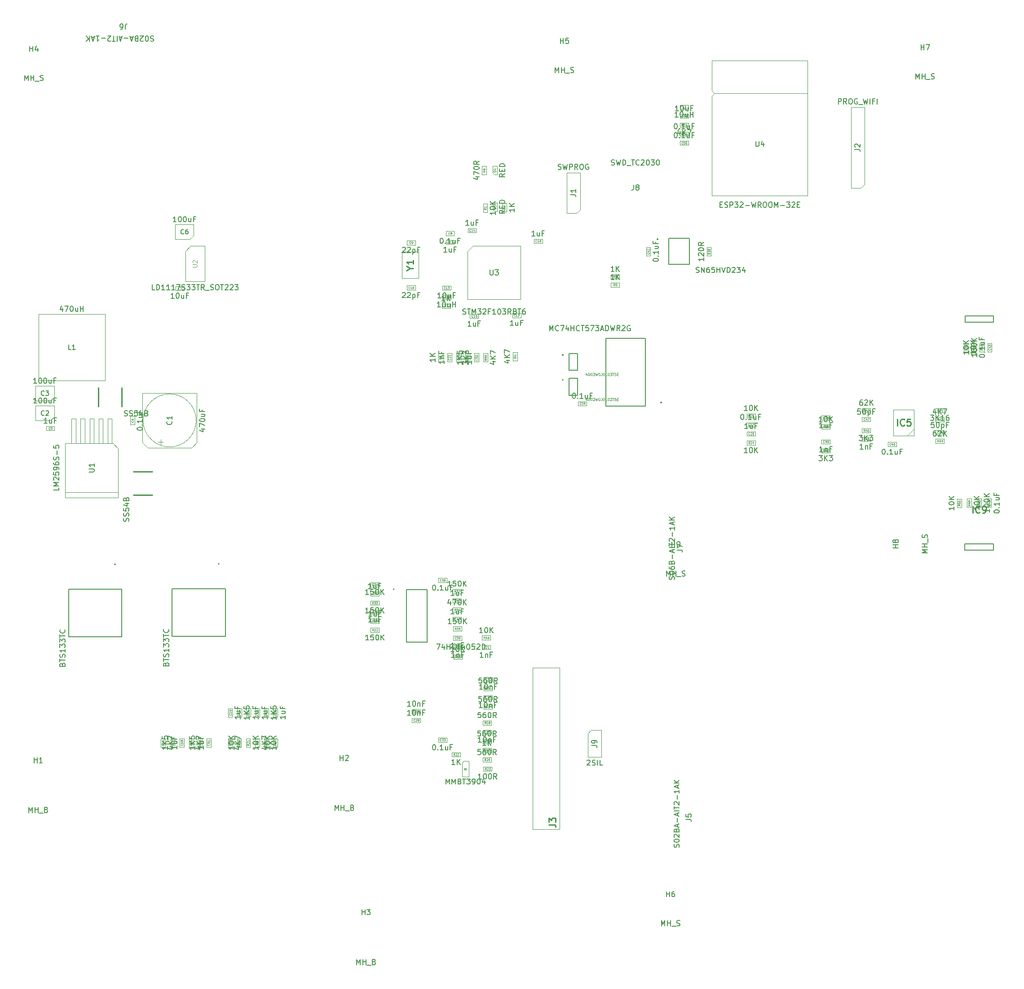
<source format=gbr>
G04 #@! TF.GenerationSoftware,KiCad,Pcbnew,8.0.3*
G04 #@! TF.CreationDate,2024-08-06T18:59:45+01:00*
G04 #@! TF.ProjectId,Tesla Small Drive,5465736c-6120-4536-9d61-6c6c20447269,rev?*
G04 #@! TF.SameCoordinates,Original*
G04 #@! TF.FileFunction,AssemblyDrawing,Top*
%FSLAX46Y46*%
G04 Gerber Fmt 4.6, Leading zero omitted, Abs format (unit mm)*
G04 Created by KiCad (PCBNEW 8.0.3) date 2024-08-06 18:59:45*
%MOMM*%
%LPD*%
G01*
G04 APERTURE LIST*
%ADD10C,0.150000*%
%ADD11C,0.060000*%
%ADD12C,0.050000*%
%ADD13C,0.254000*%
%ADD14C,0.130000*%
%ADD15C,0.145000*%
%ADD16C,0.120000*%
%ADD17C,0.100000*%
%ADD18C,0.127000*%
%ADD19C,0.200000*%
G04 APERTURE END LIST*
D10*
X74533332Y-28386800D02*
X74390475Y-28339180D01*
X74390475Y-28339180D02*
X74152380Y-28339180D01*
X74152380Y-28339180D02*
X74057142Y-28386800D01*
X74057142Y-28386800D02*
X74009523Y-28434419D01*
X74009523Y-28434419D02*
X73961904Y-28529657D01*
X73961904Y-28529657D02*
X73961904Y-28624895D01*
X73961904Y-28624895D02*
X74009523Y-28720133D01*
X74009523Y-28720133D02*
X74057142Y-28767752D01*
X74057142Y-28767752D02*
X74152380Y-28815371D01*
X74152380Y-28815371D02*
X74342856Y-28862990D01*
X74342856Y-28862990D02*
X74438094Y-28910609D01*
X74438094Y-28910609D02*
X74485713Y-28958228D01*
X74485713Y-28958228D02*
X74533332Y-29053466D01*
X74533332Y-29053466D02*
X74533332Y-29148704D01*
X74533332Y-29148704D02*
X74485713Y-29243942D01*
X74485713Y-29243942D02*
X74438094Y-29291561D01*
X74438094Y-29291561D02*
X74342856Y-29339180D01*
X74342856Y-29339180D02*
X74104761Y-29339180D01*
X74104761Y-29339180D02*
X73961904Y-29291561D01*
X73342856Y-29339180D02*
X73247618Y-29339180D01*
X73247618Y-29339180D02*
X73152380Y-29291561D01*
X73152380Y-29291561D02*
X73104761Y-29243942D01*
X73104761Y-29243942D02*
X73057142Y-29148704D01*
X73057142Y-29148704D02*
X73009523Y-28958228D01*
X73009523Y-28958228D02*
X73009523Y-28720133D01*
X73009523Y-28720133D02*
X73057142Y-28529657D01*
X73057142Y-28529657D02*
X73104761Y-28434419D01*
X73104761Y-28434419D02*
X73152380Y-28386800D01*
X73152380Y-28386800D02*
X73247618Y-28339180D01*
X73247618Y-28339180D02*
X73342856Y-28339180D01*
X73342856Y-28339180D02*
X73438094Y-28386800D01*
X73438094Y-28386800D02*
X73485713Y-28434419D01*
X73485713Y-28434419D02*
X73533332Y-28529657D01*
X73533332Y-28529657D02*
X73580951Y-28720133D01*
X73580951Y-28720133D02*
X73580951Y-28958228D01*
X73580951Y-28958228D02*
X73533332Y-29148704D01*
X73533332Y-29148704D02*
X73485713Y-29243942D01*
X73485713Y-29243942D02*
X73438094Y-29291561D01*
X73438094Y-29291561D02*
X73342856Y-29339180D01*
X72628570Y-29243942D02*
X72580951Y-29291561D01*
X72580951Y-29291561D02*
X72485713Y-29339180D01*
X72485713Y-29339180D02*
X72247618Y-29339180D01*
X72247618Y-29339180D02*
X72152380Y-29291561D01*
X72152380Y-29291561D02*
X72104761Y-29243942D01*
X72104761Y-29243942D02*
X72057142Y-29148704D01*
X72057142Y-29148704D02*
X72057142Y-29053466D01*
X72057142Y-29053466D02*
X72104761Y-28910609D01*
X72104761Y-28910609D02*
X72676189Y-28339180D01*
X72676189Y-28339180D02*
X72057142Y-28339180D01*
X71295237Y-28862990D02*
X71152380Y-28815371D01*
X71152380Y-28815371D02*
X71104761Y-28767752D01*
X71104761Y-28767752D02*
X71057142Y-28672514D01*
X71057142Y-28672514D02*
X71057142Y-28529657D01*
X71057142Y-28529657D02*
X71104761Y-28434419D01*
X71104761Y-28434419D02*
X71152380Y-28386800D01*
X71152380Y-28386800D02*
X71247618Y-28339180D01*
X71247618Y-28339180D02*
X71628570Y-28339180D01*
X71628570Y-28339180D02*
X71628570Y-29339180D01*
X71628570Y-29339180D02*
X71295237Y-29339180D01*
X71295237Y-29339180D02*
X71199999Y-29291561D01*
X71199999Y-29291561D02*
X71152380Y-29243942D01*
X71152380Y-29243942D02*
X71104761Y-29148704D01*
X71104761Y-29148704D02*
X71104761Y-29053466D01*
X71104761Y-29053466D02*
X71152380Y-28958228D01*
X71152380Y-28958228D02*
X71199999Y-28910609D01*
X71199999Y-28910609D02*
X71295237Y-28862990D01*
X71295237Y-28862990D02*
X71628570Y-28862990D01*
X70676189Y-28624895D02*
X70199999Y-28624895D01*
X70771427Y-28339180D02*
X70438094Y-29339180D01*
X70438094Y-29339180D02*
X70104761Y-28339180D01*
X69771427Y-28720133D02*
X69009523Y-28720133D01*
X68580951Y-28624895D02*
X68104761Y-28624895D01*
X68676189Y-28339180D02*
X68342856Y-29339180D01*
X68342856Y-29339180D02*
X68009523Y-28339180D01*
X67676189Y-28339180D02*
X67676189Y-29339180D01*
X67342856Y-29339180D02*
X66771428Y-29339180D01*
X67057142Y-28339180D02*
X67057142Y-29339180D01*
X66485713Y-29243942D02*
X66438094Y-29291561D01*
X66438094Y-29291561D02*
X66342856Y-29339180D01*
X66342856Y-29339180D02*
X66104761Y-29339180D01*
X66104761Y-29339180D02*
X66009523Y-29291561D01*
X66009523Y-29291561D02*
X65961904Y-29243942D01*
X65961904Y-29243942D02*
X65914285Y-29148704D01*
X65914285Y-29148704D02*
X65914285Y-29053466D01*
X65914285Y-29053466D02*
X65961904Y-28910609D01*
X65961904Y-28910609D02*
X66533332Y-28339180D01*
X66533332Y-28339180D02*
X65914285Y-28339180D01*
X65485713Y-28720133D02*
X64723809Y-28720133D01*
X63723809Y-28339180D02*
X64295237Y-28339180D01*
X64009523Y-28339180D02*
X64009523Y-29339180D01*
X64009523Y-29339180D02*
X64104761Y-29196323D01*
X64104761Y-29196323D02*
X64199999Y-29101085D01*
X64199999Y-29101085D02*
X64295237Y-29053466D01*
X63342856Y-28624895D02*
X62866666Y-28624895D01*
X63438094Y-28339180D02*
X63104761Y-29339180D01*
X63104761Y-29339180D02*
X62771428Y-28339180D01*
X62438094Y-28339180D02*
X62438094Y-29339180D01*
X61866666Y-28339180D02*
X62295237Y-28910609D01*
X61866666Y-29339180D02*
X62438094Y-28767752D01*
X69233333Y-27089180D02*
X69233333Y-26374895D01*
X69233333Y-26374895D02*
X69280952Y-26232038D01*
X69280952Y-26232038D02*
X69376190Y-26136800D01*
X69376190Y-26136800D02*
X69519047Y-26089180D01*
X69519047Y-26089180D02*
X69614285Y-26089180D01*
X68328571Y-27089180D02*
X68519047Y-27089180D01*
X68519047Y-27089180D02*
X68614285Y-27041561D01*
X68614285Y-27041561D02*
X68661904Y-26993942D01*
X68661904Y-26993942D02*
X68757142Y-26851085D01*
X68757142Y-26851085D02*
X68804761Y-26660609D01*
X68804761Y-26660609D02*
X68804761Y-26279657D01*
X68804761Y-26279657D02*
X68757142Y-26184419D01*
X68757142Y-26184419D02*
X68709523Y-26136800D01*
X68709523Y-26136800D02*
X68614285Y-26089180D01*
X68614285Y-26089180D02*
X68423809Y-26089180D01*
X68423809Y-26089180D02*
X68328571Y-26136800D01*
X68328571Y-26136800D02*
X68280952Y-26184419D01*
X68280952Y-26184419D02*
X68233333Y-26279657D01*
X68233333Y-26279657D02*
X68233333Y-26517752D01*
X68233333Y-26517752D02*
X68280952Y-26612990D01*
X68280952Y-26612990D02*
X68328571Y-26660609D01*
X68328571Y-26660609D02*
X68423809Y-26708228D01*
X68423809Y-26708228D02*
X68614285Y-26708228D01*
X68614285Y-26708228D02*
X68709523Y-26660609D01*
X68709523Y-26660609D02*
X68757142Y-26612990D01*
X68757142Y-26612990D02*
X68804761Y-26517752D01*
X172957143Y-46574819D02*
X173052381Y-46574819D01*
X173052381Y-46574819D02*
X173147619Y-46622438D01*
X173147619Y-46622438D02*
X173195238Y-46670057D01*
X173195238Y-46670057D02*
X173242857Y-46765295D01*
X173242857Y-46765295D02*
X173290476Y-46955771D01*
X173290476Y-46955771D02*
X173290476Y-47193866D01*
X173290476Y-47193866D02*
X173242857Y-47384342D01*
X173242857Y-47384342D02*
X173195238Y-47479580D01*
X173195238Y-47479580D02*
X173147619Y-47527200D01*
X173147619Y-47527200D02*
X173052381Y-47574819D01*
X173052381Y-47574819D02*
X172957143Y-47574819D01*
X172957143Y-47574819D02*
X172861905Y-47527200D01*
X172861905Y-47527200D02*
X172814286Y-47479580D01*
X172814286Y-47479580D02*
X172766667Y-47384342D01*
X172766667Y-47384342D02*
X172719048Y-47193866D01*
X172719048Y-47193866D02*
X172719048Y-46955771D01*
X172719048Y-46955771D02*
X172766667Y-46765295D01*
X172766667Y-46765295D02*
X172814286Y-46670057D01*
X172814286Y-46670057D02*
X172861905Y-46622438D01*
X172861905Y-46622438D02*
X172957143Y-46574819D01*
X173719048Y-47479580D02*
X173766667Y-47527200D01*
X173766667Y-47527200D02*
X173719048Y-47574819D01*
X173719048Y-47574819D02*
X173671429Y-47527200D01*
X173671429Y-47527200D02*
X173719048Y-47479580D01*
X173719048Y-47479580D02*
X173719048Y-47574819D01*
X174719047Y-47574819D02*
X174147619Y-47574819D01*
X174433333Y-47574819D02*
X174433333Y-46574819D01*
X174433333Y-46574819D02*
X174338095Y-46717676D01*
X174338095Y-46717676D02*
X174242857Y-46812914D01*
X174242857Y-46812914D02*
X174147619Y-46860533D01*
X175576190Y-46908152D02*
X175576190Y-47574819D01*
X175147619Y-46908152D02*
X175147619Y-47431961D01*
X175147619Y-47431961D02*
X175195238Y-47527200D01*
X175195238Y-47527200D02*
X175290476Y-47574819D01*
X175290476Y-47574819D02*
X175433333Y-47574819D01*
X175433333Y-47574819D02*
X175528571Y-47527200D01*
X175528571Y-47527200D02*
X175576190Y-47479580D01*
X176385714Y-47051009D02*
X176052381Y-47051009D01*
X176052381Y-47574819D02*
X176052381Y-46574819D01*
X176052381Y-46574819D02*
X176528571Y-46574819D01*
D11*
X174342857Y-48693832D02*
X174323809Y-48712880D01*
X174323809Y-48712880D02*
X174266667Y-48731927D01*
X174266667Y-48731927D02*
X174228571Y-48731927D01*
X174228571Y-48731927D02*
X174171428Y-48712880D01*
X174171428Y-48712880D02*
X174133333Y-48674784D01*
X174133333Y-48674784D02*
X174114286Y-48636689D01*
X174114286Y-48636689D02*
X174095238Y-48560499D01*
X174095238Y-48560499D02*
X174095238Y-48503356D01*
X174095238Y-48503356D02*
X174114286Y-48427165D01*
X174114286Y-48427165D02*
X174133333Y-48389070D01*
X174133333Y-48389070D02*
X174171428Y-48350975D01*
X174171428Y-48350975D02*
X174228571Y-48331927D01*
X174228571Y-48331927D02*
X174266667Y-48331927D01*
X174266667Y-48331927D02*
X174323809Y-48350975D01*
X174323809Y-48350975D02*
X174342857Y-48370022D01*
X174704762Y-48331927D02*
X174514286Y-48331927D01*
X174514286Y-48331927D02*
X174495238Y-48522403D01*
X174495238Y-48522403D02*
X174514286Y-48503356D01*
X174514286Y-48503356D02*
X174552381Y-48484308D01*
X174552381Y-48484308D02*
X174647619Y-48484308D01*
X174647619Y-48484308D02*
X174685714Y-48503356D01*
X174685714Y-48503356D02*
X174704762Y-48522403D01*
X174704762Y-48522403D02*
X174723809Y-48560499D01*
X174723809Y-48560499D02*
X174723809Y-48655737D01*
X174723809Y-48655737D02*
X174704762Y-48693832D01*
X174704762Y-48693832D02*
X174685714Y-48712880D01*
X174685714Y-48712880D02*
X174647619Y-48731927D01*
X174647619Y-48731927D02*
X174552381Y-48731927D01*
X174552381Y-48731927D02*
X174514286Y-48712880D01*
X174514286Y-48712880D02*
X174495238Y-48693832D01*
X174971428Y-48331927D02*
X175009523Y-48331927D01*
X175009523Y-48331927D02*
X175047619Y-48350975D01*
X175047619Y-48350975D02*
X175066666Y-48370022D01*
X175066666Y-48370022D02*
X175085714Y-48408118D01*
X175085714Y-48408118D02*
X175104761Y-48484308D01*
X175104761Y-48484308D02*
X175104761Y-48579546D01*
X175104761Y-48579546D02*
X175085714Y-48655737D01*
X175085714Y-48655737D02*
X175066666Y-48693832D01*
X175066666Y-48693832D02*
X175047619Y-48712880D01*
X175047619Y-48712880D02*
X175009523Y-48731927D01*
X175009523Y-48731927D02*
X174971428Y-48731927D01*
X174971428Y-48731927D02*
X174933333Y-48712880D01*
X174933333Y-48712880D02*
X174914285Y-48693832D01*
X174914285Y-48693832D02*
X174895238Y-48655737D01*
X174895238Y-48655737D02*
X174876190Y-48579546D01*
X174876190Y-48579546D02*
X174876190Y-48484308D01*
X174876190Y-48484308D02*
X174895238Y-48408118D01*
X174895238Y-48408118D02*
X174914285Y-48370022D01*
X174914285Y-48370022D02*
X174933333Y-48350975D01*
X174933333Y-48350975D02*
X174971428Y-48331927D01*
D10*
X173613200Y-181433332D02*
X173660819Y-181290475D01*
X173660819Y-181290475D02*
X173660819Y-181052380D01*
X173660819Y-181052380D02*
X173613200Y-180957142D01*
X173613200Y-180957142D02*
X173565580Y-180909523D01*
X173565580Y-180909523D02*
X173470342Y-180861904D01*
X173470342Y-180861904D02*
X173375104Y-180861904D01*
X173375104Y-180861904D02*
X173279866Y-180909523D01*
X173279866Y-180909523D02*
X173232247Y-180957142D01*
X173232247Y-180957142D02*
X173184628Y-181052380D01*
X173184628Y-181052380D02*
X173137009Y-181242856D01*
X173137009Y-181242856D02*
X173089390Y-181338094D01*
X173089390Y-181338094D02*
X173041771Y-181385713D01*
X173041771Y-181385713D02*
X172946533Y-181433332D01*
X172946533Y-181433332D02*
X172851295Y-181433332D01*
X172851295Y-181433332D02*
X172756057Y-181385713D01*
X172756057Y-181385713D02*
X172708438Y-181338094D01*
X172708438Y-181338094D02*
X172660819Y-181242856D01*
X172660819Y-181242856D02*
X172660819Y-181004761D01*
X172660819Y-181004761D02*
X172708438Y-180861904D01*
X172660819Y-180242856D02*
X172660819Y-180147618D01*
X172660819Y-180147618D02*
X172708438Y-180052380D01*
X172708438Y-180052380D02*
X172756057Y-180004761D01*
X172756057Y-180004761D02*
X172851295Y-179957142D01*
X172851295Y-179957142D02*
X173041771Y-179909523D01*
X173041771Y-179909523D02*
X173279866Y-179909523D01*
X173279866Y-179909523D02*
X173470342Y-179957142D01*
X173470342Y-179957142D02*
X173565580Y-180004761D01*
X173565580Y-180004761D02*
X173613200Y-180052380D01*
X173613200Y-180052380D02*
X173660819Y-180147618D01*
X173660819Y-180147618D02*
X173660819Y-180242856D01*
X173660819Y-180242856D02*
X173613200Y-180338094D01*
X173613200Y-180338094D02*
X173565580Y-180385713D01*
X173565580Y-180385713D02*
X173470342Y-180433332D01*
X173470342Y-180433332D02*
X173279866Y-180480951D01*
X173279866Y-180480951D02*
X173041771Y-180480951D01*
X173041771Y-180480951D02*
X172851295Y-180433332D01*
X172851295Y-180433332D02*
X172756057Y-180385713D01*
X172756057Y-180385713D02*
X172708438Y-180338094D01*
X172708438Y-180338094D02*
X172660819Y-180242856D01*
X172756057Y-179528570D02*
X172708438Y-179480951D01*
X172708438Y-179480951D02*
X172660819Y-179385713D01*
X172660819Y-179385713D02*
X172660819Y-179147618D01*
X172660819Y-179147618D02*
X172708438Y-179052380D01*
X172708438Y-179052380D02*
X172756057Y-179004761D01*
X172756057Y-179004761D02*
X172851295Y-178957142D01*
X172851295Y-178957142D02*
X172946533Y-178957142D01*
X172946533Y-178957142D02*
X173089390Y-179004761D01*
X173089390Y-179004761D02*
X173660819Y-179576189D01*
X173660819Y-179576189D02*
X173660819Y-178957142D01*
X173137009Y-178195237D02*
X173184628Y-178052380D01*
X173184628Y-178052380D02*
X173232247Y-178004761D01*
X173232247Y-178004761D02*
X173327485Y-177957142D01*
X173327485Y-177957142D02*
X173470342Y-177957142D01*
X173470342Y-177957142D02*
X173565580Y-178004761D01*
X173565580Y-178004761D02*
X173613200Y-178052380D01*
X173613200Y-178052380D02*
X173660819Y-178147618D01*
X173660819Y-178147618D02*
X173660819Y-178528570D01*
X173660819Y-178528570D02*
X172660819Y-178528570D01*
X172660819Y-178528570D02*
X172660819Y-178195237D01*
X172660819Y-178195237D02*
X172708438Y-178099999D01*
X172708438Y-178099999D02*
X172756057Y-178052380D01*
X172756057Y-178052380D02*
X172851295Y-178004761D01*
X172851295Y-178004761D02*
X172946533Y-178004761D01*
X172946533Y-178004761D02*
X173041771Y-178052380D01*
X173041771Y-178052380D02*
X173089390Y-178099999D01*
X173089390Y-178099999D02*
X173137009Y-178195237D01*
X173137009Y-178195237D02*
X173137009Y-178528570D01*
X173375104Y-177576189D02*
X173375104Y-177099999D01*
X173660819Y-177671427D02*
X172660819Y-177338094D01*
X172660819Y-177338094D02*
X173660819Y-177004761D01*
X173279866Y-176671427D02*
X173279866Y-175909523D01*
X173375104Y-175480951D02*
X173375104Y-175004761D01*
X173660819Y-175576189D02*
X172660819Y-175242856D01*
X172660819Y-175242856D02*
X173660819Y-174909523D01*
X173660819Y-174576189D02*
X172660819Y-174576189D01*
X172660819Y-174242856D02*
X172660819Y-173671428D01*
X173660819Y-173957142D02*
X172660819Y-173957142D01*
X172756057Y-173385713D02*
X172708438Y-173338094D01*
X172708438Y-173338094D02*
X172660819Y-173242856D01*
X172660819Y-173242856D02*
X172660819Y-173004761D01*
X172660819Y-173004761D02*
X172708438Y-172909523D01*
X172708438Y-172909523D02*
X172756057Y-172861904D01*
X172756057Y-172861904D02*
X172851295Y-172814285D01*
X172851295Y-172814285D02*
X172946533Y-172814285D01*
X172946533Y-172814285D02*
X173089390Y-172861904D01*
X173089390Y-172861904D02*
X173660819Y-173433332D01*
X173660819Y-173433332D02*
X173660819Y-172814285D01*
X173279866Y-172385713D02*
X173279866Y-171623809D01*
X173660819Y-170623809D02*
X173660819Y-171195237D01*
X173660819Y-170909523D02*
X172660819Y-170909523D01*
X172660819Y-170909523D02*
X172803676Y-171004761D01*
X172803676Y-171004761D02*
X172898914Y-171099999D01*
X172898914Y-171099999D02*
X172946533Y-171195237D01*
X173375104Y-170242856D02*
X173375104Y-169766666D01*
X173660819Y-170338094D02*
X172660819Y-170004761D01*
X172660819Y-170004761D02*
X173660819Y-169671428D01*
X173660819Y-169338094D02*
X172660819Y-169338094D01*
X173660819Y-168766666D02*
X173089390Y-169195237D01*
X172660819Y-168766666D02*
X173232247Y-169338094D01*
X174910819Y-176133333D02*
X175625104Y-176133333D01*
X175625104Y-176133333D02*
X175767961Y-176180952D01*
X175767961Y-176180952D02*
X175863200Y-176276190D01*
X175863200Y-176276190D02*
X175910819Y-176419047D01*
X175910819Y-176419047D02*
X175910819Y-176514285D01*
X174910819Y-175180952D02*
X174910819Y-175657142D01*
X174910819Y-175657142D02*
X175387009Y-175704761D01*
X175387009Y-175704761D02*
X175339390Y-175657142D01*
X175339390Y-175657142D02*
X175291771Y-175561904D01*
X175291771Y-175561904D02*
X175291771Y-175323809D01*
X175291771Y-175323809D02*
X175339390Y-175228571D01*
X175339390Y-175228571D02*
X175387009Y-175180952D01*
X175387009Y-175180952D02*
X175482247Y-175133333D01*
X175482247Y-175133333D02*
X175720342Y-175133333D01*
X175720342Y-175133333D02*
X175815580Y-175180952D01*
X175815580Y-175180952D02*
X175863200Y-175228571D01*
X175863200Y-175228571D02*
X175910819Y-175323809D01*
X175910819Y-175323809D02*
X175910819Y-175561904D01*
X175910819Y-175561904D02*
X175863200Y-175657142D01*
X175863200Y-175657142D02*
X175815580Y-175704761D01*
X57356009Y-146950238D02*
X57403628Y-146807381D01*
X57403628Y-146807381D02*
X57451247Y-146759762D01*
X57451247Y-146759762D02*
X57546485Y-146712143D01*
X57546485Y-146712143D02*
X57689342Y-146712143D01*
X57689342Y-146712143D02*
X57784580Y-146759762D01*
X57784580Y-146759762D02*
X57832200Y-146807381D01*
X57832200Y-146807381D02*
X57879819Y-146902619D01*
X57879819Y-146902619D02*
X57879819Y-147283571D01*
X57879819Y-147283571D02*
X56879819Y-147283571D01*
X56879819Y-147283571D02*
X56879819Y-146950238D01*
X56879819Y-146950238D02*
X56927438Y-146855000D01*
X56927438Y-146855000D02*
X56975057Y-146807381D01*
X56975057Y-146807381D02*
X57070295Y-146759762D01*
X57070295Y-146759762D02*
X57165533Y-146759762D01*
X57165533Y-146759762D02*
X57260771Y-146807381D01*
X57260771Y-146807381D02*
X57308390Y-146855000D01*
X57308390Y-146855000D02*
X57356009Y-146950238D01*
X57356009Y-146950238D02*
X57356009Y-147283571D01*
X56879819Y-146426428D02*
X56879819Y-145855000D01*
X57879819Y-146140714D02*
X56879819Y-146140714D01*
X57832200Y-145569285D02*
X57879819Y-145426428D01*
X57879819Y-145426428D02*
X57879819Y-145188333D01*
X57879819Y-145188333D02*
X57832200Y-145093095D01*
X57832200Y-145093095D02*
X57784580Y-145045476D01*
X57784580Y-145045476D02*
X57689342Y-144997857D01*
X57689342Y-144997857D02*
X57594104Y-144997857D01*
X57594104Y-144997857D02*
X57498866Y-145045476D01*
X57498866Y-145045476D02*
X57451247Y-145093095D01*
X57451247Y-145093095D02*
X57403628Y-145188333D01*
X57403628Y-145188333D02*
X57356009Y-145378809D01*
X57356009Y-145378809D02*
X57308390Y-145474047D01*
X57308390Y-145474047D02*
X57260771Y-145521666D01*
X57260771Y-145521666D02*
X57165533Y-145569285D01*
X57165533Y-145569285D02*
X57070295Y-145569285D01*
X57070295Y-145569285D02*
X56975057Y-145521666D01*
X56975057Y-145521666D02*
X56927438Y-145474047D01*
X56927438Y-145474047D02*
X56879819Y-145378809D01*
X56879819Y-145378809D02*
X56879819Y-145140714D01*
X56879819Y-145140714D02*
X56927438Y-144997857D01*
X57879819Y-144045476D02*
X57879819Y-144616904D01*
X57879819Y-144331190D02*
X56879819Y-144331190D01*
X56879819Y-144331190D02*
X57022676Y-144426428D01*
X57022676Y-144426428D02*
X57117914Y-144521666D01*
X57117914Y-144521666D02*
X57165533Y-144616904D01*
X56879819Y-143712142D02*
X56879819Y-143093095D01*
X56879819Y-143093095D02*
X57260771Y-143426428D01*
X57260771Y-143426428D02*
X57260771Y-143283571D01*
X57260771Y-143283571D02*
X57308390Y-143188333D01*
X57308390Y-143188333D02*
X57356009Y-143140714D01*
X57356009Y-143140714D02*
X57451247Y-143093095D01*
X57451247Y-143093095D02*
X57689342Y-143093095D01*
X57689342Y-143093095D02*
X57784580Y-143140714D01*
X57784580Y-143140714D02*
X57832200Y-143188333D01*
X57832200Y-143188333D02*
X57879819Y-143283571D01*
X57879819Y-143283571D02*
X57879819Y-143569285D01*
X57879819Y-143569285D02*
X57832200Y-143664523D01*
X57832200Y-143664523D02*
X57784580Y-143712142D01*
X56879819Y-142759761D02*
X56879819Y-142140714D01*
X56879819Y-142140714D02*
X57260771Y-142474047D01*
X57260771Y-142474047D02*
X57260771Y-142331190D01*
X57260771Y-142331190D02*
X57308390Y-142235952D01*
X57308390Y-142235952D02*
X57356009Y-142188333D01*
X57356009Y-142188333D02*
X57451247Y-142140714D01*
X57451247Y-142140714D02*
X57689342Y-142140714D01*
X57689342Y-142140714D02*
X57784580Y-142188333D01*
X57784580Y-142188333D02*
X57832200Y-142235952D01*
X57832200Y-142235952D02*
X57879819Y-142331190D01*
X57879819Y-142331190D02*
X57879819Y-142616904D01*
X57879819Y-142616904D02*
X57832200Y-142712142D01*
X57832200Y-142712142D02*
X57784580Y-142759761D01*
X56879819Y-141854999D02*
X56879819Y-141283571D01*
X57879819Y-141569285D02*
X56879819Y-141569285D01*
X57784580Y-140378809D02*
X57832200Y-140426428D01*
X57832200Y-140426428D02*
X57879819Y-140569285D01*
X57879819Y-140569285D02*
X57879819Y-140664523D01*
X57879819Y-140664523D02*
X57832200Y-140807380D01*
X57832200Y-140807380D02*
X57736961Y-140902618D01*
X57736961Y-140902618D02*
X57641723Y-140950237D01*
X57641723Y-140950237D02*
X57451247Y-140997856D01*
X57451247Y-140997856D02*
X57308390Y-140997856D01*
X57308390Y-140997856D02*
X57117914Y-140950237D01*
X57117914Y-140950237D02*
X57022676Y-140902618D01*
X57022676Y-140902618D02*
X56927438Y-140807380D01*
X56927438Y-140807380D02*
X56879819Y-140664523D01*
X56879819Y-140664523D02*
X56879819Y-140569285D01*
X56879819Y-140569285D02*
X56927438Y-140426428D01*
X56927438Y-140426428D02*
X56975057Y-140378809D01*
X82324819Y-162390476D02*
X82324819Y-162961904D01*
X82324819Y-162676190D02*
X81324819Y-162676190D01*
X81324819Y-162676190D02*
X81467676Y-162771428D01*
X81467676Y-162771428D02*
X81562914Y-162866666D01*
X81562914Y-162866666D02*
X81610533Y-162961904D01*
X82324819Y-161961904D02*
X81324819Y-161961904D01*
X82324819Y-161390476D02*
X81753390Y-161819047D01*
X81324819Y-161390476D02*
X81896247Y-161961904D01*
X81324819Y-160485714D02*
X81324819Y-160961904D01*
X81324819Y-160961904D02*
X81801009Y-161009523D01*
X81801009Y-161009523D02*
X81753390Y-160961904D01*
X81753390Y-160961904D02*
X81705771Y-160866666D01*
X81705771Y-160866666D02*
X81705771Y-160628571D01*
X81705771Y-160628571D02*
X81753390Y-160533333D01*
X81753390Y-160533333D02*
X81801009Y-160485714D01*
X81801009Y-160485714D02*
X81896247Y-160438095D01*
X81896247Y-160438095D02*
X82134342Y-160438095D01*
X82134342Y-160438095D02*
X82229580Y-160485714D01*
X82229580Y-160485714D02*
X82277200Y-160533333D01*
X82277200Y-160533333D02*
X82324819Y-160628571D01*
X82324819Y-160628571D02*
X82324819Y-160866666D01*
X82324819Y-160866666D02*
X82277200Y-160961904D01*
X82277200Y-160961904D02*
X82229580Y-161009523D01*
D11*
X83481927Y-161957142D02*
X83291451Y-162090475D01*
X83481927Y-162185713D02*
X83081927Y-162185713D01*
X83081927Y-162185713D02*
X83081927Y-162033332D01*
X83081927Y-162033332D02*
X83100975Y-161995237D01*
X83100975Y-161995237D02*
X83120022Y-161976190D01*
X83120022Y-161976190D02*
X83158118Y-161957142D01*
X83158118Y-161957142D02*
X83215260Y-161957142D01*
X83215260Y-161957142D02*
X83253356Y-161976190D01*
X83253356Y-161976190D02*
X83272403Y-161995237D01*
X83272403Y-161995237D02*
X83291451Y-162033332D01*
X83291451Y-162033332D02*
X83291451Y-162185713D01*
X83081927Y-161595237D02*
X83081927Y-161785713D01*
X83081927Y-161785713D02*
X83272403Y-161804761D01*
X83272403Y-161804761D02*
X83253356Y-161785713D01*
X83253356Y-161785713D02*
X83234308Y-161747618D01*
X83234308Y-161747618D02*
X83234308Y-161652380D01*
X83234308Y-161652380D02*
X83253356Y-161614285D01*
X83253356Y-161614285D02*
X83272403Y-161595237D01*
X83272403Y-161595237D02*
X83310499Y-161576190D01*
X83310499Y-161576190D02*
X83405737Y-161576190D01*
X83405737Y-161576190D02*
X83443832Y-161595237D01*
X83443832Y-161595237D02*
X83462880Y-161614285D01*
X83462880Y-161614285D02*
X83481927Y-161652380D01*
X83481927Y-161652380D02*
X83481927Y-161747618D01*
X83481927Y-161747618D02*
X83462880Y-161785713D01*
X83462880Y-161785713D02*
X83443832Y-161804761D01*
X83081927Y-161214285D02*
X83081927Y-161404761D01*
X83081927Y-161404761D02*
X83272403Y-161423809D01*
X83272403Y-161423809D02*
X83253356Y-161404761D01*
X83253356Y-161404761D02*
X83234308Y-161366666D01*
X83234308Y-161366666D02*
X83234308Y-161271428D01*
X83234308Y-161271428D02*
X83253356Y-161233333D01*
X83253356Y-161233333D02*
X83272403Y-161214285D01*
X83272403Y-161214285D02*
X83310499Y-161195238D01*
X83310499Y-161195238D02*
X83405737Y-161195238D01*
X83405737Y-161195238D02*
X83443832Y-161214285D01*
X83443832Y-161214285D02*
X83462880Y-161233333D01*
X83462880Y-161233333D02*
X83481927Y-161271428D01*
X83481927Y-161271428D02*
X83481927Y-161366666D01*
X83481927Y-161366666D02*
X83462880Y-161404761D01*
X83462880Y-161404761D02*
X83443832Y-161423809D01*
D10*
X123008571Y-156504819D02*
X122437143Y-156504819D01*
X122722857Y-156504819D02*
X122722857Y-155504819D01*
X122722857Y-155504819D02*
X122627619Y-155647676D01*
X122627619Y-155647676D02*
X122532381Y-155742914D01*
X122532381Y-155742914D02*
X122437143Y-155790533D01*
X123627619Y-155504819D02*
X123722857Y-155504819D01*
X123722857Y-155504819D02*
X123818095Y-155552438D01*
X123818095Y-155552438D02*
X123865714Y-155600057D01*
X123865714Y-155600057D02*
X123913333Y-155695295D01*
X123913333Y-155695295D02*
X123960952Y-155885771D01*
X123960952Y-155885771D02*
X123960952Y-156123866D01*
X123960952Y-156123866D02*
X123913333Y-156314342D01*
X123913333Y-156314342D02*
X123865714Y-156409580D01*
X123865714Y-156409580D02*
X123818095Y-156457200D01*
X123818095Y-156457200D02*
X123722857Y-156504819D01*
X123722857Y-156504819D02*
X123627619Y-156504819D01*
X123627619Y-156504819D02*
X123532381Y-156457200D01*
X123532381Y-156457200D02*
X123484762Y-156409580D01*
X123484762Y-156409580D02*
X123437143Y-156314342D01*
X123437143Y-156314342D02*
X123389524Y-156123866D01*
X123389524Y-156123866D02*
X123389524Y-155885771D01*
X123389524Y-155885771D02*
X123437143Y-155695295D01*
X123437143Y-155695295D02*
X123484762Y-155600057D01*
X123484762Y-155600057D02*
X123532381Y-155552438D01*
X123532381Y-155552438D02*
X123627619Y-155504819D01*
X124389524Y-155838152D02*
X124389524Y-156504819D01*
X124389524Y-155933390D02*
X124437143Y-155885771D01*
X124437143Y-155885771D02*
X124532381Y-155838152D01*
X124532381Y-155838152D02*
X124675238Y-155838152D01*
X124675238Y-155838152D02*
X124770476Y-155885771D01*
X124770476Y-155885771D02*
X124818095Y-155981009D01*
X124818095Y-155981009D02*
X124818095Y-156504819D01*
X125627619Y-155981009D02*
X125294286Y-155981009D01*
X125294286Y-156504819D02*
X125294286Y-155504819D01*
X125294286Y-155504819D02*
X125770476Y-155504819D01*
D11*
X123822857Y-157623832D02*
X123803809Y-157642880D01*
X123803809Y-157642880D02*
X123746667Y-157661927D01*
X123746667Y-157661927D02*
X123708571Y-157661927D01*
X123708571Y-157661927D02*
X123651428Y-157642880D01*
X123651428Y-157642880D02*
X123613333Y-157604784D01*
X123613333Y-157604784D02*
X123594286Y-157566689D01*
X123594286Y-157566689D02*
X123575238Y-157490499D01*
X123575238Y-157490499D02*
X123575238Y-157433356D01*
X123575238Y-157433356D02*
X123594286Y-157357165D01*
X123594286Y-157357165D02*
X123613333Y-157319070D01*
X123613333Y-157319070D02*
X123651428Y-157280975D01*
X123651428Y-157280975D02*
X123708571Y-157261927D01*
X123708571Y-157261927D02*
X123746667Y-157261927D01*
X123746667Y-157261927D02*
X123803809Y-157280975D01*
X123803809Y-157280975D02*
X123822857Y-157300022D01*
X123975238Y-157300022D02*
X123994286Y-157280975D01*
X123994286Y-157280975D02*
X124032381Y-157261927D01*
X124032381Y-157261927D02*
X124127619Y-157261927D01*
X124127619Y-157261927D02*
X124165714Y-157280975D01*
X124165714Y-157280975D02*
X124184762Y-157300022D01*
X124184762Y-157300022D02*
X124203809Y-157338118D01*
X124203809Y-157338118D02*
X124203809Y-157376213D01*
X124203809Y-157376213D02*
X124184762Y-157433356D01*
X124184762Y-157433356D02*
X123956190Y-157661927D01*
X123956190Y-157661927D02*
X124203809Y-157661927D01*
X124394285Y-157661927D02*
X124470476Y-157661927D01*
X124470476Y-157661927D02*
X124508571Y-157642880D01*
X124508571Y-157642880D02*
X124527619Y-157623832D01*
X124527619Y-157623832D02*
X124565714Y-157566689D01*
X124565714Y-157566689D02*
X124584761Y-157490499D01*
X124584761Y-157490499D02*
X124584761Y-157338118D01*
X124584761Y-157338118D02*
X124565714Y-157300022D01*
X124565714Y-157300022D02*
X124546666Y-157280975D01*
X124546666Y-157280975D02*
X124508571Y-157261927D01*
X124508571Y-157261927D02*
X124432380Y-157261927D01*
X124432380Y-157261927D02*
X124394285Y-157280975D01*
X124394285Y-157280975D02*
X124375238Y-157300022D01*
X124375238Y-157300022D02*
X124356190Y-157338118D01*
X124356190Y-157338118D02*
X124356190Y-157433356D01*
X124356190Y-157433356D02*
X124375238Y-157471451D01*
X124375238Y-157471451D02*
X124394285Y-157490499D01*
X124394285Y-157490499D02*
X124432380Y-157509546D01*
X124432380Y-157509546D02*
X124508571Y-157509546D01*
X124508571Y-157509546D02*
X124546666Y-157490499D01*
X124546666Y-157490499D02*
X124565714Y-157471451D01*
X124565714Y-157471451D02*
X124584761Y-157433356D01*
D10*
X229584819Y-87790476D02*
X229584819Y-88361904D01*
X229584819Y-88076190D02*
X228584819Y-88076190D01*
X228584819Y-88076190D02*
X228727676Y-88171428D01*
X228727676Y-88171428D02*
X228822914Y-88266666D01*
X228822914Y-88266666D02*
X228870533Y-88361904D01*
X228584819Y-87171428D02*
X228584819Y-87076190D01*
X228584819Y-87076190D02*
X228632438Y-86980952D01*
X228632438Y-86980952D02*
X228680057Y-86933333D01*
X228680057Y-86933333D02*
X228775295Y-86885714D01*
X228775295Y-86885714D02*
X228965771Y-86838095D01*
X228965771Y-86838095D02*
X229203866Y-86838095D01*
X229203866Y-86838095D02*
X229394342Y-86885714D01*
X229394342Y-86885714D02*
X229489580Y-86933333D01*
X229489580Y-86933333D02*
X229537200Y-86980952D01*
X229537200Y-86980952D02*
X229584819Y-87076190D01*
X229584819Y-87076190D02*
X229584819Y-87171428D01*
X229584819Y-87171428D02*
X229537200Y-87266666D01*
X229537200Y-87266666D02*
X229489580Y-87314285D01*
X229489580Y-87314285D02*
X229394342Y-87361904D01*
X229394342Y-87361904D02*
X229203866Y-87409523D01*
X229203866Y-87409523D02*
X228965771Y-87409523D01*
X228965771Y-87409523D02*
X228775295Y-87361904D01*
X228775295Y-87361904D02*
X228680057Y-87314285D01*
X228680057Y-87314285D02*
X228632438Y-87266666D01*
X228632438Y-87266666D02*
X228584819Y-87171428D01*
X229584819Y-86409523D02*
X228584819Y-86409523D01*
X229584819Y-85838095D02*
X229013390Y-86266666D01*
X228584819Y-85838095D02*
X229156247Y-86409523D01*
D11*
X227881927Y-87357142D02*
X227691451Y-87490475D01*
X227881927Y-87585713D02*
X227481927Y-87585713D01*
X227481927Y-87585713D02*
X227481927Y-87433332D01*
X227481927Y-87433332D02*
X227500975Y-87395237D01*
X227500975Y-87395237D02*
X227520022Y-87376190D01*
X227520022Y-87376190D02*
X227558118Y-87357142D01*
X227558118Y-87357142D02*
X227615260Y-87357142D01*
X227615260Y-87357142D02*
X227653356Y-87376190D01*
X227653356Y-87376190D02*
X227672403Y-87395237D01*
X227672403Y-87395237D02*
X227691451Y-87433332D01*
X227691451Y-87433332D02*
X227691451Y-87585713D01*
X227481927Y-87223809D02*
X227481927Y-86976190D01*
X227481927Y-86976190D02*
X227634308Y-87109523D01*
X227634308Y-87109523D02*
X227634308Y-87052380D01*
X227634308Y-87052380D02*
X227653356Y-87014285D01*
X227653356Y-87014285D02*
X227672403Y-86995237D01*
X227672403Y-86995237D02*
X227710499Y-86976190D01*
X227710499Y-86976190D02*
X227805737Y-86976190D01*
X227805737Y-86976190D02*
X227843832Y-86995237D01*
X227843832Y-86995237D02*
X227862880Y-87014285D01*
X227862880Y-87014285D02*
X227881927Y-87052380D01*
X227881927Y-87052380D02*
X227881927Y-87166666D01*
X227881927Y-87166666D02*
X227862880Y-87204761D01*
X227862880Y-87204761D02*
X227843832Y-87223809D01*
X227881927Y-86785714D02*
X227881927Y-86709523D01*
X227881927Y-86709523D02*
X227862880Y-86671428D01*
X227862880Y-86671428D02*
X227843832Y-86652380D01*
X227843832Y-86652380D02*
X227786689Y-86614285D01*
X227786689Y-86614285D02*
X227710499Y-86595238D01*
X227710499Y-86595238D02*
X227558118Y-86595238D01*
X227558118Y-86595238D02*
X227520022Y-86614285D01*
X227520022Y-86614285D02*
X227500975Y-86633333D01*
X227500975Y-86633333D02*
X227481927Y-86671428D01*
X227481927Y-86671428D02*
X227481927Y-86747619D01*
X227481927Y-86747619D02*
X227500975Y-86785714D01*
X227500975Y-86785714D02*
X227520022Y-86804761D01*
X227520022Y-86804761D02*
X227558118Y-86823809D01*
X227558118Y-86823809D02*
X227653356Y-86823809D01*
X227653356Y-86823809D02*
X227691451Y-86804761D01*
X227691451Y-86804761D02*
X227710499Y-86785714D01*
X227710499Y-86785714D02*
X227729546Y-86747619D01*
X227729546Y-86747619D02*
X227729546Y-86671428D01*
X227729546Y-86671428D02*
X227710499Y-86633333D01*
X227710499Y-86633333D02*
X227691451Y-86614285D01*
X227691451Y-86614285D02*
X227653356Y-86595238D01*
D10*
X146454761Y-66074819D02*
X145883333Y-66074819D01*
X146169047Y-66074819D02*
X146169047Y-65074819D01*
X146169047Y-65074819D02*
X146073809Y-65217676D01*
X146073809Y-65217676D02*
X145978571Y-65312914D01*
X145978571Y-65312914D02*
X145883333Y-65360533D01*
X147311904Y-65408152D02*
X147311904Y-66074819D01*
X146883333Y-65408152D02*
X146883333Y-65931961D01*
X146883333Y-65931961D02*
X146930952Y-66027200D01*
X146930952Y-66027200D02*
X147026190Y-66074819D01*
X147026190Y-66074819D02*
X147169047Y-66074819D01*
X147169047Y-66074819D02*
X147264285Y-66027200D01*
X147264285Y-66027200D02*
X147311904Y-65979580D01*
X148121428Y-65551009D02*
X147788095Y-65551009D01*
X147788095Y-66074819D02*
X147788095Y-65074819D01*
X147788095Y-65074819D02*
X148264285Y-65074819D01*
D11*
X146792857Y-67193832D02*
X146773809Y-67212880D01*
X146773809Y-67212880D02*
X146716667Y-67231927D01*
X146716667Y-67231927D02*
X146678571Y-67231927D01*
X146678571Y-67231927D02*
X146621428Y-67212880D01*
X146621428Y-67212880D02*
X146583333Y-67174784D01*
X146583333Y-67174784D02*
X146564286Y-67136689D01*
X146564286Y-67136689D02*
X146545238Y-67060499D01*
X146545238Y-67060499D02*
X146545238Y-67003356D01*
X146545238Y-67003356D02*
X146564286Y-66927165D01*
X146564286Y-66927165D02*
X146583333Y-66889070D01*
X146583333Y-66889070D02*
X146621428Y-66850975D01*
X146621428Y-66850975D02*
X146678571Y-66831927D01*
X146678571Y-66831927D02*
X146716667Y-66831927D01*
X146716667Y-66831927D02*
X146773809Y-66850975D01*
X146773809Y-66850975D02*
X146792857Y-66870022D01*
X147173809Y-67231927D02*
X146945238Y-67231927D01*
X147059524Y-67231927D02*
X147059524Y-66831927D01*
X147059524Y-66831927D02*
X147021428Y-66889070D01*
X147021428Y-66889070D02*
X146983333Y-66927165D01*
X146983333Y-66927165D02*
X146945238Y-66946213D01*
X147516666Y-66831927D02*
X147440476Y-66831927D01*
X147440476Y-66831927D02*
X147402380Y-66850975D01*
X147402380Y-66850975D02*
X147383333Y-66870022D01*
X147383333Y-66870022D02*
X147345238Y-66927165D01*
X147345238Y-66927165D02*
X147326190Y-67003356D01*
X147326190Y-67003356D02*
X147326190Y-67155737D01*
X147326190Y-67155737D02*
X147345238Y-67193832D01*
X147345238Y-67193832D02*
X147364285Y-67212880D01*
X147364285Y-67212880D02*
X147402380Y-67231927D01*
X147402380Y-67231927D02*
X147478571Y-67231927D01*
X147478571Y-67231927D02*
X147516666Y-67212880D01*
X147516666Y-67212880D02*
X147535714Y-67193832D01*
X147535714Y-67193832D02*
X147554761Y-67155737D01*
X147554761Y-67155737D02*
X147554761Y-67060499D01*
X147554761Y-67060499D02*
X147535714Y-67022403D01*
X147535714Y-67022403D02*
X147516666Y-67003356D01*
X147516666Y-67003356D02*
X147478571Y-66984308D01*
X147478571Y-66984308D02*
X147402380Y-66984308D01*
X147402380Y-66984308D02*
X147364285Y-67003356D01*
X147364285Y-67003356D02*
X147345238Y-67022403D01*
X147345238Y-67022403D02*
X147326190Y-67060499D01*
D10*
X229724819Y-88266666D02*
X229724819Y-88838094D01*
X229724819Y-88552380D02*
X228724819Y-88552380D01*
X228724819Y-88552380D02*
X228867676Y-88647618D01*
X228867676Y-88647618D02*
X228962914Y-88742856D01*
X228962914Y-88742856D02*
X229010533Y-88838094D01*
X228724819Y-87647618D02*
X228724819Y-87552380D01*
X228724819Y-87552380D02*
X228772438Y-87457142D01*
X228772438Y-87457142D02*
X228820057Y-87409523D01*
X228820057Y-87409523D02*
X228915295Y-87361904D01*
X228915295Y-87361904D02*
X229105771Y-87314285D01*
X229105771Y-87314285D02*
X229343866Y-87314285D01*
X229343866Y-87314285D02*
X229534342Y-87361904D01*
X229534342Y-87361904D02*
X229629580Y-87409523D01*
X229629580Y-87409523D02*
X229677200Y-87457142D01*
X229677200Y-87457142D02*
X229724819Y-87552380D01*
X229724819Y-87552380D02*
X229724819Y-87647618D01*
X229724819Y-87647618D02*
X229677200Y-87742856D01*
X229677200Y-87742856D02*
X229629580Y-87790475D01*
X229629580Y-87790475D02*
X229534342Y-87838094D01*
X229534342Y-87838094D02*
X229343866Y-87885713D01*
X229343866Y-87885713D02*
X229105771Y-87885713D01*
X229105771Y-87885713D02*
X228915295Y-87838094D01*
X228915295Y-87838094D02*
X228820057Y-87790475D01*
X228820057Y-87790475D02*
X228772438Y-87742856D01*
X228772438Y-87742856D02*
X228724819Y-87647618D01*
X228724819Y-86695237D02*
X228724819Y-86599999D01*
X228724819Y-86599999D02*
X228772438Y-86504761D01*
X228772438Y-86504761D02*
X228820057Y-86457142D01*
X228820057Y-86457142D02*
X228915295Y-86409523D01*
X228915295Y-86409523D02*
X229105771Y-86361904D01*
X229105771Y-86361904D02*
X229343866Y-86361904D01*
X229343866Y-86361904D02*
X229534342Y-86409523D01*
X229534342Y-86409523D02*
X229629580Y-86457142D01*
X229629580Y-86457142D02*
X229677200Y-86504761D01*
X229677200Y-86504761D02*
X229724819Y-86599999D01*
X229724819Y-86599999D02*
X229724819Y-86695237D01*
X229724819Y-86695237D02*
X229677200Y-86790475D01*
X229677200Y-86790475D02*
X229629580Y-86838094D01*
X229629580Y-86838094D02*
X229534342Y-86885713D01*
X229534342Y-86885713D02*
X229343866Y-86933332D01*
X229343866Y-86933332D02*
X229105771Y-86933332D01*
X229105771Y-86933332D02*
X228915295Y-86885713D01*
X228915295Y-86885713D02*
X228820057Y-86838094D01*
X228820057Y-86838094D02*
X228772438Y-86790475D01*
X228772438Y-86790475D02*
X228724819Y-86695237D01*
X229724819Y-85933332D02*
X228724819Y-85933332D01*
X229724819Y-85361904D02*
X229153390Y-85790475D01*
X228724819Y-85361904D02*
X229296247Y-85933332D01*
D11*
X230881927Y-87357142D02*
X230691451Y-87490475D01*
X230881927Y-87585713D02*
X230481927Y-87585713D01*
X230481927Y-87585713D02*
X230481927Y-87433332D01*
X230481927Y-87433332D02*
X230500975Y-87395237D01*
X230500975Y-87395237D02*
X230520022Y-87376190D01*
X230520022Y-87376190D02*
X230558118Y-87357142D01*
X230558118Y-87357142D02*
X230615260Y-87357142D01*
X230615260Y-87357142D02*
X230653356Y-87376190D01*
X230653356Y-87376190D02*
X230672403Y-87395237D01*
X230672403Y-87395237D02*
X230691451Y-87433332D01*
X230691451Y-87433332D02*
X230691451Y-87585713D01*
X230615260Y-87014285D02*
X230881927Y-87014285D01*
X230462880Y-87109523D02*
X230748594Y-87204761D01*
X230748594Y-87204761D02*
X230748594Y-86957142D01*
X230881927Y-86595238D02*
X230881927Y-86823809D01*
X230881927Y-86709523D02*
X230481927Y-86709523D01*
X230481927Y-86709523D02*
X230539070Y-86747619D01*
X230539070Y-86747619D02*
X230577165Y-86785714D01*
X230577165Y-86785714D02*
X230596213Y-86823809D01*
D10*
X136363333Y-168524819D02*
X135791905Y-168524819D01*
X136077619Y-168524819D02*
X136077619Y-167524819D01*
X136077619Y-167524819D02*
X135982381Y-167667676D01*
X135982381Y-167667676D02*
X135887143Y-167762914D01*
X135887143Y-167762914D02*
X135791905Y-167810533D01*
X136982381Y-167524819D02*
X137077619Y-167524819D01*
X137077619Y-167524819D02*
X137172857Y-167572438D01*
X137172857Y-167572438D02*
X137220476Y-167620057D01*
X137220476Y-167620057D02*
X137268095Y-167715295D01*
X137268095Y-167715295D02*
X137315714Y-167905771D01*
X137315714Y-167905771D02*
X137315714Y-168143866D01*
X137315714Y-168143866D02*
X137268095Y-168334342D01*
X137268095Y-168334342D02*
X137220476Y-168429580D01*
X137220476Y-168429580D02*
X137172857Y-168477200D01*
X137172857Y-168477200D02*
X137077619Y-168524819D01*
X137077619Y-168524819D02*
X136982381Y-168524819D01*
X136982381Y-168524819D02*
X136887143Y-168477200D01*
X136887143Y-168477200D02*
X136839524Y-168429580D01*
X136839524Y-168429580D02*
X136791905Y-168334342D01*
X136791905Y-168334342D02*
X136744286Y-168143866D01*
X136744286Y-168143866D02*
X136744286Y-167905771D01*
X136744286Y-167905771D02*
X136791905Y-167715295D01*
X136791905Y-167715295D02*
X136839524Y-167620057D01*
X136839524Y-167620057D02*
X136887143Y-167572438D01*
X136887143Y-167572438D02*
X136982381Y-167524819D01*
X137934762Y-167524819D02*
X138030000Y-167524819D01*
X138030000Y-167524819D02*
X138125238Y-167572438D01*
X138125238Y-167572438D02*
X138172857Y-167620057D01*
X138172857Y-167620057D02*
X138220476Y-167715295D01*
X138220476Y-167715295D02*
X138268095Y-167905771D01*
X138268095Y-167905771D02*
X138268095Y-168143866D01*
X138268095Y-168143866D02*
X138220476Y-168334342D01*
X138220476Y-168334342D02*
X138172857Y-168429580D01*
X138172857Y-168429580D02*
X138125238Y-168477200D01*
X138125238Y-168477200D02*
X138030000Y-168524819D01*
X138030000Y-168524819D02*
X137934762Y-168524819D01*
X137934762Y-168524819D02*
X137839524Y-168477200D01*
X137839524Y-168477200D02*
X137791905Y-168429580D01*
X137791905Y-168429580D02*
X137744286Y-168334342D01*
X137744286Y-168334342D02*
X137696667Y-168143866D01*
X137696667Y-168143866D02*
X137696667Y-167905771D01*
X137696667Y-167905771D02*
X137744286Y-167715295D01*
X137744286Y-167715295D02*
X137791905Y-167620057D01*
X137791905Y-167620057D02*
X137839524Y-167572438D01*
X137839524Y-167572438D02*
X137934762Y-167524819D01*
X139268095Y-168524819D02*
X138934762Y-168048628D01*
X138696667Y-168524819D02*
X138696667Y-167524819D01*
X138696667Y-167524819D02*
X139077619Y-167524819D01*
X139077619Y-167524819D02*
X139172857Y-167572438D01*
X139172857Y-167572438D02*
X139220476Y-167620057D01*
X139220476Y-167620057D02*
X139268095Y-167715295D01*
X139268095Y-167715295D02*
X139268095Y-167858152D01*
X139268095Y-167858152D02*
X139220476Y-167953390D01*
X139220476Y-167953390D02*
X139172857Y-168001009D01*
X139172857Y-168001009D02*
X139077619Y-168048628D01*
X139077619Y-168048628D02*
X138696667Y-168048628D01*
D11*
X137272857Y-166821927D02*
X137139524Y-166631451D01*
X137044286Y-166821927D02*
X137044286Y-166421927D01*
X137044286Y-166421927D02*
X137196667Y-166421927D01*
X137196667Y-166421927D02*
X137234762Y-166440975D01*
X137234762Y-166440975D02*
X137253809Y-166460022D01*
X137253809Y-166460022D02*
X137272857Y-166498118D01*
X137272857Y-166498118D02*
X137272857Y-166555260D01*
X137272857Y-166555260D02*
X137253809Y-166593356D01*
X137253809Y-166593356D02*
X137234762Y-166612403D01*
X137234762Y-166612403D02*
X137196667Y-166631451D01*
X137196667Y-166631451D02*
X137044286Y-166631451D01*
X137425238Y-166460022D02*
X137444286Y-166440975D01*
X137444286Y-166440975D02*
X137482381Y-166421927D01*
X137482381Y-166421927D02*
X137577619Y-166421927D01*
X137577619Y-166421927D02*
X137615714Y-166440975D01*
X137615714Y-166440975D02*
X137634762Y-166460022D01*
X137634762Y-166460022D02*
X137653809Y-166498118D01*
X137653809Y-166498118D02*
X137653809Y-166536213D01*
X137653809Y-166536213D02*
X137634762Y-166593356D01*
X137634762Y-166593356D02*
X137406190Y-166821927D01*
X137406190Y-166821927D02*
X137653809Y-166821927D01*
X137787142Y-166421927D02*
X138034761Y-166421927D01*
X138034761Y-166421927D02*
X137901428Y-166574308D01*
X137901428Y-166574308D02*
X137958571Y-166574308D01*
X137958571Y-166574308D02*
X137996666Y-166593356D01*
X137996666Y-166593356D02*
X138015714Y-166612403D01*
X138015714Y-166612403D02*
X138034761Y-166650499D01*
X138034761Y-166650499D02*
X138034761Y-166745737D01*
X138034761Y-166745737D02*
X138015714Y-166783832D01*
X138015714Y-166783832D02*
X137996666Y-166802880D01*
X137996666Y-166802880D02*
X137958571Y-166821927D01*
X137958571Y-166821927D02*
X137844285Y-166821927D01*
X137844285Y-166821927D02*
X137806190Y-166802880D01*
X137806190Y-166802880D02*
X137787142Y-166783832D01*
D10*
X221014286Y-99884819D02*
X221633333Y-99884819D01*
X221633333Y-99884819D02*
X221300000Y-100265771D01*
X221300000Y-100265771D02*
X221442857Y-100265771D01*
X221442857Y-100265771D02*
X221538095Y-100313390D01*
X221538095Y-100313390D02*
X221585714Y-100361009D01*
X221585714Y-100361009D02*
X221633333Y-100456247D01*
X221633333Y-100456247D02*
X221633333Y-100694342D01*
X221633333Y-100694342D02*
X221585714Y-100789580D01*
X221585714Y-100789580D02*
X221538095Y-100837200D01*
X221538095Y-100837200D02*
X221442857Y-100884819D01*
X221442857Y-100884819D02*
X221157143Y-100884819D01*
X221157143Y-100884819D02*
X221061905Y-100837200D01*
X221061905Y-100837200D02*
X221014286Y-100789580D01*
X222061905Y-100884819D02*
X222061905Y-99884819D01*
X222633333Y-100884819D02*
X222204762Y-100313390D01*
X222633333Y-99884819D02*
X222061905Y-100456247D01*
X223585714Y-100884819D02*
X223014286Y-100884819D01*
X223300000Y-100884819D02*
X223300000Y-99884819D01*
X223300000Y-99884819D02*
X223204762Y-100027676D01*
X223204762Y-100027676D02*
X223109524Y-100122914D01*
X223109524Y-100122914D02*
X223014286Y-100170533D01*
X224442857Y-99884819D02*
X224252381Y-99884819D01*
X224252381Y-99884819D02*
X224157143Y-99932438D01*
X224157143Y-99932438D02*
X224109524Y-99980057D01*
X224109524Y-99980057D02*
X224014286Y-100122914D01*
X224014286Y-100122914D02*
X223966667Y-100313390D01*
X223966667Y-100313390D02*
X223966667Y-100694342D01*
X223966667Y-100694342D02*
X224014286Y-100789580D01*
X224014286Y-100789580D02*
X224061905Y-100837200D01*
X224061905Y-100837200D02*
X224157143Y-100884819D01*
X224157143Y-100884819D02*
X224347619Y-100884819D01*
X224347619Y-100884819D02*
X224442857Y-100837200D01*
X224442857Y-100837200D02*
X224490476Y-100789580D01*
X224490476Y-100789580D02*
X224538095Y-100694342D01*
X224538095Y-100694342D02*
X224538095Y-100456247D01*
X224538095Y-100456247D02*
X224490476Y-100361009D01*
X224490476Y-100361009D02*
X224442857Y-100313390D01*
X224442857Y-100313390D02*
X224347619Y-100265771D01*
X224347619Y-100265771D02*
X224157143Y-100265771D01*
X224157143Y-100265771D02*
X224061905Y-100313390D01*
X224061905Y-100313390D02*
X224014286Y-100361009D01*
X224014286Y-100361009D02*
X223966667Y-100456247D01*
D11*
X222542857Y-99181927D02*
X222409524Y-98991451D01*
X222314286Y-99181927D02*
X222314286Y-98781927D01*
X222314286Y-98781927D02*
X222466667Y-98781927D01*
X222466667Y-98781927D02*
X222504762Y-98800975D01*
X222504762Y-98800975D02*
X222523809Y-98820022D01*
X222523809Y-98820022D02*
X222542857Y-98858118D01*
X222542857Y-98858118D02*
X222542857Y-98915260D01*
X222542857Y-98915260D02*
X222523809Y-98953356D01*
X222523809Y-98953356D02*
X222504762Y-98972403D01*
X222504762Y-98972403D02*
X222466667Y-98991451D01*
X222466667Y-98991451D02*
X222314286Y-98991451D01*
X222885714Y-98915260D02*
X222885714Y-99181927D01*
X222790476Y-98762880D02*
X222695238Y-99048594D01*
X222695238Y-99048594D02*
X222942857Y-99048594D01*
X223266666Y-98915260D02*
X223266666Y-99181927D01*
X223171428Y-98762880D02*
X223076190Y-99048594D01*
X223076190Y-99048594D02*
X223323809Y-99048594D01*
D10*
X173814285Y-46368152D02*
X173814285Y-47034819D01*
X173576190Y-45987200D02*
X173338095Y-46701485D01*
X173338095Y-46701485D02*
X173957142Y-46701485D01*
X174338095Y-47034819D02*
X174338095Y-46034819D01*
X174909523Y-47034819D02*
X174480952Y-46463390D01*
X174909523Y-46034819D02*
X174338095Y-46606247D01*
X175242857Y-46034819D02*
X175909523Y-46034819D01*
X175909523Y-46034819D02*
X175480952Y-47034819D01*
D11*
X174342857Y-45331927D02*
X174209524Y-45141451D01*
X174114286Y-45331927D02*
X174114286Y-44931927D01*
X174114286Y-44931927D02*
X174266667Y-44931927D01*
X174266667Y-44931927D02*
X174304762Y-44950975D01*
X174304762Y-44950975D02*
X174323809Y-44970022D01*
X174323809Y-44970022D02*
X174342857Y-45008118D01*
X174342857Y-45008118D02*
X174342857Y-45065260D01*
X174342857Y-45065260D02*
X174323809Y-45103356D01*
X174323809Y-45103356D02*
X174304762Y-45122403D01*
X174304762Y-45122403D02*
X174266667Y-45141451D01*
X174266667Y-45141451D02*
X174114286Y-45141451D01*
X174704762Y-44931927D02*
X174514286Y-44931927D01*
X174514286Y-44931927D02*
X174495238Y-45122403D01*
X174495238Y-45122403D02*
X174514286Y-45103356D01*
X174514286Y-45103356D02*
X174552381Y-45084308D01*
X174552381Y-45084308D02*
X174647619Y-45084308D01*
X174647619Y-45084308D02*
X174685714Y-45103356D01*
X174685714Y-45103356D02*
X174704762Y-45122403D01*
X174704762Y-45122403D02*
X174723809Y-45160499D01*
X174723809Y-45160499D02*
X174723809Y-45255737D01*
X174723809Y-45255737D02*
X174704762Y-45293832D01*
X174704762Y-45293832D02*
X174685714Y-45312880D01*
X174685714Y-45312880D02*
X174647619Y-45331927D01*
X174647619Y-45331927D02*
X174552381Y-45331927D01*
X174552381Y-45331927D02*
X174514286Y-45312880D01*
X174514286Y-45312880D02*
X174495238Y-45293832D01*
X175104761Y-45331927D02*
X174876190Y-45331927D01*
X174990476Y-45331927D02*
X174990476Y-44931927D01*
X174990476Y-44931927D02*
X174952380Y-44989070D01*
X174952380Y-44989070D02*
X174914285Y-45027165D01*
X174914285Y-45027165D02*
X174876190Y-45046213D01*
D10*
X121457143Y-68330057D02*
X121504762Y-68282438D01*
X121504762Y-68282438D02*
X121600000Y-68234819D01*
X121600000Y-68234819D02*
X121838095Y-68234819D01*
X121838095Y-68234819D02*
X121933333Y-68282438D01*
X121933333Y-68282438D02*
X121980952Y-68330057D01*
X121980952Y-68330057D02*
X122028571Y-68425295D01*
X122028571Y-68425295D02*
X122028571Y-68520533D01*
X122028571Y-68520533D02*
X121980952Y-68663390D01*
X121980952Y-68663390D02*
X121409524Y-69234819D01*
X121409524Y-69234819D02*
X122028571Y-69234819D01*
X122409524Y-68330057D02*
X122457143Y-68282438D01*
X122457143Y-68282438D02*
X122552381Y-68234819D01*
X122552381Y-68234819D02*
X122790476Y-68234819D01*
X122790476Y-68234819D02*
X122885714Y-68282438D01*
X122885714Y-68282438D02*
X122933333Y-68330057D01*
X122933333Y-68330057D02*
X122980952Y-68425295D01*
X122980952Y-68425295D02*
X122980952Y-68520533D01*
X122980952Y-68520533D02*
X122933333Y-68663390D01*
X122933333Y-68663390D02*
X122361905Y-69234819D01*
X122361905Y-69234819D02*
X122980952Y-69234819D01*
X123409524Y-68568152D02*
X123409524Y-69568152D01*
X123409524Y-68615771D02*
X123504762Y-68568152D01*
X123504762Y-68568152D02*
X123695238Y-68568152D01*
X123695238Y-68568152D02*
X123790476Y-68615771D01*
X123790476Y-68615771D02*
X123838095Y-68663390D01*
X123838095Y-68663390D02*
X123885714Y-68758628D01*
X123885714Y-68758628D02*
X123885714Y-69044342D01*
X123885714Y-69044342D02*
X123838095Y-69139580D01*
X123838095Y-69139580D02*
X123790476Y-69187200D01*
X123790476Y-69187200D02*
X123695238Y-69234819D01*
X123695238Y-69234819D02*
X123504762Y-69234819D01*
X123504762Y-69234819D02*
X123409524Y-69187200D01*
X124647619Y-68711009D02*
X124314286Y-68711009D01*
X124314286Y-69234819D02*
X124314286Y-68234819D01*
X124314286Y-68234819D02*
X124790476Y-68234819D01*
D11*
X123033333Y-67493832D02*
X123014285Y-67512880D01*
X123014285Y-67512880D02*
X122957143Y-67531927D01*
X122957143Y-67531927D02*
X122919047Y-67531927D01*
X122919047Y-67531927D02*
X122861904Y-67512880D01*
X122861904Y-67512880D02*
X122823809Y-67474784D01*
X122823809Y-67474784D02*
X122804762Y-67436689D01*
X122804762Y-67436689D02*
X122785714Y-67360499D01*
X122785714Y-67360499D02*
X122785714Y-67303356D01*
X122785714Y-67303356D02*
X122804762Y-67227165D01*
X122804762Y-67227165D02*
X122823809Y-67189070D01*
X122823809Y-67189070D02*
X122861904Y-67150975D01*
X122861904Y-67150975D02*
X122919047Y-67131927D01*
X122919047Y-67131927D02*
X122957143Y-67131927D01*
X122957143Y-67131927D02*
X123014285Y-67150975D01*
X123014285Y-67150975D02*
X123033333Y-67170022D01*
X123223809Y-67531927D02*
X123300000Y-67531927D01*
X123300000Y-67531927D02*
X123338095Y-67512880D01*
X123338095Y-67512880D02*
X123357143Y-67493832D01*
X123357143Y-67493832D02*
X123395238Y-67436689D01*
X123395238Y-67436689D02*
X123414285Y-67360499D01*
X123414285Y-67360499D02*
X123414285Y-67208118D01*
X123414285Y-67208118D02*
X123395238Y-67170022D01*
X123395238Y-67170022D02*
X123376190Y-67150975D01*
X123376190Y-67150975D02*
X123338095Y-67131927D01*
X123338095Y-67131927D02*
X123261904Y-67131927D01*
X123261904Y-67131927D02*
X123223809Y-67150975D01*
X123223809Y-67150975D02*
X123204762Y-67170022D01*
X123204762Y-67170022D02*
X123185714Y-67208118D01*
X123185714Y-67208118D02*
X123185714Y-67303356D01*
X123185714Y-67303356D02*
X123204762Y-67341451D01*
X123204762Y-67341451D02*
X123223809Y-67360499D01*
X123223809Y-67360499D02*
X123261904Y-67379546D01*
X123261904Y-67379546D02*
X123338095Y-67379546D01*
X123338095Y-67379546D02*
X123376190Y-67360499D01*
X123376190Y-67360499D02*
X123395238Y-67341451D01*
X123395238Y-67341451D02*
X123414285Y-67303356D01*
D10*
X168714819Y-70642856D02*
X168714819Y-70547618D01*
X168714819Y-70547618D02*
X168762438Y-70452380D01*
X168762438Y-70452380D02*
X168810057Y-70404761D01*
X168810057Y-70404761D02*
X168905295Y-70357142D01*
X168905295Y-70357142D02*
X169095771Y-70309523D01*
X169095771Y-70309523D02*
X169333866Y-70309523D01*
X169333866Y-70309523D02*
X169524342Y-70357142D01*
X169524342Y-70357142D02*
X169619580Y-70404761D01*
X169619580Y-70404761D02*
X169667200Y-70452380D01*
X169667200Y-70452380D02*
X169714819Y-70547618D01*
X169714819Y-70547618D02*
X169714819Y-70642856D01*
X169714819Y-70642856D02*
X169667200Y-70738094D01*
X169667200Y-70738094D02*
X169619580Y-70785713D01*
X169619580Y-70785713D02*
X169524342Y-70833332D01*
X169524342Y-70833332D02*
X169333866Y-70880951D01*
X169333866Y-70880951D02*
X169095771Y-70880951D01*
X169095771Y-70880951D02*
X168905295Y-70833332D01*
X168905295Y-70833332D02*
X168810057Y-70785713D01*
X168810057Y-70785713D02*
X168762438Y-70738094D01*
X168762438Y-70738094D02*
X168714819Y-70642856D01*
X169619580Y-69880951D02*
X169667200Y-69833332D01*
X169667200Y-69833332D02*
X169714819Y-69880951D01*
X169714819Y-69880951D02*
X169667200Y-69928570D01*
X169667200Y-69928570D02*
X169619580Y-69880951D01*
X169619580Y-69880951D02*
X169714819Y-69880951D01*
X169714819Y-68880952D02*
X169714819Y-69452380D01*
X169714819Y-69166666D02*
X168714819Y-69166666D01*
X168714819Y-69166666D02*
X168857676Y-69261904D01*
X168857676Y-69261904D02*
X168952914Y-69357142D01*
X168952914Y-69357142D02*
X169000533Y-69452380D01*
X169048152Y-68023809D02*
X169714819Y-68023809D01*
X169048152Y-68452380D02*
X169571961Y-68452380D01*
X169571961Y-68452380D02*
X169667200Y-68404761D01*
X169667200Y-68404761D02*
X169714819Y-68309523D01*
X169714819Y-68309523D02*
X169714819Y-68166666D01*
X169714819Y-68166666D02*
X169667200Y-68071428D01*
X169667200Y-68071428D02*
X169619580Y-68023809D01*
X169191009Y-67214285D02*
X169191009Y-67547618D01*
X169714819Y-67547618D02*
X168714819Y-67547618D01*
X168714819Y-67547618D02*
X168714819Y-67071428D01*
D11*
X167973832Y-69257142D02*
X167992880Y-69276190D01*
X167992880Y-69276190D02*
X168011927Y-69333332D01*
X168011927Y-69333332D02*
X168011927Y-69371428D01*
X168011927Y-69371428D02*
X167992880Y-69428571D01*
X167992880Y-69428571D02*
X167954784Y-69466666D01*
X167954784Y-69466666D02*
X167916689Y-69485713D01*
X167916689Y-69485713D02*
X167840499Y-69504761D01*
X167840499Y-69504761D02*
X167783356Y-69504761D01*
X167783356Y-69504761D02*
X167707165Y-69485713D01*
X167707165Y-69485713D02*
X167669070Y-69466666D01*
X167669070Y-69466666D02*
X167630975Y-69428571D01*
X167630975Y-69428571D02*
X167611927Y-69371428D01*
X167611927Y-69371428D02*
X167611927Y-69333332D01*
X167611927Y-69333332D02*
X167630975Y-69276190D01*
X167630975Y-69276190D02*
X167650022Y-69257142D01*
X167745260Y-68914285D02*
X168011927Y-68914285D01*
X167592880Y-69009523D02*
X167878594Y-69104761D01*
X167878594Y-69104761D02*
X167878594Y-68857142D01*
X167650022Y-68723809D02*
X167630975Y-68704761D01*
X167630975Y-68704761D02*
X167611927Y-68666666D01*
X167611927Y-68666666D02*
X167611927Y-68571428D01*
X167611927Y-68571428D02*
X167630975Y-68533333D01*
X167630975Y-68533333D02*
X167650022Y-68514285D01*
X167650022Y-68514285D02*
X167688118Y-68495238D01*
X167688118Y-68495238D02*
X167726213Y-68495238D01*
X167726213Y-68495238D02*
X167783356Y-68514285D01*
X167783356Y-68514285D02*
X168011927Y-68742857D01*
X168011927Y-68742857D02*
X168011927Y-68495238D01*
D10*
X134404761Y-83084819D02*
X133833333Y-83084819D01*
X134119047Y-83084819D02*
X134119047Y-82084819D01*
X134119047Y-82084819D02*
X134023809Y-82227676D01*
X134023809Y-82227676D02*
X133928571Y-82322914D01*
X133928571Y-82322914D02*
X133833333Y-82370533D01*
X135261904Y-82418152D02*
X135261904Y-83084819D01*
X134833333Y-82418152D02*
X134833333Y-82941961D01*
X134833333Y-82941961D02*
X134880952Y-83037200D01*
X134880952Y-83037200D02*
X134976190Y-83084819D01*
X134976190Y-83084819D02*
X135119047Y-83084819D01*
X135119047Y-83084819D02*
X135214285Y-83037200D01*
X135214285Y-83037200D02*
X135261904Y-82989580D01*
X136071428Y-82561009D02*
X135738095Y-82561009D01*
X135738095Y-83084819D02*
X135738095Y-82084819D01*
X135738095Y-82084819D02*
X136214285Y-82084819D01*
D11*
X134742857Y-81343832D02*
X134723809Y-81362880D01*
X134723809Y-81362880D02*
X134666667Y-81381927D01*
X134666667Y-81381927D02*
X134628571Y-81381927D01*
X134628571Y-81381927D02*
X134571428Y-81362880D01*
X134571428Y-81362880D02*
X134533333Y-81324784D01*
X134533333Y-81324784D02*
X134514286Y-81286689D01*
X134514286Y-81286689D02*
X134495238Y-81210499D01*
X134495238Y-81210499D02*
X134495238Y-81153356D01*
X134495238Y-81153356D02*
X134514286Y-81077165D01*
X134514286Y-81077165D02*
X134533333Y-81039070D01*
X134533333Y-81039070D02*
X134571428Y-81000975D01*
X134571428Y-81000975D02*
X134628571Y-80981927D01*
X134628571Y-80981927D02*
X134666667Y-80981927D01*
X134666667Y-80981927D02*
X134723809Y-81000975D01*
X134723809Y-81000975D02*
X134742857Y-81020022D01*
X135123809Y-81381927D02*
X134895238Y-81381927D01*
X135009524Y-81381927D02*
X135009524Y-80981927D01*
X135009524Y-80981927D02*
X134971428Y-81039070D01*
X134971428Y-81039070D02*
X134933333Y-81077165D01*
X134933333Y-81077165D02*
X134895238Y-81096213D01*
X135485714Y-80981927D02*
X135295238Y-80981927D01*
X135295238Y-80981927D02*
X135276190Y-81172403D01*
X135276190Y-81172403D02*
X135295238Y-81153356D01*
X135295238Y-81153356D02*
X135333333Y-81134308D01*
X135333333Y-81134308D02*
X135428571Y-81134308D01*
X135428571Y-81134308D02*
X135466666Y-81153356D01*
X135466666Y-81153356D02*
X135485714Y-81172403D01*
X135485714Y-81172403D02*
X135504761Y-81210499D01*
X135504761Y-81210499D02*
X135504761Y-81305737D01*
X135504761Y-81305737D02*
X135485714Y-81343832D01*
X135485714Y-81343832D02*
X135466666Y-81362880D01*
X135466666Y-81362880D02*
X135428571Y-81381927D01*
X135428571Y-81381927D02*
X135333333Y-81381927D01*
X135333333Y-81381927D02*
X135295238Y-81362880D01*
X135295238Y-81362880D02*
X135276190Y-81343832D01*
D10*
X225478153Y-117193810D02*
X225478153Y-117765238D01*
X225478153Y-117479524D02*
X224478153Y-117479524D01*
X224478153Y-117479524D02*
X224621010Y-117574762D01*
X224621010Y-117574762D02*
X224716248Y-117670000D01*
X224716248Y-117670000D02*
X224763867Y-117765238D01*
X224478153Y-116574762D02*
X224478153Y-116479524D01*
X224478153Y-116479524D02*
X224525772Y-116384286D01*
X224525772Y-116384286D02*
X224573391Y-116336667D01*
X224573391Y-116336667D02*
X224668629Y-116289048D01*
X224668629Y-116289048D02*
X224859105Y-116241429D01*
X224859105Y-116241429D02*
X225097200Y-116241429D01*
X225097200Y-116241429D02*
X225287676Y-116289048D01*
X225287676Y-116289048D02*
X225382914Y-116336667D01*
X225382914Y-116336667D02*
X225430534Y-116384286D01*
X225430534Y-116384286D02*
X225478153Y-116479524D01*
X225478153Y-116479524D02*
X225478153Y-116574762D01*
X225478153Y-116574762D02*
X225430534Y-116670000D01*
X225430534Y-116670000D02*
X225382914Y-116717619D01*
X225382914Y-116717619D02*
X225287676Y-116765238D01*
X225287676Y-116765238D02*
X225097200Y-116812857D01*
X225097200Y-116812857D02*
X224859105Y-116812857D01*
X224859105Y-116812857D02*
X224668629Y-116765238D01*
X224668629Y-116765238D02*
X224573391Y-116717619D01*
X224573391Y-116717619D02*
X224525772Y-116670000D01*
X224525772Y-116670000D02*
X224478153Y-116574762D01*
X225478153Y-115812857D02*
X224478153Y-115812857D01*
X225478153Y-115241429D02*
X224906724Y-115670000D01*
X224478153Y-115241429D02*
X225049581Y-115812857D01*
D11*
X226635261Y-116760476D02*
X226444785Y-116893809D01*
X226635261Y-116989047D02*
X226235261Y-116989047D01*
X226235261Y-116989047D02*
X226235261Y-116836666D01*
X226235261Y-116836666D02*
X226254309Y-116798571D01*
X226254309Y-116798571D02*
X226273356Y-116779524D01*
X226273356Y-116779524D02*
X226311452Y-116760476D01*
X226311452Y-116760476D02*
X226368594Y-116760476D01*
X226368594Y-116760476D02*
X226406690Y-116779524D01*
X226406690Y-116779524D02*
X226425737Y-116798571D01*
X226425737Y-116798571D02*
X226444785Y-116836666D01*
X226444785Y-116836666D02*
X226444785Y-116989047D01*
X226235261Y-116398571D02*
X226235261Y-116589047D01*
X226235261Y-116589047D02*
X226425737Y-116608095D01*
X226425737Y-116608095D02*
X226406690Y-116589047D01*
X226406690Y-116589047D02*
X226387642Y-116550952D01*
X226387642Y-116550952D02*
X226387642Y-116455714D01*
X226387642Y-116455714D02*
X226406690Y-116417619D01*
X226406690Y-116417619D02*
X226425737Y-116398571D01*
X226425737Y-116398571D02*
X226463833Y-116379524D01*
X226463833Y-116379524D02*
X226559071Y-116379524D01*
X226559071Y-116379524D02*
X226597166Y-116398571D01*
X226597166Y-116398571D02*
X226616214Y-116417619D01*
X226616214Y-116417619D02*
X226635261Y-116455714D01*
X226635261Y-116455714D02*
X226635261Y-116550952D01*
X226635261Y-116550952D02*
X226616214Y-116589047D01*
X226616214Y-116589047D02*
X226597166Y-116608095D01*
X226235261Y-116131905D02*
X226235261Y-116093810D01*
X226235261Y-116093810D02*
X226254309Y-116055714D01*
X226254309Y-116055714D02*
X226273356Y-116036667D01*
X226273356Y-116036667D02*
X226311452Y-116017619D01*
X226311452Y-116017619D02*
X226387642Y-115998572D01*
X226387642Y-115998572D02*
X226482880Y-115998572D01*
X226482880Y-115998572D02*
X226559071Y-116017619D01*
X226559071Y-116017619D02*
X226597166Y-116036667D01*
X226597166Y-116036667D02*
X226616214Y-116055714D01*
X226616214Y-116055714D02*
X226635261Y-116093810D01*
X226635261Y-116093810D02*
X226635261Y-116131905D01*
X226635261Y-116131905D02*
X226616214Y-116170000D01*
X226616214Y-116170000D02*
X226597166Y-116189048D01*
X226597166Y-116189048D02*
X226559071Y-116208095D01*
X226559071Y-116208095D02*
X226482880Y-116227143D01*
X226482880Y-116227143D02*
X226387642Y-116227143D01*
X226387642Y-116227143D02*
X226311452Y-116208095D01*
X226311452Y-116208095D02*
X226273356Y-116189048D01*
X226273356Y-116189048D02*
X226254309Y-116170000D01*
X226254309Y-116170000D02*
X226235261Y-116131905D01*
D10*
X138368152Y-89810714D02*
X139034819Y-89810714D01*
X137987200Y-90048809D02*
X138701485Y-90286904D01*
X138701485Y-90286904D02*
X138701485Y-89667857D01*
X139034819Y-89286904D02*
X138034819Y-89286904D01*
X139034819Y-88715476D02*
X138463390Y-89144047D01*
X138034819Y-88715476D02*
X138606247Y-89286904D01*
X138034819Y-88382142D02*
X138034819Y-87715476D01*
X138034819Y-87715476D02*
X139034819Y-88144047D01*
D11*
X137331927Y-89282142D02*
X137141451Y-89415475D01*
X137331927Y-89510713D02*
X136931927Y-89510713D01*
X136931927Y-89510713D02*
X136931927Y-89358332D01*
X136931927Y-89358332D02*
X136950975Y-89320237D01*
X136950975Y-89320237D02*
X136970022Y-89301190D01*
X136970022Y-89301190D02*
X137008118Y-89282142D01*
X137008118Y-89282142D02*
X137065260Y-89282142D01*
X137065260Y-89282142D02*
X137103356Y-89301190D01*
X137103356Y-89301190D02*
X137122403Y-89320237D01*
X137122403Y-89320237D02*
X137141451Y-89358332D01*
X137141451Y-89358332D02*
X137141451Y-89510713D01*
X136931927Y-88920237D02*
X136931927Y-89110713D01*
X136931927Y-89110713D02*
X137122403Y-89129761D01*
X137122403Y-89129761D02*
X137103356Y-89110713D01*
X137103356Y-89110713D02*
X137084308Y-89072618D01*
X137084308Y-89072618D02*
X137084308Y-88977380D01*
X137084308Y-88977380D02*
X137103356Y-88939285D01*
X137103356Y-88939285D02*
X137122403Y-88920237D01*
X137122403Y-88920237D02*
X137160499Y-88901190D01*
X137160499Y-88901190D02*
X137255737Y-88901190D01*
X137255737Y-88901190D02*
X137293832Y-88920237D01*
X137293832Y-88920237D02*
X137312880Y-88939285D01*
X137312880Y-88939285D02*
X137331927Y-88977380D01*
X137331927Y-88977380D02*
X137331927Y-89072618D01*
X137331927Y-89072618D02*
X137312880Y-89110713D01*
X137312880Y-89110713D02*
X137293832Y-89129761D01*
X136931927Y-88558333D02*
X136931927Y-88634523D01*
X136931927Y-88634523D02*
X136950975Y-88672619D01*
X136950975Y-88672619D02*
X136970022Y-88691666D01*
X136970022Y-88691666D02*
X137027165Y-88729761D01*
X137027165Y-88729761D02*
X137103356Y-88748809D01*
X137103356Y-88748809D02*
X137255737Y-88748809D01*
X137255737Y-88748809D02*
X137293832Y-88729761D01*
X137293832Y-88729761D02*
X137312880Y-88710714D01*
X137312880Y-88710714D02*
X137331927Y-88672619D01*
X137331927Y-88672619D02*
X137331927Y-88596428D01*
X137331927Y-88596428D02*
X137312880Y-88558333D01*
X137312880Y-88558333D02*
X137293832Y-88539285D01*
X137293832Y-88539285D02*
X137255737Y-88520238D01*
X137255737Y-88520238D02*
X137160499Y-88520238D01*
X137160499Y-88520238D02*
X137122403Y-88539285D01*
X137122403Y-88539285D02*
X137103356Y-88558333D01*
X137103356Y-88558333D02*
X137084308Y-88596428D01*
X137084308Y-88596428D02*
X137084308Y-88672619D01*
X137084308Y-88672619D02*
X137103356Y-88710714D01*
X137103356Y-88710714D02*
X137122403Y-88729761D01*
X137122403Y-88729761D02*
X137160499Y-88748809D01*
D10*
X131254761Y-143834819D02*
X130683333Y-143834819D01*
X130969047Y-143834819D02*
X130969047Y-142834819D01*
X130969047Y-142834819D02*
X130873809Y-142977676D01*
X130873809Y-142977676D02*
X130778571Y-143072914D01*
X130778571Y-143072914D02*
X130683333Y-143120533D01*
X132111904Y-143168152D02*
X132111904Y-143834819D01*
X131683333Y-143168152D02*
X131683333Y-143691961D01*
X131683333Y-143691961D02*
X131730952Y-143787200D01*
X131730952Y-143787200D02*
X131826190Y-143834819D01*
X131826190Y-143834819D02*
X131969047Y-143834819D01*
X131969047Y-143834819D02*
X132064285Y-143787200D01*
X132064285Y-143787200D02*
X132111904Y-143739580D01*
X132921428Y-143311009D02*
X132588095Y-143311009D01*
X132588095Y-143834819D02*
X132588095Y-142834819D01*
X132588095Y-142834819D02*
X133064285Y-142834819D01*
D11*
X131592857Y-142093832D02*
X131573809Y-142112880D01*
X131573809Y-142112880D02*
X131516667Y-142131927D01*
X131516667Y-142131927D02*
X131478571Y-142131927D01*
X131478571Y-142131927D02*
X131421428Y-142112880D01*
X131421428Y-142112880D02*
X131383333Y-142074784D01*
X131383333Y-142074784D02*
X131364286Y-142036689D01*
X131364286Y-142036689D02*
X131345238Y-141960499D01*
X131345238Y-141960499D02*
X131345238Y-141903356D01*
X131345238Y-141903356D02*
X131364286Y-141827165D01*
X131364286Y-141827165D02*
X131383333Y-141789070D01*
X131383333Y-141789070D02*
X131421428Y-141750975D01*
X131421428Y-141750975D02*
X131478571Y-141731927D01*
X131478571Y-141731927D02*
X131516667Y-141731927D01*
X131516667Y-141731927D02*
X131573809Y-141750975D01*
X131573809Y-141750975D02*
X131592857Y-141770022D01*
X131726190Y-141731927D02*
X131973809Y-141731927D01*
X131973809Y-141731927D02*
X131840476Y-141884308D01*
X131840476Y-141884308D02*
X131897619Y-141884308D01*
X131897619Y-141884308D02*
X131935714Y-141903356D01*
X131935714Y-141903356D02*
X131954762Y-141922403D01*
X131954762Y-141922403D02*
X131973809Y-141960499D01*
X131973809Y-141960499D02*
X131973809Y-142055737D01*
X131973809Y-142055737D02*
X131954762Y-142093832D01*
X131954762Y-142093832D02*
X131935714Y-142112880D01*
X131935714Y-142112880D02*
X131897619Y-142131927D01*
X131897619Y-142131927D02*
X131783333Y-142131927D01*
X131783333Y-142131927D02*
X131745238Y-142112880D01*
X131745238Y-142112880D02*
X131726190Y-142093832D01*
X132164285Y-142131927D02*
X132240476Y-142131927D01*
X132240476Y-142131927D02*
X132278571Y-142112880D01*
X132278571Y-142112880D02*
X132297619Y-142093832D01*
X132297619Y-142093832D02*
X132335714Y-142036689D01*
X132335714Y-142036689D02*
X132354761Y-141960499D01*
X132354761Y-141960499D02*
X132354761Y-141808118D01*
X132354761Y-141808118D02*
X132335714Y-141770022D01*
X132335714Y-141770022D02*
X132316666Y-141750975D01*
X132316666Y-141750975D02*
X132278571Y-141731927D01*
X132278571Y-141731927D02*
X132202380Y-141731927D01*
X132202380Y-141731927D02*
X132164285Y-141750975D01*
X132164285Y-141750975D02*
X132145238Y-141770022D01*
X132145238Y-141770022D02*
X132126190Y-141808118D01*
X132126190Y-141808118D02*
X132126190Y-141903356D01*
X132126190Y-141903356D02*
X132145238Y-141941451D01*
X132145238Y-141941451D02*
X132164285Y-141960499D01*
X132164285Y-141960499D02*
X132202380Y-141979546D01*
X132202380Y-141979546D02*
X132278571Y-141979546D01*
X132278571Y-141979546D02*
X132316666Y-141960499D01*
X132316666Y-141960499D02*
X132335714Y-141941451D01*
X132335714Y-141941451D02*
X132354761Y-141903356D01*
D10*
X222014285Y-102824819D02*
X221823809Y-102824819D01*
X221823809Y-102824819D02*
X221728571Y-102872438D01*
X221728571Y-102872438D02*
X221680952Y-102920057D01*
X221680952Y-102920057D02*
X221585714Y-103062914D01*
X221585714Y-103062914D02*
X221538095Y-103253390D01*
X221538095Y-103253390D02*
X221538095Y-103634342D01*
X221538095Y-103634342D02*
X221585714Y-103729580D01*
X221585714Y-103729580D02*
X221633333Y-103777200D01*
X221633333Y-103777200D02*
X221728571Y-103824819D01*
X221728571Y-103824819D02*
X221919047Y-103824819D01*
X221919047Y-103824819D02*
X222014285Y-103777200D01*
X222014285Y-103777200D02*
X222061904Y-103729580D01*
X222061904Y-103729580D02*
X222109523Y-103634342D01*
X222109523Y-103634342D02*
X222109523Y-103396247D01*
X222109523Y-103396247D02*
X222061904Y-103301009D01*
X222061904Y-103301009D02*
X222014285Y-103253390D01*
X222014285Y-103253390D02*
X221919047Y-103205771D01*
X221919047Y-103205771D02*
X221728571Y-103205771D01*
X221728571Y-103205771D02*
X221633333Y-103253390D01*
X221633333Y-103253390D02*
X221585714Y-103301009D01*
X221585714Y-103301009D02*
X221538095Y-103396247D01*
X222490476Y-102920057D02*
X222538095Y-102872438D01*
X222538095Y-102872438D02*
X222633333Y-102824819D01*
X222633333Y-102824819D02*
X222871428Y-102824819D01*
X222871428Y-102824819D02*
X222966666Y-102872438D01*
X222966666Y-102872438D02*
X223014285Y-102920057D01*
X223014285Y-102920057D02*
X223061904Y-103015295D01*
X223061904Y-103015295D02*
X223061904Y-103110533D01*
X223061904Y-103110533D02*
X223014285Y-103253390D01*
X223014285Y-103253390D02*
X222442857Y-103824819D01*
X222442857Y-103824819D02*
X223061904Y-103824819D01*
X223490476Y-103824819D02*
X223490476Y-102824819D01*
X224061904Y-103824819D02*
X223633333Y-103253390D01*
X224061904Y-102824819D02*
X223490476Y-103396247D01*
D11*
X222542857Y-104981927D02*
X222409524Y-104791451D01*
X222314286Y-104981927D02*
X222314286Y-104581927D01*
X222314286Y-104581927D02*
X222466667Y-104581927D01*
X222466667Y-104581927D02*
X222504762Y-104600975D01*
X222504762Y-104600975D02*
X222523809Y-104620022D01*
X222523809Y-104620022D02*
X222542857Y-104658118D01*
X222542857Y-104658118D02*
X222542857Y-104715260D01*
X222542857Y-104715260D02*
X222523809Y-104753356D01*
X222523809Y-104753356D02*
X222504762Y-104772403D01*
X222504762Y-104772403D02*
X222466667Y-104791451D01*
X222466667Y-104791451D02*
X222314286Y-104791451D01*
X222885714Y-104715260D02*
X222885714Y-104981927D01*
X222790476Y-104562880D02*
X222695238Y-104848594D01*
X222695238Y-104848594D02*
X222942857Y-104848594D01*
X223057142Y-104581927D02*
X223304761Y-104581927D01*
X223304761Y-104581927D02*
X223171428Y-104734308D01*
X223171428Y-104734308D02*
X223228571Y-104734308D01*
X223228571Y-104734308D02*
X223266666Y-104753356D01*
X223266666Y-104753356D02*
X223285714Y-104772403D01*
X223285714Y-104772403D02*
X223304761Y-104810499D01*
X223304761Y-104810499D02*
X223304761Y-104905737D01*
X223304761Y-104905737D02*
X223285714Y-104943832D01*
X223285714Y-104943832D02*
X223266666Y-104962880D01*
X223266666Y-104962880D02*
X223228571Y-104981927D01*
X223228571Y-104981927D02*
X223114285Y-104981927D01*
X223114285Y-104981927D02*
X223076190Y-104962880D01*
X223076190Y-104962880D02*
X223057142Y-104943832D01*
D10*
X129659524Y-169504819D02*
X129659524Y-168504819D01*
X129659524Y-168504819D02*
X129992857Y-169219104D01*
X129992857Y-169219104D02*
X130326190Y-168504819D01*
X130326190Y-168504819D02*
X130326190Y-169504819D01*
X130802381Y-169504819D02*
X130802381Y-168504819D01*
X130802381Y-168504819D02*
X131135714Y-169219104D01*
X131135714Y-169219104D02*
X131469047Y-168504819D01*
X131469047Y-168504819D02*
X131469047Y-169504819D01*
X132278571Y-168981009D02*
X132421428Y-169028628D01*
X132421428Y-169028628D02*
X132469047Y-169076247D01*
X132469047Y-169076247D02*
X132516666Y-169171485D01*
X132516666Y-169171485D02*
X132516666Y-169314342D01*
X132516666Y-169314342D02*
X132469047Y-169409580D01*
X132469047Y-169409580D02*
X132421428Y-169457200D01*
X132421428Y-169457200D02*
X132326190Y-169504819D01*
X132326190Y-169504819D02*
X131945238Y-169504819D01*
X131945238Y-169504819D02*
X131945238Y-168504819D01*
X131945238Y-168504819D02*
X132278571Y-168504819D01*
X132278571Y-168504819D02*
X132373809Y-168552438D01*
X132373809Y-168552438D02*
X132421428Y-168600057D01*
X132421428Y-168600057D02*
X132469047Y-168695295D01*
X132469047Y-168695295D02*
X132469047Y-168790533D01*
X132469047Y-168790533D02*
X132421428Y-168885771D01*
X132421428Y-168885771D02*
X132373809Y-168933390D01*
X132373809Y-168933390D02*
X132278571Y-168981009D01*
X132278571Y-168981009D02*
X131945238Y-168981009D01*
X132802381Y-168504819D02*
X133373809Y-168504819D01*
X133088095Y-169504819D02*
X133088095Y-168504819D01*
X133611905Y-168504819D02*
X134230952Y-168504819D01*
X134230952Y-168504819D02*
X133897619Y-168885771D01*
X133897619Y-168885771D02*
X134040476Y-168885771D01*
X134040476Y-168885771D02*
X134135714Y-168933390D01*
X134135714Y-168933390D02*
X134183333Y-168981009D01*
X134183333Y-168981009D02*
X134230952Y-169076247D01*
X134230952Y-169076247D02*
X134230952Y-169314342D01*
X134230952Y-169314342D02*
X134183333Y-169409580D01*
X134183333Y-169409580D02*
X134135714Y-169457200D01*
X134135714Y-169457200D02*
X134040476Y-169504819D01*
X134040476Y-169504819D02*
X133754762Y-169504819D01*
X133754762Y-169504819D02*
X133659524Y-169457200D01*
X133659524Y-169457200D02*
X133611905Y-169409580D01*
X134707143Y-169504819D02*
X134897619Y-169504819D01*
X134897619Y-169504819D02*
X134992857Y-169457200D01*
X134992857Y-169457200D02*
X135040476Y-169409580D01*
X135040476Y-169409580D02*
X135135714Y-169266723D01*
X135135714Y-169266723D02*
X135183333Y-169076247D01*
X135183333Y-169076247D02*
X135183333Y-168695295D01*
X135183333Y-168695295D02*
X135135714Y-168600057D01*
X135135714Y-168600057D02*
X135088095Y-168552438D01*
X135088095Y-168552438D02*
X134992857Y-168504819D01*
X134992857Y-168504819D02*
X134802381Y-168504819D01*
X134802381Y-168504819D02*
X134707143Y-168552438D01*
X134707143Y-168552438D02*
X134659524Y-168600057D01*
X134659524Y-168600057D02*
X134611905Y-168695295D01*
X134611905Y-168695295D02*
X134611905Y-168933390D01*
X134611905Y-168933390D02*
X134659524Y-169028628D01*
X134659524Y-169028628D02*
X134707143Y-169076247D01*
X134707143Y-169076247D02*
X134802381Y-169123866D01*
X134802381Y-169123866D02*
X134992857Y-169123866D01*
X134992857Y-169123866D02*
X135088095Y-169076247D01*
X135088095Y-169076247D02*
X135135714Y-169028628D01*
X135135714Y-169028628D02*
X135183333Y-168933390D01*
X135802381Y-168504819D02*
X135897619Y-168504819D01*
X135897619Y-168504819D02*
X135992857Y-168552438D01*
X135992857Y-168552438D02*
X136040476Y-168600057D01*
X136040476Y-168600057D02*
X136088095Y-168695295D01*
X136088095Y-168695295D02*
X136135714Y-168885771D01*
X136135714Y-168885771D02*
X136135714Y-169123866D01*
X136135714Y-169123866D02*
X136088095Y-169314342D01*
X136088095Y-169314342D02*
X136040476Y-169409580D01*
X136040476Y-169409580D02*
X135992857Y-169457200D01*
X135992857Y-169457200D02*
X135897619Y-169504819D01*
X135897619Y-169504819D02*
X135802381Y-169504819D01*
X135802381Y-169504819D02*
X135707143Y-169457200D01*
X135707143Y-169457200D02*
X135659524Y-169409580D01*
X135659524Y-169409580D02*
X135611905Y-169314342D01*
X135611905Y-169314342D02*
X135564286Y-169123866D01*
X135564286Y-169123866D02*
X135564286Y-168885771D01*
X135564286Y-168885771D02*
X135611905Y-168695295D01*
X135611905Y-168695295D02*
X135659524Y-168600057D01*
X135659524Y-168600057D02*
X135707143Y-168552438D01*
X135707143Y-168552438D02*
X135802381Y-168504819D01*
X136992857Y-168838152D02*
X136992857Y-169504819D01*
X136754762Y-168457200D02*
X136516667Y-169171485D01*
X136516667Y-169171485D02*
X137135714Y-169171485D01*
D12*
X133319523Y-166825914D02*
X133289047Y-166810676D01*
X133289047Y-166810676D02*
X133258571Y-166780200D01*
X133258571Y-166780200D02*
X133212857Y-166734485D01*
X133212857Y-166734485D02*
X133182380Y-166719247D01*
X133182380Y-166719247D02*
X133151904Y-166719247D01*
X133167142Y-166795438D02*
X133136666Y-166780200D01*
X133136666Y-166780200D02*
X133106190Y-166749723D01*
X133106190Y-166749723D02*
X133090952Y-166688771D01*
X133090952Y-166688771D02*
X133090952Y-166582104D01*
X133090952Y-166582104D02*
X133106190Y-166521152D01*
X133106190Y-166521152D02*
X133136666Y-166490676D01*
X133136666Y-166490676D02*
X133167142Y-166475438D01*
X133167142Y-166475438D02*
X133228095Y-166475438D01*
X133228095Y-166475438D02*
X133258571Y-166490676D01*
X133258571Y-166490676D02*
X133289047Y-166521152D01*
X133289047Y-166521152D02*
X133304285Y-166582104D01*
X133304285Y-166582104D02*
X133304285Y-166688771D01*
X133304285Y-166688771D02*
X133289047Y-166749723D01*
X133289047Y-166749723D02*
X133258571Y-166780200D01*
X133258571Y-166780200D02*
X133228095Y-166795438D01*
X133228095Y-166795438D02*
X133167142Y-166795438D01*
X133609047Y-166795438D02*
X133426190Y-166795438D01*
X133517618Y-166795438D02*
X133517618Y-166475438D01*
X133517618Y-166475438D02*
X133487142Y-166521152D01*
X133487142Y-166521152D02*
X133456666Y-166551628D01*
X133456666Y-166551628D02*
X133426190Y-166566866D01*
D10*
X90218152Y-162485714D02*
X90884819Y-162485714D01*
X89837200Y-162723809D02*
X90551485Y-162961904D01*
X90551485Y-162961904D02*
X90551485Y-162342857D01*
X90884819Y-161961904D02*
X89884819Y-161961904D01*
X90884819Y-161390476D02*
X90313390Y-161819047D01*
X89884819Y-161390476D02*
X90456247Y-161961904D01*
X89884819Y-161057142D02*
X89884819Y-160390476D01*
X89884819Y-160390476D02*
X90884819Y-160819047D01*
D11*
X89181927Y-161957142D02*
X88991451Y-162090475D01*
X89181927Y-162185713D02*
X88781927Y-162185713D01*
X88781927Y-162185713D02*
X88781927Y-162033332D01*
X88781927Y-162033332D02*
X88800975Y-161995237D01*
X88800975Y-161995237D02*
X88820022Y-161976190D01*
X88820022Y-161976190D02*
X88858118Y-161957142D01*
X88858118Y-161957142D02*
X88915260Y-161957142D01*
X88915260Y-161957142D02*
X88953356Y-161976190D01*
X88953356Y-161976190D02*
X88972403Y-161995237D01*
X88972403Y-161995237D02*
X88991451Y-162033332D01*
X88991451Y-162033332D02*
X88991451Y-162185713D01*
X89181927Y-161576190D02*
X89181927Y-161804761D01*
X89181927Y-161690475D02*
X88781927Y-161690475D01*
X88781927Y-161690475D02*
X88839070Y-161728571D01*
X88839070Y-161728571D02*
X88877165Y-161766666D01*
X88877165Y-161766666D02*
X88896213Y-161804761D01*
X88781927Y-161442857D02*
X88781927Y-161195238D01*
X88781927Y-161195238D02*
X88934308Y-161328571D01*
X88934308Y-161328571D02*
X88934308Y-161271428D01*
X88934308Y-161271428D02*
X88953356Y-161233333D01*
X88953356Y-161233333D02*
X88972403Y-161214285D01*
X88972403Y-161214285D02*
X89010499Y-161195238D01*
X89010499Y-161195238D02*
X89105737Y-161195238D01*
X89105737Y-161195238D02*
X89143832Y-161214285D01*
X89143832Y-161214285D02*
X89162880Y-161233333D01*
X89162880Y-161233333D02*
X89181927Y-161271428D01*
X89181927Y-161271428D02*
X89181927Y-161385714D01*
X89181927Y-161385714D02*
X89162880Y-161423809D01*
X89162880Y-161423809D02*
X89143832Y-161442857D01*
D10*
X51061905Y-174854819D02*
X51061905Y-173854819D01*
X51061905Y-173854819D02*
X51395238Y-174569104D01*
X51395238Y-174569104D02*
X51728571Y-173854819D01*
X51728571Y-173854819D02*
X51728571Y-174854819D01*
X52204762Y-174854819D02*
X52204762Y-173854819D01*
X52204762Y-174331009D02*
X52776190Y-174331009D01*
X52776190Y-174854819D02*
X52776190Y-173854819D01*
X53014286Y-174950057D02*
X53776190Y-174950057D01*
X54347619Y-174331009D02*
X54490476Y-174378628D01*
X54490476Y-174378628D02*
X54538095Y-174426247D01*
X54538095Y-174426247D02*
X54585714Y-174521485D01*
X54585714Y-174521485D02*
X54585714Y-174664342D01*
X54585714Y-174664342D02*
X54538095Y-174759580D01*
X54538095Y-174759580D02*
X54490476Y-174807200D01*
X54490476Y-174807200D02*
X54395238Y-174854819D01*
X54395238Y-174854819D02*
X54014286Y-174854819D01*
X54014286Y-174854819D02*
X54014286Y-173854819D01*
X54014286Y-173854819D02*
X54347619Y-173854819D01*
X54347619Y-173854819D02*
X54442857Y-173902438D01*
X54442857Y-173902438D02*
X54490476Y-173950057D01*
X54490476Y-173950057D02*
X54538095Y-174045295D01*
X54538095Y-174045295D02*
X54538095Y-174140533D01*
X54538095Y-174140533D02*
X54490476Y-174235771D01*
X54490476Y-174235771D02*
X54442857Y-174283390D01*
X54442857Y-174283390D02*
X54347619Y-174331009D01*
X54347619Y-174331009D02*
X54014286Y-174331009D01*
X52038095Y-165454819D02*
X52038095Y-164454819D01*
X52038095Y-164931009D02*
X52609523Y-164931009D01*
X52609523Y-165454819D02*
X52609523Y-164454819D01*
X53609523Y-165454819D02*
X53038095Y-165454819D01*
X53323809Y-165454819D02*
X53323809Y-164454819D01*
X53323809Y-164454819D02*
X53228571Y-164597676D01*
X53228571Y-164597676D02*
X53133333Y-164692914D01*
X53133333Y-164692914D02*
X53038095Y-164740533D01*
X131365714Y-165814819D02*
X130794286Y-165814819D01*
X131080000Y-165814819D02*
X131080000Y-164814819D01*
X131080000Y-164814819D02*
X130984762Y-164957676D01*
X130984762Y-164957676D02*
X130889524Y-165052914D01*
X130889524Y-165052914D02*
X130794286Y-165100533D01*
X131794286Y-165814819D02*
X131794286Y-164814819D01*
X132365714Y-165814819D02*
X131937143Y-165243390D01*
X132365714Y-164814819D02*
X131794286Y-165386247D01*
D11*
X131322857Y-164111927D02*
X131189524Y-163921451D01*
X131094286Y-164111927D02*
X131094286Y-163711927D01*
X131094286Y-163711927D02*
X131246667Y-163711927D01*
X131246667Y-163711927D02*
X131284762Y-163730975D01*
X131284762Y-163730975D02*
X131303809Y-163750022D01*
X131303809Y-163750022D02*
X131322857Y-163788118D01*
X131322857Y-163788118D02*
X131322857Y-163845260D01*
X131322857Y-163845260D02*
X131303809Y-163883356D01*
X131303809Y-163883356D02*
X131284762Y-163902403D01*
X131284762Y-163902403D02*
X131246667Y-163921451D01*
X131246667Y-163921451D02*
X131094286Y-163921451D01*
X131475238Y-163750022D02*
X131494286Y-163730975D01*
X131494286Y-163730975D02*
X131532381Y-163711927D01*
X131532381Y-163711927D02*
X131627619Y-163711927D01*
X131627619Y-163711927D02*
X131665714Y-163730975D01*
X131665714Y-163730975D02*
X131684762Y-163750022D01*
X131684762Y-163750022D02*
X131703809Y-163788118D01*
X131703809Y-163788118D02*
X131703809Y-163826213D01*
X131703809Y-163826213D02*
X131684762Y-163883356D01*
X131684762Y-163883356D02*
X131456190Y-164111927D01*
X131456190Y-164111927D02*
X131703809Y-164111927D01*
X131856190Y-163750022D02*
X131875238Y-163730975D01*
X131875238Y-163730975D02*
X131913333Y-163711927D01*
X131913333Y-163711927D02*
X132008571Y-163711927D01*
X132008571Y-163711927D02*
X132046666Y-163730975D01*
X132046666Y-163730975D02*
X132065714Y-163750022D01*
X132065714Y-163750022D02*
X132084761Y-163788118D01*
X132084761Y-163788118D02*
X132084761Y-163826213D01*
X132084761Y-163826213D02*
X132065714Y-163883356D01*
X132065714Y-163883356D02*
X131837142Y-164111927D01*
X131837142Y-164111927D02*
X132084761Y-164111927D01*
D10*
X230224819Y-88742856D02*
X230224819Y-88647618D01*
X230224819Y-88647618D02*
X230272438Y-88552380D01*
X230272438Y-88552380D02*
X230320057Y-88504761D01*
X230320057Y-88504761D02*
X230415295Y-88457142D01*
X230415295Y-88457142D02*
X230605771Y-88409523D01*
X230605771Y-88409523D02*
X230843866Y-88409523D01*
X230843866Y-88409523D02*
X231034342Y-88457142D01*
X231034342Y-88457142D02*
X231129580Y-88504761D01*
X231129580Y-88504761D02*
X231177200Y-88552380D01*
X231177200Y-88552380D02*
X231224819Y-88647618D01*
X231224819Y-88647618D02*
X231224819Y-88742856D01*
X231224819Y-88742856D02*
X231177200Y-88838094D01*
X231177200Y-88838094D02*
X231129580Y-88885713D01*
X231129580Y-88885713D02*
X231034342Y-88933332D01*
X231034342Y-88933332D02*
X230843866Y-88980951D01*
X230843866Y-88980951D02*
X230605771Y-88980951D01*
X230605771Y-88980951D02*
X230415295Y-88933332D01*
X230415295Y-88933332D02*
X230320057Y-88885713D01*
X230320057Y-88885713D02*
X230272438Y-88838094D01*
X230272438Y-88838094D02*
X230224819Y-88742856D01*
X231129580Y-87980951D02*
X231177200Y-87933332D01*
X231177200Y-87933332D02*
X231224819Y-87980951D01*
X231224819Y-87980951D02*
X231177200Y-88028570D01*
X231177200Y-88028570D02*
X231129580Y-87980951D01*
X231129580Y-87980951D02*
X231224819Y-87980951D01*
X231224819Y-86980952D02*
X231224819Y-87552380D01*
X231224819Y-87266666D02*
X230224819Y-87266666D01*
X230224819Y-87266666D02*
X230367676Y-87361904D01*
X230367676Y-87361904D02*
X230462914Y-87457142D01*
X230462914Y-87457142D02*
X230510533Y-87552380D01*
X230558152Y-86123809D02*
X231224819Y-86123809D01*
X230558152Y-86552380D02*
X231081961Y-86552380D01*
X231081961Y-86552380D02*
X231177200Y-86504761D01*
X231177200Y-86504761D02*
X231224819Y-86409523D01*
X231224819Y-86409523D02*
X231224819Y-86266666D01*
X231224819Y-86266666D02*
X231177200Y-86171428D01*
X231177200Y-86171428D02*
X231129580Y-86123809D01*
X230701009Y-85314285D02*
X230701009Y-85647618D01*
X231224819Y-85647618D02*
X230224819Y-85647618D01*
X230224819Y-85647618D02*
X230224819Y-85171428D01*
D11*
X232343832Y-87357142D02*
X232362880Y-87376190D01*
X232362880Y-87376190D02*
X232381927Y-87433332D01*
X232381927Y-87433332D02*
X232381927Y-87471428D01*
X232381927Y-87471428D02*
X232362880Y-87528571D01*
X232362880Y-87528571D02*
X232324784Y-87566666D01*
X232324784Y-87566666D02*
X232286689Y-87585713D01*
X232286689Y-87585713D02*
X232210499Y-87604761D01*
X232210499Y-87604761D02*
X232153356Y-87604761D01*
X232153356Y-87604761D02*
X232077165Y-87585713D01*
X232077165Y-87585713D02*
X232039070Y-87566666D01*
X232039070Y-87566666D02*
X232000975Y-87528571D01*
X232000975Y-87528571D02*
X231981927Y-87471428D01*
X231981927Y-87471428D02*
X231981927Y-87433332D01*
X231981927Y-87433332D02*
X232000975Y-87376190D01*
X232000975Y-87376190D02*
X232020022Y-87357142D01*
X232115260Y-87014285D02*
X232381927Y-87014285D01*
X231962880Y-87109523D02*
X232248594Y-87204761D01*
X232248594Y-87204761D02*
X232248594Y-86957142D01*
X231981927Y-86842857D02*
X231981927Y-86595238D01*
X231981927Y-86595238D02*
X232134308Y-86728571D01*
X232134308Y-86728571D02*
X232134308Y-86671428D01*
X232134308Y-86671428D02*
X232153356Y-86633333D01*
X232153356Y-86633333D02*
X232172403Y-86614285D01*
X232172403Y-86614285D02*
X232210499Y-86595238D01*
X232210499Y-86595238D02*
X232305737Y-86595238D01*
X232305737Y-86595238D02*
X232343832Y-86614285D01*
X232343832Y-86614285D02*
X232362880Y-86633333D01*
X232362880Y-86633333D02*
X232381927Y-86671428D01*
X232381927Y-86671428D02*
X232381927Y-86785714D01*
X232381927Y-86785714D02*
X232362880Y-86823809D01*
X232362880Y-86823809D02*
X232343832Y-86842857D01*
D10*
X173528571Y-42474819D02*
X172957143Y-42474819D01*
X173242857Y-42474819D02*
X173242857Y-41474819D01*
X173242857Y-41474819D02*
X173147619Y-41617676D01*
X173147619Y-41617676D02*
X173052381Y-41712914D01*
X173052381Y-41712914D02*
X172957143Y-41760533D01*
X174147619Y-41474819D02*
X174242857Y-41474819D01*
X174242857Y-41474819D02*
X174338095Y-41522438D01*
X174338095Y-41522438D02*
X174385714Y-41570057D01*
X174385714Y-41570057D02*
X174433333Y-41665295D01*
X174433333Y-41665295D02*
X174480952Y-41855771D01*
X174480952Y-41855771D02*
X174480952Y-42093866D01*
X174480952Y-42093866D02*
X174433333Y-42284342D01*
X174433333Y-42284342D02*
X174385714Y-42379580D01*
X174385714Y-42379580D02*
X174338095Y-42427200D01*
X174338095Y-42427200D02*
X174242857Y-42474819D01*
X174242857Y-42474819D02*
X174147619Y-42474819D01*
X174147619Y-42474819D02*
X174052381Y-42427200D01*
X174052381Y-42427200D02*
X174004762Y-42379580D01*
X174004762Y-42379580D02*
X173957143Y-42284342D01*
X173957143Y-42284342D02*
X173909524Y-42093866D01*
X173909524Y-42093866D02*
X173909524Y-41855771D01*
X173909524Y-41855771D02*
X173957143Y-41665295D01*
X173957143Y-41665295D02*
X174004762Y-41570057D01*
X174004762Y-41570057D02*
X174052381Y-41522438D01*
X174052381Y-41522438D02*
X174147619Y-41474819D01*
X175338095Y-41808152D02*
X175338095Y-42474819D01*
X174909524Y-41808152D02*
X174909524Y-42331961D01*
X174909524Y-42331961D02*
X174957143Y-42427200D01*
X174957143Y-42427200D02*
X175052381Y-42474819D01*
X175052381Y-42474819D02*
X175195238Y-42474819D01*
X175195238Y-42474819D02*
X175290476Y-42427200D01*
X175290476Y-42427200D02*
X175338095Y-42379580D01*
X176147619Y-41951009D02*
X175814286Y-41951009D01*
X175814286Y-42474819D02*
X175814286Y-41474819D01*
X175814286Y-41474819D02*
X176290476Y-41474819D01*
D11*
X174342857Y-43593832D02*
X174323809Y-43612880D01*
X174323809Y-43612880D02*
X174266667Y-43631927D01*
X174266667Y-43631927D02*
X174228571Y-43631927D01*
X174228571Y-43631927D02*
X174171428Y-43612880D01*
X174171428Y-43612880D02*
X174133333Y-43574784D01*
X174133333Y-43574784D02*
X174114286Y-43536689D01*
X174114286Y-43536689D02*
X174095238Y-43460499D01*
X174095238Y-43460499D02*
X174095238Y-43403356D01*
X174095238Y-43403356D02*
X174114286Y-43327165D01*
X174114286Y-43327165D02*
X174133333Y-43289070D01*
X174133333Y-43289070D02*
X174171428Y-43250975D01*
X174171428Y-43250975D02*
X174228571Y-43231927D01*
X174228571Y-43231927D02*
X174266667Y-43231927D01*
X174266667Y-43231927D02*
X174323809Y-43250975D01*
X174323809Y-43250975D02*
X174342857Y-43270022D01*
X174704762Y-43231927D02*
X174514286Y-43231927D01*
X174514286Y-43231927D02*
X174495238Y-43422403D01*
X174495238Y-43422403D02*
X174514286Y-43403356D01*
X174514286Y-43403356D02*
X174552381Y-43384308D01*
X174552381Y-43384308D02*
X174647619Y-43384308D01*
X174647619Y-43384308D02*
X174685714Y-43403356D01*
X174685714Y-43403356D02*
X174704762Y-43422403D01*
X174704762Y-43422403D02*
X174723809Y-43460499D01*
X174723809Y-43460499D02*
X174723809Y-43555737D01*
X174723809Y-43555737D02*
X174704762Y-43593832D01*
X174704762Y-43593832D02*
X174685714Y-43612880D01*
X174685714Y-43612880D02*
X174647619Y-43631927D01*
X174647619Y-43631927D02*
X174552381Y-43631927D01*
X174552381Y-43631927D02*
X174514286Y-43612880D01*
X174514286Y-43612880D02*
X174495238Y-43593832D01*
X174857142Y-43231927D02*
X175104761Y-43231927D01*
X175104761Y-43231927D02*
X174971428Y-43384308D01*
X174971428Y-43384308D02*
X175028571Y-43384308D01*
X175028571Y-43384308D02*
X175066666Y-43403356D01*
X175066666Y-43403356D02*
X175085714Y-43422403D01*
X175085714Y-43422403D02*
X175104761Y-43460499D01*
X175104761Y-43460499D02*
X175104761Y-43555737D01*
X175104761Y-43555737D02*
X175085714Y-43593832D01*
X175085714Y-43593832D02*
X175066666Y-43612880D01*
X175066666Y-43612880D02*
X175028571Y-43631927D01*
X175028571Y-43631927D02*
X174914285Y-43631927D01*
X174914285Y-43631927D02*
X174876190Y-43612880D01*
X174876190Y-43612880D02*
X174857142Y-43593832D01*
D10*
X130633333Y-132174819D02*
X130061905Y-132174819D01*
X130347619Y-132174819D02*
X130347619Y-131174819D01*
X130347619Y-131174819D02*
X130252381Y-131317676D01*
X130252381Y-131317676D02*
X130157143Y-131412914D01*
X130157143Y-131412914D02*
X130061905Y-131460533D01*
X131538095Y-131174819D02*
X131061905Y-131174819D01*
X131061905Y-131174819D02*
X131014286Y-131651009D01*
X131014286Y-131651009D02*
X131061905Y-131603390D01*
X131061905Y-131603390D02*
X131157143Y-131555771D01*
X131157143Y-131555771D02*
X131395238Y-131555771D01*
X131395238Y-131555771D02*
X131490476Y-131603390D01*
X131490476Y-131603390D02*
X131538095Y-131651009D01*
X131538095Y-131651009D02*
X131585714Y-131746247D01*
X131585714Y-131746247D02*
X131585714Y-131984342D01*
X131585714Y-131984342D02*
X131538095Y-132079580D01*
X131538095Y-132079580D02*
X131490476Y-132127200D01*
X131490476Y-132127200D02*
X131395238Y-132174819D01*
X131395238Y-132174819D02*
X131157143Y-132174819D01*
X131157143Y-132174819D02*
X131061905Y-132127200D01*
X131061905Y-132127200D02*
X131014286Y-132079580D01*
X132204762Y-131174819D02*
X132300000Y-131174819D01*
X132300000Y-131174819D02*
X132395238Y-131222438D01*
X132395238Y-131222438D02*
X132442857Y-131270057D01*
X132442857Y-131270057D02*
X132490476Y-131365295D01*
X132490476Y-131365295D02*
X132538095Y-131555771D01*
X132538095Y-131555771D02*
X132538095Y-131793866D01*
X132538095Y-131793866D02*
X132490476Y-131984342D01*
X132490476Y-131984342D02*
X132442857Y-132079580D01*
X132442857Y-132079580D02*
X132395238Y-132127200D01*
X132395238Y-132127200D02*
X132300000Y-132174819D01*
X132300000Y-132174819D02*
X132204762Y-132174819D01*
X132204762Y-132174819D02*
X132109524Y-132127200D01*
X132109524Y-132127200D02*
X132061905Y-132079580D01*
X132061905Y-132079580D02*
X132014286Y-131984342D01*
X132014286Y-131984342D02*
X131966667Y-131793866D01*
X131966667Y-131793866D02*
X131966667Y-131555771D01*
X131966667Y-131555771D02*
X132014286Y-131365295D01*
X132014286Y-131365295D02*
X132061905Y-131270057D01*
X132061905Y-131270057D02*
X132109524Y-131222438D01*
X132109524Y-131222438D02*
X132204762Y-131174819D01*
X132966667Y-132174819D02*
X132966667Y-131174819D01*
X133538095Y-132174819D02*
X133109524Y-131603390D01*
X133538095Y-131174819D02*
X132966667Y-131746247D01*
D11*
X131542857Y-133331927D02*
X131409524Y-133141451D01*
X131314286Y-133331927D02*
X131314286Y-132931927D01*
X131314286Y-132931927D02*
X131466667Y-132931927D01*
X131466667Y-132931927D02*
X131504762Y-132950975D01*
X131504762Y-132950975D02*
X131523809Y-132970022D01*
X131523809Y-132970022D02*
X131542857Y-133008118D01*
X131542857Y-133008118D02*
X131542857Y-133065260D01*
X131542857Y-133065260D02*
X131523809Y-133103356D01*
X131523809Y-133103356D02*
X131504762Y-133122403D01*
X131504762Y-133122403D02*
X131466667Y-133141451D01*
X131466667Y-133141451D02*
X131314286Y-133141451D01*
X131676190Y-132931927D02*
X131923809Y-132931927D01*
X131923809Y-132931927D02*
X131790476Y-133084308D01*
X131790476Y-133084308D02*
X131847619Y-133084308D01*
X131847619Y-133084308D02*
X131885714Y-133103356D01*
X131885714Y-133103356D02*
X131904762Y-133122403D01*
X131904762Y-133122403D02*
X131923809Y-133160499D01*
X131923809Y-133160499D02*
X131923809Y-133255737D01*
X131923809Y-133255737D02*
X131904762Y-133293832D01*
X131904762Y-133293832D02*
X131885714Y-133312880D01*
X131885714Y-133312880D02*
X131847619Y-133331927D01*
X131847619Y-133331927D02*
X131733333Y-133331927D01*
X131733333Y-133331927D02*
X131695238Y-133312880D01*
X131695238Y-133312880D02*
X131676190Y-133293832D01*
X132057142Y-132931927D02*
X132323809Y-132931927D01*
X132323809Y-132931927D02*
X132152380Y-133331927D01*
D10*
X136508571Y-155064819D02*
X135937143Y-155064819D01*
X136222857Y-155064819D02*
X136222857Y-154064819D01*
X136222857Y-154064819D02*
X136127619Y-154207676D01*
X136127619Y-154207676D02*
X136032381Y-154302914D01*
X136032381Y-154302914D02*
X135937143Y-154350533D01*
X137127619Y-154064819D02*
X137222857Y-154064819D01*
X137222857Y-154064819D02*
X137318095Y-154112438D01*
X137318095Y-154112438D02*
X137365714Y-154160057D01*
X137365714Y-154160057D02*
X137413333Y-154255295D01*
X137413333Y-154255295D02*
X137460952Y-154445771D01*
X137460952Y-154445771D02*
X137460952Y-154683866D01*
X137460952Y-154683866D02*
X137413333Y-154874342D01*
X137413333Y-154874342D02*
X137365714Y-154969580D01*
X137365714Y-154969580D02*
X137318095Y-155017200D01*
X137318095Y-155017200D02*
X137222857Y-155064819D01*
X137222857Y-155064819D02*
X137127619Y-155064819D01*
X137127619Y-155064819D02*
X137032381Y-155017200D01*
X137032381Y-155017200D02*
X136984762Y-154969580D01*
X136984762Y-154969580D02*
X136937143Y-154874342D01*
X136937143Y-154874342D02*
X136889524Y-154683866D01*
X136889524Y-154683866D02*
X136889524Y-154445771D01*
X136889524Y-154445771D02*
X136937143Y-154255295D01*
X136937143Y-154255295D02*
X136984762Y-154160057D01*
X136984762Y-154160057D02*
X137032381Y-154112438D01*
X137032381Y-154112438D02*
X137127619Y-154064819D01*
X137889524Y-154398152D02*
X137889524Y-155064819D01*
X137889524Y-154493390D02*
X137937143Y-154445771D01*
X137937143Y-154445771D02*
X138032381Y-154398152D01*
X138032381Y-154398152D02*
X138175238Y-154398152D01*
X138175238Y-154398152D02*
X138270476Y-154445771D01*
X138270476Y-154445771D02*
X138318095Y-154541009D01*
X138318095Y-154541009D02*
X138318095Y-155064819D01*
X139127619Y-154541009D02*
X138794286Y-154541009D01*
X138794286Y-155064819D02*
X138794286Y-154064819D01*
X138794286Y-154064819D02*
X139270476Y-154064819D01*
D11*
X137322857Y-153323832D02*
X137303809Y-153342880D01*
X137303809Y-153342880D02*
X137246667Y-153361927D01*
X137246667Y-153361927D02*
X137208571Y-153361927D01*
X137208571Y-153361927D02*
X137151428Y-153342880D01*
X137151428Y-153342880D02*
X137113333Y-153304784D01*
X137113333Y-153304784D02*
X137094286Y-153266689D01*
X137094286Y-153266689D02*
X137075238Y-153190499D01*
X137075238Y-153190499D02*
X137075238Y-153133356D01*
X137075238Y-153133356D02*
X137094286Y-153057165D01*
X137094286Y-153057165D02*
X137113333Y-153019070D01*
X137113333Y-153019070D02*
X137151428Y-152980975D01*
X137151428Y-152980975D02*
X137208571Y-152961927D01*
X137208571Y-152961927D02*
X137246667Y-152961927D01*
X137246667Y-152961927D02*
X137303809Y-152980975D01*
X137303809Y-152980975D02*
X137322857Y-153000022D01*
X137456190Y-152961927D02*
X137703809Y-152961927D01*
X137703809Y-152961927D02*
X137570476Y-153114308D01*
X137570476Y-153114308D02*
X137627619Y-153114308D01*
X137627619Y-153114308D02*
X137665714Y-153133356D01*
X137665714Y-153133356D02*
X137684762Y-153152403D01*
X137684762Y-153152403D02*
X137703809Y-153190499D01*
X137703809Y-153190499D02*
X137703809Y-153285737D01*
X137703809Y-153285737D02*
X137684762Y-153323832D01*
X137684762Y-153323832D02*
X137665714Y-153342880D01*
X137665714Y-153342880D02*
X137627619Y-153361927D01*
X137627619Y-153361927D02*
X137513333Y-153361927D01*
X137513333Y-153361927D02*
X137475238Y-153342880D01*
X137475238Y-153342880D02*
X137456190Y-153323832D01*
X137951428Y-152961927D02*
X137989523Y-152961927D01*
X137989523Y-152961927D02*
X138027619Y-152980975D01*
X138027619Y-152980975D02*
X138046666Y-153000022D01*
X138046666Y-153000022D02*
X138065714Y-153038118D01*
X138065714Y-153038118D02*
X138084761Y-153114308D01*
X138084761Y-153114308D02*
X138084761Y-153209546D01*
X138084761Y-153209546D02*
X138065714Y-153285737D01*
X138065714Y-153285737D02*
X138046666Y-153323832D01*
X138046666Y-153323832D02*
X138027619Y-153342880D01*
X138027619Y-153342880D02*
X137989523Y-153361927D01*
X137989523Y-153361927D02*
X137951428Y-153361927D01*
X137951428Y-153361927D02*
X137913333Y-153342880D01*
X137913333Y-153342880D02*
X137894285Y-153323832D01*
X137894285Y-153323832D02*
X137875238Y-153285737D01*
X137875238Y-153285737D02*
X137856190Y-153209546D01*
X137856190Y-153209546D02*
X137856190Y-153114308D01*
X137856190Y-153114308D02*
X137875238Y-153038118D01*
X137875238Y-153038118D02*
X137894285Y-153000022D01*
X137894285Y-153000022D02*
X137913333Y-152980975D01*
X137913333Y-152980975D02*
X137951428Y-152961927D01*
D10*
X95318152Y-162485714D02*
X95984819Y-162485714D01*
X94937200Y-162723809D02*
X95651485Y-162961904D01*
X95651485Y-162961904D02*
X95651485Y-162342857D01*
X95984819Y-161961904D02*
X94984819Y-161961904D01*
X95984819Y-161390476D02*
X95413390Y-161819047D01*
X94984819Y-161390476D02*
X95556247Y-161961904D01*
X94984819Y-161057142D02*
X94984819Y-160390476D01*
X94984819Y-160390476D02*
X95984819Y-160819047D01*
D11*
X94281927Y-161766666D02*
X94091451Y-161899999D01*
X94281927Y-161995237D02*
X93881927Y-161995237D01*
X93881927Y-161995237D02*
X93881927Y-161842856D01*
X93881927Y-161842856D02*
X93900975Y-161804761D01*
X93900975Y-161804761D02*
X93920022Y-161785714D01*
X93920022Y-161785714D02*
X93958118Y-161766666D01*
X93958118Y-161766666D02*
X94015260Y-161766666D01*
X94015260Y-161766666D02*
X94053356Y-161785714D01*
X94053356Y-161785714D02*
X94072403Y-161804761D01*
X94072403Y-161804761D02*
X94091451Y-161842856D01*
X94091451Y-161842856D02*
X94091451Y-161995237D01*
X94281927Y-161576190D02*
X94281927Y-161499999D01*
X94281927Y-161499999D02*
X94262880Y-161461904D01*
X94262880Y-161461904D02*
X94243832Y-161442856D01*
X94243832Y-161442856D02*
X94186689Y-161404761D01*
X94186689Y-161404761D02*
X94110499Y-161385714D01*
X94110499Y-161385714D02*
X93958118Y-161385714D01*
X93958118Y-161385714D02*
X93920022Y-161404761D01*
X93920022Y-161404761D02*
X93900975Y-161423809D01*
X93900975Y-161423809D02*
X93881927Y-161461904D01*
X93881927Y-161461904D02*
X93881927Y-161538095D01*
X93881927Y-161538095D02*
X93900975Y-161576190D01*
X93900975Y-161576190D02*
X93920022Y-161595237D01*
X93920022Y-161595237D02*
X93958118Y-161614285D01*
X93958118Y-161614285D02*
X94053356Y-161614285D01*
X94053356Y-161614285D02*
X94091451Y-161595237D01*
X94091451Y-161595237D02*
X94110499Y-161576190D01*
X94110499Y-161576190D02*
X94129546Y-161538095D01*
X94129546Y-161538095D02*
X94129546Y-161461904D01*
X94129546Y-161461904D02*
X94110499Y-161423809D01*
X94110499Y-161423809D02*
X94091451Y-161404761D01*
X94091451Y-161404761D02*
X94053356Y-161385714D01*
D10*
X123008571Y-154804819D02*
X122437143Y-154804819D01*
X122722857Y-154804819D02*
X122722857Y-153804819D01*
X122722857Y-153804819D02*
X122627619Y-153947676D01*
X122627619Y-153947676D02*
X122532381Y-154042914D01*
X122532381Y-154042914D02*
X122437143Y-154090533D01*
X123627619Y-153804819D02*
X123722857Y-153804819D01*
X123722857Y-153804819D02*
X123818095Y-153852438D01*
X123818095Y-153852438D02*
X123865714Y-153900057D01*
X123865714Y-153900057D02*
X123913333Y-153995295D01*
X123913333Y-153995295D02*
X123960952Y-154185771D01*
X123960952Y-154185771D02*
X123960952Y-154423866D01*
X123960952Y-154423866D02*
X123913333Y-154614342D01*
X123913333Y-154614342D02*
X123865714Y-154709580D01*
X123865714Y-154709580D02*
X123818095Y-154757200D01*
X123818095Y-154757200D02*
X123722857Y-154804819D01*
X123722857Y-154804819D02*
X123627619Y-154804819D01*
X123627619Y-154804819D02*
X123532381Y-154757200D01*
X123532381Y-154757200D02*
X123484762Y-154709580D01*
X123484762Y-154709580D02*
X123437143Y-154614342D01*
X123437143Y-154614342D02*
X123389524Y-154423866D01*
X123389524Y-154423866D02*
X123389524Y-154185771D01*
X123389524Y-154185771D02*
X123437143Y-153995295D01*
X123437143Y-153995295D02*
X123484762Y-153900057D01*
X123484762Y-153900057D02*
X123532381Y-153852438D01*
X123532381Y-153852438D02*
X123627619Y-153804819D01*
X124389524Y-154138152D02*
X124389524Y-154804819D01*
X124389524Y-154233390D02*
X124437143Y-154185771D01*
X124437143Y-154185771D02*
X124532381Y-154138152D01*
X124532381Y-154138152D02*
X124675238Y-154138152D01*
X124675238Y-154138152D02*
X124770476Y-154185771D01*
X124770476Y-154185771D02*
X124818095Y-154281009D01*
X124818095Y-154281009D02*
X124818095Y-154804819D01*
X125627619Y-154281009D02*
X125294286Y-154281009D01*
X125294286Y-154804819D02*
X125294286Y-153804819D01*
X125294286Y-153804819D02*
X125770476Y-153804819D01*
D11*
X123822857Y-155923832D02*
X123803809Y-155942880D01*
X123803809Y-155942880D02*
X123746667Y-155961927D01*
X123746667Y-155961927D02*
X123708571Y-155961927D01*
X123708571Y-155961927D02*
X123651428Y-155942880D01*
X123651428Y-155942880D02*
X123613333Y-155904784D01*
X123613333Y-155904784D02*
X123594286Y-155866689D01*
X123594286Y-155866689D02*
X123575238Y-155790499D01*
X123575238Y-155790499D02*
X123575238Y-155733356D01*
X123575238Y-155733356D02*
X123594286Y-155657165D01*
X123594286Y-155657165D02*
X123613333Y-155619070D01*
X123613333Y-155619070D02*
X123651428Y-155580975D01*
X123651428Y-155580975D02*
X123708571Y-155561927D01*
X123708571Y-155561927D02*
X123746667Y-155561927D01*
X123746667Y-155561927D02*
X123803809Y-155580975D01*
X123803809Y-155580975D02*
X123822857Y-155600022D01*
X123975238Y-155600022D02*
X123994286Y-155580975D01*
X123994286Y-155580975D02*
X124032381Y-155561927D01*
X124032381Y-155561927D02*
X124127619Y-155561927D01*
X124127619Y-155561927D02*
X124165714Y-155580975D01*
X124165714Y-155580975D02*
X124184762Y-155600022D01*
X124184762Y-155600022D02*
X124203809Y-155638118D01*
X124203809Y-155638118D02*
X124203809Y-155676213D01*
X124203809Y-155676213D02*
X124184762Y-155733356D01*
X124184762Y-155733356D02*
X123956190Y-155961927D01*
X123956190Y-155961927D02*
X124203809Y-155961927D01*
X124432380Y-155733356D02*
X124394285Y-155714308D01*
X124394285Y-155714308D02*
X124375238Y-155695260D01*
X124375238Y-155695260D02*
X124356190Y-155657165D01*
X124356190Y-155657165D02*
X124356190Y-155638118D01*
X124356190Y-155638118D02*
X124375238Y-155600022D01*
X124375238Y-155600022D02*
X124394285Y-155580975D01*
X124394285Y-155580975D02*
X124432380Y-155561927D01*
X124432380Y-155561927D02*
X124508571Y-155561927D01*
X124508571Y-155561927D02*
X124546666Y-155580975D01*
X124546666Y-155580975D02*
X124565714Y-155600022D01*
X124565714Y-155600022D02*
X124584761Y-155638118D01*
X124584761Y-155638118D02*
X124584761Y-155657165D01*
X124584761Y-155657165D02*
X124565714Y-155695260D01*
X124565714Y-155695260D02*
X124546666Y-155714308D01*
X124546666Y-155714308D02*
X124508571Y-155733356D01*
X124508571Y-155733356D02*
X124432380Y-155733356D01*
X124432380Y-155733356D02*
X124394285Y-155752403D01*
X124394285Y-155752403D02*
X124375238Y-155771451D01*
X124375238Y-155771451D02*
X124356190Y-155809546D01*
X124356190Y-155809546D02*
X124356190Y-155885737D01*
X124356190Y-155885737D02*
X124375238Y-155923832D01*
X124375238Y-155923832D02*
X124394285Y-155942880D01*
X124394285Y-155942880D02*
X124432380Y-155961927D01*
X124432380Y-155961927D02*
X124508571Y-155961927D01*
X124508571Y-155961927D02*
X124546666Y-155942880D01*
X124546666Y-155942880D02*
X124565714Y-155923832D01*
X124565714Y-155923832D02*
X124584761Y-155885737D01*
X124584761Y-155885737D02*
X124584761Y-155809546D01*
X124584761Y-155809546D02*
X124565714Y-155771451D01*
X124565714Y-155771451D02*
X124546666Y-155752403D01*
X124546666Y-155752403D02*
X124508571Y-155733356D01*
D10*
X115639761Y-132604819D02*
X115068333Y-132604819D01*
X115354047Y-132604819D02*
X115354047Y-131604819D01*
X115354047Y-131604819D02*
X115258809Y-131747676D01*
X115258809Y-131747676D02*
X115163571Y-131842914D01*
X115163571Y-131842914D02*
X115068333Y-131890533D01*
X116496904Y-131938152D02*
X116496904Y-132604819D01*
X116068333Y-131938152D02*
X116068333Y-132461961D01*
X116068333Y-132461961D02*
X116115952Y-132557200D01*
X116115952Y-132557200D02*
X116211190Y-132604819D01*
X116211190Y-132604819D02*
X116354047Y-132604819D01*
X116354047Y-132604819D02*
X116449285Y-132557200D01*
X116449285Y-132557200D02*
X116496904Y-132509580D01*
X117306428Y-132081009D02*
X116973095Y-132081009D01*
X116973095Y-132604819D02*
X116973095Y-131604819D01*
X116973095Y-131604819D02*
X117449285Y-131604819D01*
D11*
X115977857Y-133723832D02*
X115958809Y-133742880D01*
X115958809Y-133742880D02*
X115901667Y-133761927D01*
X115901667Y-133761927D02*
X115863571Y-133761927D01*
X115863571Y-133761927D02*
X115806428Y-133742880D01*
X115806428Y-133742880D02*
X115768333Y-133704784D01*
X115768333Y-133704784D02*
X115749286Y-133666689D01*
X115749286Y-133666689D02*
X115730238Y-133590499D01*
X115730238Y-133590499D02*
X115730238Y-133533356D01*
X115730238Y-133533356D02*
X115749286Y-133457165D01*
X115749286Y-133457165D02*
X115768333Y-133419070D01*
X115768333Y-133419070D02*
X115806428Y-133380975D01*
X115806428Y-133380975D02*
X115863571Y-133361927D01*
X115863571Y-133361927D02*
X115901667Y-133361927D01*
X115901667Y-133361927D02*
X115958809Y-133380975D01*
X115958809Y-133380975D02*
X115977857Y-133400022D01*
X116111190Y-133361927D02*
X116358809Y-133361927D01*
X116358809Y-133361927D02*
X116225476Y-133514308D01*
X116225476Y-133514308D02*
X116282619Y-133514308D01*
X116282619Y-133514308D02*
X116320714Y-133533356D01*
X116320714Y-133533356D02*
X116339762Y-133552403D01*
X116339762Y-133552403D02*
X116358809Y-133590499D01*
X116358809Y-133590499D02*
X116358809Y-133685737D01*
X116358809Y-133685737D02*
X116339762Y-133723832D01*
X116339762Y-133723832D02*
X116320714Y-133742880D01*
X116320714Y-133742880D02*
X116282619Y-133761927D01*
X116282619Y-133761927D02*
X116168333Y-133761927D01*
X116168333Y-133761927D02*
X116130238Y-133742880D01*
X116130238Y-133742880D02*
X116111190Y-133723832D01*
X116492142Y-133361927D02*
X116758809Y-133361927D01*
X116758809Y-133361927D02*
X116587380Y-133761927D01*
D10*
X112861905Y-203554819D02*
X112861905Y-202554819D01*
X112861905Y-202554819D02*
X113195238Y-203269104D01*
X113195238Y-203269104D02*
X113528571Y-202554819D01*
X113528571Y-202554819D02*
X113528571Y-203554819D01*
X114004762Y-203554819D02*
X114004762Y-202554819D01*
X114004762Y-203031009D02*
X114576190Y-203031009D01*
X114576190Y-203554819D02*
X114576190Y-202554819D01*
X114814286Y-203650057D02*
X115576190Y-203650057D01*
X116147619Y-203031009D02*
X116290476Y-203078628D01*
X116290476Y-203078628D02*
X116338095Y-203126247D01*
X116338095Y-203126247D02*
X116385714Y-203221485D01*
X116385714Y-203221485D02*
X116385714Y-203364342D01*
X116385714Y-203364342D02*
X116338095Y-203459580D01*
X116338095Y-203459580D02*
X116290476Y-203507200D01*
X116290476Y-203507200D02*
X116195238Y-203554819D01*
X116195238Y-203554819D02*
X115814286Y-203554819D01*
X115814286Y-203554819D02*
X115814286Y-202554819D01*
X115814286Y-202554819D02*
X116147619Y-202554819D01*
X116147619Y-202554819D02*
X116242857Y-202602438D01*
X116242857Y-202602438D02*
X116290476Y-202650057D01*
X116290476Y-202650057D02*
X116338095Y-202745295D01*
X116338095Y-202745295D02*
X116338095Y-202840533D01*
X116338095Y-202840533D02*
X116290476Y-202935771D01*
X116290476Y-202935771D02*
X116242857Y-202983390D01*
X116242857Y-202983390D02*
X116147619Y-203031009D01*
X116147619Y-203031009D02*
X115814286Y-203031009D01*
X113838095Y-194154819D02*
X113838095Y-193154819D01*
X113838095Y-193631009D02*
X114409523Y-193631009D01*
X114409523Y-194154819D02*
X114409523Y-193154819D01*
X114790476Y-193154819D02*
X115409523Y-193154819D01*
X115409523Y-193154819D02*
X115076190Y-193535771D01*
X115076190Y-193535771D02*
X115219047Y-193535771D01*
X115219047Y-193535771D02*
X115314285Y-193583390D01*
X115314285Y-193583390D02*
X115361904Y-193631009D01*
X115361904Y-193631009D02*
X115409523Y-193726247D01*
X115409523Y-193726247D02*
X115409523Y-193964342D01*
X115409523Y-193964342D02*
X115361904Y-194059580D01*
X115361904Y-194059580D02*
X115314285Y-194107200D01*
X115314285Y-194107200D02*
X115219047Y-194154819D01*
X115219047Y-194154819D02*
X114933333Y-194154819D01*
X114933333Y-194154819D02*
X114838095Y-194107200D01*
X114838095Y-194107200D02*
X114790476Y-194059580D01*
X130683333Y-139224819D02*
X130111905Y-139224819D01*
X130397619Y-139224819D02*
X130397619Y-138224819D01*
X130397619Y-138224819D02*
X130302381Y-138367676D01*
X130302381Y-138367676D02*
X130207143Y-138462914D01*
X130207143Y-138462914D02*
X130111905Y-138510533D01*
X131588095Y-138224819D02*
X131111905Y-138224819D01*
X131111905Y-138224819D02*
X131064286Y-138701009D01*
X131064286Y-138701009D02*
X131111905Y-138653390D01*
X131111905Y-138653390D02*
X131207143Y-138605771D01*
X131207143Y-138605771D02*
X131445238Y-138605771D01*
X131445238Y-138605771D02*
X131540476Y-138653390D01*
X131540476Y-138653390D02*
X131588095Y-138701009D01*
X131588095Y-138701009D02*
X131635714Y-138796247D01*
X131635714Y-138796247D02*
X131635714Y-139034342D01*
X131635714Y-139034342D02*
X131588095Y-139129580D01*
X131588095Y-139129580D02*
X131540476Y-139177200D01*
X131540476Y-139177200D02*
X131445238Y-139224819D01*
X131445238Y-139224819D02*
X131207143Y-139224819D01*
X131207143Y-139224819D02*
X131111905Y-139177200D01*
X131111905Y-139177200D02*
X131064286Y-139129580D01*
X132254762Y-138224819D02*
X132350000Y-138224819D01*
X132350000Y-138224819D02*
X132445238Y-138272438D01*
X132445238Y-138272438D02*
X132492857Y-138320057D01*
X132492857Y-138320057D02*
X132540476Y-138415295D01*
X132540476Y-138415295D02*
X132588095Y-138605771D01*
X132588095Y-138605771D02*
X132588095Y-138843866D01*
X132588095Y-138843866D02*
X132540476Y-139034342D01*
X132540476Y-139034342D02*
X132492857Y-139129580D01*
X132492857Y-139129580D02*
X132445238Y-139177200D01*
X132445238Y-139177200D02*
X132350000Y-139224819D01*
X132350000Y-139224819D02*
X132254762Y-139224819D01*
X132254762Y-139224819D02*
X132159524Y-139177200D01*
X132159524Y-139177200D02*
X132111905Y-139129580D01*
X132111905Y-139129580D02*
X132064286Y-139034342D01*
X132064286Y-139034342D02*
X132016667Y-138843866D01*
X132016667Y-138843866D02*
X132016667Y-138605771D01*
X132016667Y-138605771D02*
X132064286Y-138415295D01*
X132064286Y-138415295D02*
X132111905Y-138320057D01*
X132111905Y-138320057D02*
X132159524Y-138272438D01*
X132159524Y-138272438D02*
X132254762Y-138224819D01*
X133016667Y-139224819D02*
X133016667Y-138224819D01*
X133588095Y-139224819D02*
X133159524Y-138653390D01*
X133588095Y-138224819D02*
X133016667Y-138796247D01*
D11*
X131592857Y-140381927D02*
X131459524Y-140191451D01*
X131364286Y-140381927D02*
X131364286Y-139981927D01*
X131364286Y-139981927D02*
X131516667Y-139981927D01*
X131516667Y-139981927D02*
X131554762Y-140000975D01*
X131554762Y-140000975D02*
X131573809Y-140020022D01*
X131573809Y-140020022D02*
X131592857Y-140058118D01*
X131592857Y-140058118D02*
X131592857Y-140115260D01*
X131592857Y-140115260D02*
X131573809Y-140153356D01*
X131573809Y-140153356D02*
X131554762Y-140172403D01*
X131554762Y-140172403D02*
X131516667Y-140191451D01*
X131516667Y-140191451D02*
X131364286Y-140191451D01*
X131726190Y-139981927D02*
X131973809Y-139981927D01*
X131973809Y-139981927D02*
X131840476Y-140134308D01*
X131840476Y-140134308D02*
X131897619Y-140134308D01*
X131897619Y-140134308D02*
X131935714Y-140153356D01*
X131935714Y-140153356D02*
X131954762Y-140172403D01*
X131954762Y-140172403D02*
X131973809Y-140210499D01*
X131973809Y-140210499D02*
X131973809Y-140305737D01*
X131973809Y-140305737D02*
X131954762Y-140343832D01*
X131954762Y-140343832D02*
X131935714Y-140362880D01*
X131935714Y-140362880D02*
X131897619Y-140381927D01*
X131897619Y-140381927D02*
X131783333Y-140381927D01*
X131783333Y-140381927D02*
X131745238Y-140362880D01*
X131745238Y-140362880D02*
X131726190Y-140343832D01*
X132335714Y-139981927D02*
X132145238Y-139981927D01*
X132145238Y-139981927D02*
X132126190Y-140172403D01*
X132126190Y-140172403D02*
X132145238Y-140153356D01*
X132145238Y-140153356D02*
X132183333Y-140134308D01*
X132183333Y-140134308D02*
X132278571Y-140134308D01*
X132278571Y-140134308D02*
X132316666Y-140153356D01*
X132316666Y-140153356D02*
X132335714Y-140172403D01*
X132335714Y-140172403D02*
X132354761Y-140210499D01*
X132354761Y-140210499D02*
X132354761Y-140305737D01*
X132354761Y-140305737D02*
X132335714Y-140343832D01*
X132335714Y-140343832D02*
X132316666Y-140362880D01*
X132316666Y-140362880D02*
X132278571Y-140381927D01*
X132278571Y-140381927D02*
X132183333Y-140381927D01*
X132183333Y-140381927D02*
X132145238Y-140362880D01*
X132145238Y-140362880D02*
X132126190Y-140343832D01*
D10*
X149207262Y-83969819D02*
X149207262Y-82969819D01*
X149207262Y-82969819D02*
X149540595Y-83684104D01*
X149540595Y-83684104D02*
X149873928Y-82969819D01*
X149873928Y-82969819D02*
X149873928Y-83969819D01*
X150921547Y-83874580D02*
X150873928Y-83922200D01*
X150873928Y-83922200D02*
X150731071Y-83969819D01*
X150731071Y-83969819D02*
X150635833Y-83969819D01*
X150635833Y-83969819D02*
X150492976Y-83922200D01*
X150492976Y-83922200D02*
X150397738Y-83826961D01*
X150397738Y-83826961D02*
X150350119Y-83731723D01*
X150350119Y-83731723D02*
X150302500Y-83541247D01*
X150302500Y-83541247D02*
X150302500Y-83398390D01*
X150302500Y-83398390D02*
X150350119Y-83207914D01*
X150350119Y-83207914D02*
X150397738Y-83112676D01*
X150397738Y-83112676D02*
X150492976Y-83017438D01*
X150492976Y-83017438D02*
X150635833Y-82969819D01*
X150635833Y-82969819D02*
X150731071Y-82969819D01*
X150731071Y-82969819D02*
X150873928Y-83017438D01*
X150873928Y-83017438D02*
X150921547Y-83065057D01*
X151254881Y-82969819D02*
X151921547Y-82969819D01*
X151921547Y-82969819D02*
X151492976Y-83969819D01*
X152731071Y-83303152D02*
X152731071Y-83969819D01*
X152492976Y-82922200D02*
X152254881Y-83636485D01*
X152254881Y-83636485D02*
X152873928Y-83636485D01*
X153254881Y-83969819D02*
X153254881Y-82969819D01*
X153254881Y-83446009D02*
X153826309Y-83446009D01*
X153826309Y-83969819D02*
X153826309Y-82969819D01*
X154873928Y-83874580D02*
X154826309Y-83922200D01*
X154826309Y-83922200D02*
X154683452Y-83969819D01*
X154683452Y-83969819D02*
X154588214Y-83969819D01*
X154588214Y-83969819D02*
X154445357Y-83922200D01*
X154445357Y-83922200D02*
X154350119Y-83826961D01*
X154350119Y-83826961D02*
X154302500Y-83731723D01*
X154302500Y-83731723D02*
X154254881Y-83541247D01*
X154254881Y-83541247D02*
X154254881Y-83398390D01*
X154254881Y-83398390D02*
X154302500Y-83207914D01*
X154302500Y-83207914D02*
X154350119Y-83112676D01*
X154350119Y-83112676D02*
X154445357Y-83017438D01*
X154445357Y-83017438D02*
X154588214Y-82969819D01*
X154588214Y-82969819D02*
X154683452Y-82969819D01*
X154683452Y-82969819D02*
X154826309Y-83017438D01*
X154826309Y-83017438D02*
X154873928Y-83065057D01*
X155159643Y-82969819D02*
X155731071Y-82969819D01*
X155445357Y-83969819D02*
X155445357Y-82969819D01*
X156540595Y-82969819D02*
X156064405Y-82969819D01*
X156064405Y-82969819D02*
X156016786Y-83446009D01*
X156016786Y-83446009D02*
X156064405Y-83398390D01*
X156064405Y-83398390D02*
X156159643Y-83350771D01*
X156159643Y-83350771D02*
X156397738Y-83350771D01*
X156397738Y-83350771D02*
X156492976Y-83398390D01*
X156492976Y-83398390D02*
X156540595Y-83446009D01*
X156540595Y-83446009D02*
X156588214Y-83541247D01*
X156588214Y-83541247D02*
X156588214Y-83779342D01*
X156588214Y-83779342D02*
X156540595Y-83874580D01*
X156540595Y-83874580D02*
X156492976Y-83922200D01*
X156492976Y-83922200D02*
X156397738Y-83969819D01*
X156397738Y-83969819D02*
X156159643Y-83969819D01*
X156159643Y-83969819D02*
X156064405Y-83922200D01*
X156064405Y-83922200D02*
X156016786Y-83874580D01*
X156921548Y-82969819D02*
X157588214Y-82969819D01*
X157588214Y-82969819D02*
X157159643Y-83969819D01*
X157873929Y-82969819D02*
X158492976Y-82969819D01*
X158492976Y-82969819D02*
X158159643Y-83350771D01*
X158159643Y-83350771D02*
X158302500Y-83350771D01*
X158302500Y-83350771D02*
X158397738Y-83398390D01*
X158397738Y-83398390D02*
X158445357Y-83446009D01*
X158445357Y-83446009D02*
X158492976Y-83541247D01*
X158492976Y-83541247D02*
X158492976Y-83779342D01*
X158492976Y-83779342D02*
X158445357Y-83874580D01*
X158445357Y-83874580D02*
X158397738Y-83922200D01*
X158397738Y-83922200D02*
X158302500Y-83969819D01*
X158302500Y-83969819D02*
X158016786Y-83969819D01*
X158016786Y-83969819D02*
X157921548Y-83922200D01*
X157921548Y-83922200D02*
X157873929Y-83874580D01*
X158873929Y-83684104D02*
X159350119Y-83684104D01*
X158778691Y-83969819D02*
X159112024Y-82969819D01*
X159112024Y-82969819D02*
X159445357Y-83969819D01*
X159778691Y-83969819D02*
X159778691Y-82969819D01*
X159778691Y-82969819D02*
X160016786Y-82969819D01*
X160016786Y-82969819D02*
X160159643Y-83017438D01*
X160159643Y-83017438D02*
X160254881Y-83112676D01*
X160254881Y-83112676D02*
X160302500Y-83207914D01*
X160302500Y-83207914D02*
X160350119Y-83398390D01*
X160350119Y-83398390D02*
X160350119Y-83541247D01*
X160350119Y-83541247D02*
X160302500Y-83731723D01*
X160302500Y-83731723D02*
X160254881Y-83826961D01*
X160254881Y-83826961D02*
X160159643Y-83922200D01*
X160159643Y-83922200D02*
X160016786Y-83969819D01*
X160016786Y-83969819D02*
X159778691Y-83969819D01*
X160683453Y-82969819D02*
X160921548Y-83969819D01*
X160921548Y-83969819D02*
X161112024Y-83255533D01*
X161112024Y-83255533D02*
X161302500Y-83969819D01*
X161302500Y-83969819D02*
X161540596Y-82969819D01*
X162492976Y-83969819D02*
X162159643Y-83493628D01*
X161921548Y-83969819D02*
X161921548Y-82969819D01*
X161921548Y-82969819D02*
X162302500Y-82969819D01*
X162302500Y-82969819D02*
X162397738Y-83017438D01*
X162397738Y-83017438D02*
X162445357Y-83065057D01*
X162445357Y-83065057D02*
X162492976Y-83160295D01*
X162492976Y-83160295D02*
X162492976Y-83303152D01*
X162492976Y-83303152D02*
X162445357Y-83398390D01*
X162445357Y-83398390D02*
X162397738Y-83446009D01*
X162397738Y-83446009D02*
X162302500Y-83493628D01*
X162302500Y-83493628D02*
X161921548Y-83493628D01*
X162873929Y-83065057D02*
X162921548Y-83017438D01*
X162921548Y-83017438D02*
X163016786Y-82969819D01*
X163016786Y-82969819D02*
X163254881Y-82969819D01*
X163254881Y-82969819D02*
X163350119Y-83017438D01*
X163350119Y-83017438D02*
X163397738Y-83065057D01*
X163397738Y-83065057D02*
X163445357Y-83160295D01*
X163445357Y-83160295D02*
X163445357Y-83255533D01*
X163445357Y-83255533D02*
X163397738Y-83398390D01*
X163397738Y-83398390D02*
X162826310Y-83969819D01*
X162826310Y-83969819D02*
X163445357Y-83969819D01*
X164397738Y-83017438D02*
X164302500Y-82969819D01*
X164302500Y-82969819D02*
X164159643Y-82969819D01*
X164159643Y-82969819D02*
X164016786Y-83017438D01*
X164016786Y-83017438D02*
X163921548Y-83112676D01*
X163921548Y-83112676D02*
X163873929Y-83207914D01*
X163873929Y-83207914D02*
X163826310Y-83398390D01*
X163826310Y-83398390D02*
X163826310Y-83541247D01*
X163826310Y-83541247D02*
X163873929Y-83731723D01*
X163873929Y-83731723D02*
X163921548Y-83826961D01*
X163921548Y-83826961D02*
X164016786Y-83922200D01*
X164016786Y-83922200D02*
X164159643Y-83969819D01*
X164159643Y-83969819D02*
X164254881Y-83969819D01*
X164254881Y-83969819D02*
X164397738Y-83922200D01*
X164397738Y-83922200D02*
X164445357Y-83874580D01*
X164445357Y-83874580D02*
X164445357Y-83541247D01*
X164445357Y-83541247D02*
X164254881Y-83541247D01*
X56714819Y-113578095D02*
X56714819Y-114054285D01*
X56714819Y-114054285D02*
X55714819Y-114054285D01*
X56714819Y-113244761D02*
X55714819Y-113244761D01*
X55714819Y-113244761D02*
X56429104Y-112911428D01*
X56429104Y-112911428D02*
X55714819Y-112578095D01*
X55714819Y-112578095D02*
X56714819Y-112578095D01*
X55810057Y-112149523D02*
X55762438Y-112101904D01*
X55762438Y-112101904D02*
X55714819Y-112006666D01*
X55714819Y-112006666D02*
X55714819Y-111768571D01*
X55714819Y-111768571D02*
X55762438Y-111673333D01*
X55762438Y-111673333D02*
X55810057Y-111625714D01*
X55810057Y-111625714D02*
X55905295Y-111578095D01*
X55905295Y-111578095D02*
X56000533Y-111578095D01*
X56000533Y-111578095D02*
X56143390Y-111625714D01*
X56143390Y-111625714D02*
X56714819Y-112197142D01*
X56714819Y-112197142D02*
X56714819Y-111578095D01*
X55714819Y-110673333D02*
X55714819Y-111149523D01*
X55714819Y-111149523D02*
X56191009Y-111197142D01*
X56191009Y-111197142D02*
X56143390Y-111149523D01*
X56143390Y-111149523D02*
X56095771Y-111054285D01*
X56095771Y-111054285D02*
X56095771Y-110816190D01*
X56095771Y-110816190D02*
X56143390Y-110720952D01*
X56143390Y-110720952D02*
X56191009Y-110673333D01*
X56191009Y-110673333D02*
X56286247Y-110625714D01*
X56286247Y-110625714D02*
X56524342Y-110625714D01*
X56524342Y-110625714D02*
X56619580Y-110673333D01*
X56619580Y-110673333D02*
X56667200Y-110720952D01*
X56667200Y-110720952D02*
X56714819Y-110816190D01*
X56714819Y-110816190D02*
X56714819Y-111054285D01*
X56714819Y-111054285D02*
X56667200Y-111149523D01*
X56667200Y-111149523D02*
X56619580Y-111197142D01*
X56714819Y-110149523D02*
X56714819Y-109959047D01*
X56714819Y-109959047D02*
X56667200Y-109863809D01*
X56667200Y-109863809D02*
X56619580Y-109816190D01*
X56619580Y-109816190D02*
X56476723Y-109720952D01*
X56476723Y-109720952D02*
X56286247Y-109673333D01*
X56286247Y-109673333D02*
X55905295Y-109673333D01*
X55905295Y-109673333D02*
X55810057Y-109720952D01*
X55810057Y-109720952D02*
X55762438Y-109768571D01*
X55762438Y-109768571D02*
X55714819Y-109863809D01*
X55714819Y-109863809D02*
X55714819Y-110054285D01*
X55714819Y-110054285D02*
X55762438Y-110149523D01*
X55762438Y-110149523D02*
X55810057Y-110197142D01*
X55810057Y-110197142D02*
X55905295Y-110244761D01*
X55905295Y-110244761D02*
X56143390Y-110244761D01*
X56143390Y-110244761D02*
X56238628Y-110197142D01*
X56238628Y-110197142D02*
X56286247Y-110149523D01*
X56286247Y-110149523D02*
X56333866Y-110054285D01*
X56333866Y-110054285D02*
X56333866Y-109863809D01*
X56333866Y-109863809D02*
X56286247Y-109768571D01*
X56286247Y-109768571D02*
X56238628Y-109720952D01*
X56238628Y-109720952D02*
X56143390Y-109673333D01*
X55714819Y-108816190D02*
X55714819Y-109006666D01*
X55714819Y-109006666D02*
X55762438Y-109101904D01*
X55762438Y-109101904D02*
X55810057Y-109149523D01*
X55810057Y-109149523D02*
X55952914Y-109244761D01*
X55952914Y-109244761D02*
X56143390Y-109292380D01*
X56143390Y-109292380D02*
X56524342Y-109292380D01*
X56524342Y-109292380D02*
X56619580Y-109244761D01*
X56619580Y-109244761D02*
X56667200Y-109197142D01*
X56667200Y-109197142D02*
X56714819Y-109101904D01*
X56714819Y-109101904D02*
X56714819Y-108911428D01*
X56714819Y-108911428D02*
X56667200Y-108816190D01*
X56667200Y-108816190D02*
X56619580Y-108768571D01*
X56619580Y-108768571D02*
X56524342Y-108720952D01*
X56524342Y-108720952D02*
X56286247Y-108720952D01*
X56286247Y-108720952D02*
X56191009Y-108768571D01*
X56191009Y-108768571D02*
X56143390Y-108816190D01*
X56143390Y-108816190D02*
X56095771Y-108911428D01*
X56095771Y-108911428D02*
X56095771Y-109101904D01*
X56095771Y-109101904D02*
X56143390Y-109197142D01*
X56143390Y-109197142D02*
X56191009Y-109244761D01*
X56191009Y-109244761D02*
X56286247Y-109292380D01*
X56667200Y-108339999D02*
X56714819Y-108197142D01*
X56714819Y-108197142D02*
X56714819Y-107959047D01*
X56714819Y-107959047D02*
X56667200Y-107863809D01*
X56667200Y-107863809D02*
X56619580Y-107816190D01*
X56619580Y-107816190D02*
X56524342Y-107768571D01*
X56524342Y-107768571D02*
X56429104Y-107768571D01*
X56429104Y-107768571D02*
X56333866Y-107816190D01*
X56333866Y-107816190D02*
X56286247Y-107863809D01*
X56286247Y-107863809D02*
X56238628Y-107959047D01*
X56238628Y-107959047D02*
X56191009Y-108149523D01*
X56191009Y-108149523D02*
X56143390Y-108244761D01*
X56143390Y-108244761D02*
X56095771Y-108292380D01*
X56095771Y-108292380D02*
X56000533Y-108339999D01*
X56000533Y-108339999D02*
X55905295Y-108339999D01*
X55905295Y-108339999D02*
X55810057Y-108292380D01*
X55810057Y-108292380D02*
X55762438Y-108244761D01*
X55762438Y-108244761D02*
X55714819Y-108149523D01*
X55714819Y-108149523D02*
X55714819Y-107911428D01*
X55714819Y-107911428D02*
X55762438Y-107768571D01*
X56333866Y-107339999D02*
X56333866Y-106578095D01*
X55714819Y-105625714D02*
X55714819Y-106101904D01*
X55714819Y-106101904D02*
X56191009Y-106149523D01*
X56191009Y-106149523D02*
X56143390Y-106101904D01*
X56143390Y-106101904D02*
X56095771Y-106006666D01*
X56095771Y-106006666D02*
X56095771Y-105768571D01*
X56095771Y-105768571D02*
X56143390Y-105673333D01*
X56143390Y-105673333D02*
X56191009Y-105625714D01*
X56191009Y-105625714D02*
X56286247Y-105578095D01*
X56286247Y-105578095D02*
X56524342Y-105578095D01*
X56524342Y-105578095D02*
X56619580Y-105625714D01*
X56619580Y-105625714D02*
X56667200Y-105673333D01*
X56667200Y-105673333D02*
X56714819Y-105768571D01*
X56714819Y-105768571D02*
X56714819Y-106006666D01*
X56714819Y-106006666D02*
X56667200Y-106101904D01*
X56667200Y-106101904D02*
X56619580Y-106149523D01*
X62364819Y-110601904D02*
X63174342Y-110601904D01*
X63174342Y-110601904D02*
X63269580Y-110554285D01*
X63269580Y-110554285D02*
X63317200Y-110506666D01*
X63317200Y-110506666D02*
X63364819Y-110411428D01*
X63364819Y-110411428D02*
X63364819Y-110220952D01*
X63364819Y-110220952D02*
X63317200Y-110125714D01*
X63317200Y-110125714D02*
X63269580Y-110078095D01*
X63269580Y-110078095D02*
X63174342Y-110030476D01*
X63174342Y-110030476D02*
X62364819Y-110030476D01*
X63364819Y-109030476D02*
X63364819Y-109601904D01*
X63364819Y-109316190D02*
X62364819Y-109316190D01*
X62364819Y-109316190D02*
X62507676Y-109411428D01*
X62507676Y-109411428D02*
X62602914Y-109506666D01*
X62602914Y-109506666D02*
X62650533Y-109601904D01*
X220454819Y-125914285D02*
X219454819Y-125914285D01*
X219454819Y-125914285D02*
X220169104Y-125580952D01*
X220169104Y-125580952D02*
X219454819Y-125247619D01*
X219454819Y-125247619D02*
X220454819Y-125247619D01*
X220454819Y-124771428D02*
X219454819Y-124771428D01*
X219931009Y-124771428D02*
X219931009Y-124200000D01*
X220454819Y-124200000D02*
X219454819Y-124200000D01*
X220550057Y-123961905D02*
X220550057Y-123200000D01*
X220407200Y-123009523D02*
X220454819Y-122866666D01*
X220454819Y-122866666D02*
X220454819Y-122628571D01*
X220454819Y-122628571D02*
X220407200Y-122533333D01*
X220407200Y-122533333D02*
X220359580Y-122485714D01*
X220359580Y-122485714D02*
X220264342Y-122438095D01*
X220264342Y-122438095D02*
X220169104Y-122438095D01*
X220169104Y-122438095D02*
X220073866Y-122485714D01*
X220073866Y-122485714D02*
X220026247Y-122533333D01*
X220026247Y-122533333D02*
X219978628Y-122628571D01*
X219978628Y-122628571D02*
X219931009Y-122819047D01*
X219931009Y-122819047D02*
X219883390Y-122914285D01*
X219883390Y-122914285D02*
X219835771Y-122961904D01*
X219835771Y-122961904D02*
X219740533Y-123009523D01*
X219740533Y-123009523D02*
X219645295Y-123009523D01*
X219645295Y-123009523D02*
X219550057Y-122961904D01*
X219550057Y-122961904D02*
X219502438Y-122914285D01*
X219502438Y-122914285D02*
X219454819Y-122819047D01*
X219454819Y-122819047D02*
X219454819Y-122580952D01*
X219454819Y-122580952D02*
X219502438Y-122438095D01*
X214954819Y-124961904D02*
X213954819Y-124961904D01*
X214431009Y-124961904D02*
X214431009Y-124390476D01*
X214954819Y-124390476D02*
X213954819Y-124390476D01*
X214383390Y-123771428D02*
X214335771Y-123866666D01*
X214335771Y-123866666D02*
X214288152Y-123914285D01*
X214288152Y-123914285D02*
X214192914Y-123961904D01*
X214192914Y-123961904D02*
X214145295Y-123961904D01*
X214145295Y-123961904D02*
X214050057Y-123914285D01*
X214050057Y-123914285D02*
X214002438Y-123866666D01*
X214002438Y-123866666D02*
X213954819Y-123771428D01*
X213954819Y-123771428D02*
X213954819Y-123580952D01*
X213954819Y-123580952D02*
X214002438Y-123485714D01*
X214002438Y-123485714D02*
X214050057Y-123438095D01*
X214050057Y-123438095D02*
X214145295Y-123390476D01*
X214145295Y-123390476D02*
X214192914Y-123390476D01*
X214192914Y-123390476D02*
X214288152Y-123438095D01*
X214288152Y-123438095D02*
X214335771Y-123485714D01*
X214335771Y-123485714D02*
X214383390Y-123580952D01*
X214383390Y-123580952D02*
X214383390Y-123771428D01*
X214383390Y-123771428D02*
X214431009Y-123866666D01*
X214431009Y-123866666D02*
X214478628Y-123914285D01*
X214478628Y-123914285D02*
X214573866Y-123961904D01*
X214573866Y-123961904D02*
X214764342Y-123961904D01*
X214764342Y-123961904D02*
X214859580Y-123914285D01*
X214859580Y-123914285D02*
X214907200Y-123866666D01*
X214907200Y-123866666D02*
X214954819Y-123771428D01*
X214954819Y-123771428D02*
X214954819Y-123580952D01*
X214954819Y-123580952D02*
X214907200Y-123485714D01*
X214907200Y-123485714D02*
X214859580Y-123438095D01*
X214859580Y-123438095D02*
X214764342Y-123390476D01*
X214764342Y-123390476D02*
X214573866Y-123390476D01*
X214573866Y-123390476D02*
X214478628Y-123438095D01*
X214478628Y-123438095D02*
X214431009Y-123485714D01*
X214431009Y-123485714D02*
X214383390Y-123580952D01*
D13*
X149104318Y-177143332D02*
X150011461Y-177143332D01*
X150011461Y-177143332D02*
X150192889Y-177203809D01*
X150192889Y-177203809D02*
X150313842Y-177324761D01*
X150313842Y-177324761D02*
X150374318Y-177506190D01*
X150374318Y-177506190D02*
X150374318Y-177627142D01*
X149104318Y-176659523D02*
X149104318Y-175873332D01*
X149104318Y-175873332D02*
X149588127Y-176296666D01*
X149588127Y-176296666D02*
X149588127Y-176115237D01*
X149588127Y-176115237D02*
X149648603Y-175994285D01*
X149648603Y-175994285D02*
X149709080Y-175933809D01*
X149709080Y-175933809D02*
X149830032Y-175873332D01*
X149830032Y-175873332D02*
X150132413Y-175873332D01*
X150132413Y-175873332D02*
X150253365Y-175933809D01*
X150253365Y-175933809D02*
X150313842Y-175994285D01*
X150313842Y-175994285D02*
X150374318Y-176115237D01*
X150374318Y-176115237D02*
X150374318Y-176478094D01*
X150374318Y-176478094D02*
X150313842Y-176599047D01*
X150313842Y-176599047D02*
X150253365Y-176659523D01*
X214760237Y-101874318D02*
X214760237Y-100604318D01*
X216090714Y-101753365D02*
X216030238Y-101813842D01*
X216030238Y-101813842D02*
X215848809Y-101874318D01*
X215848809Y-101874318D02*
X215727857Y-101874318D01*
X215727857Y-101874318D02*
X215546428Y-101813842D01*
X215546428Y-101813842D02*
X215425476Y-101692889D01*
X215425476Y-101692889D02*
X215364999Y-101571937D01*
X215364999Y-101571937D02*
X215304523Y-101330032D01*
X215304523Y-101330032D02*
X215304523Y-101148603D01*
X215304523Y-101148603D02*
X215364999Y-100906699D01*
X215364999Y-100906699D02*
X215425476Y-100785746D01*
X215425476Y-100785746D02*
X215546428Y-100664794D01*
X215546428Y-100664794D02*
X215727857Y-100604318D01*
X215727857Y-100604318D02*
X215848809Y-100604318D01*
X215848809Y-100604318D02*
X216030238Y-100664794D01*
X216030238Y-100664794D02*
X216090714Y-100725270D01*
X217239761Y-100604318D02*
X216634999Y-100604318D01*
X216634999Y-100604318D02*
X216574523Y-101209080D01*
X216574523Y-101209080D02*
X216634999Y-101148603D01*
X216634999Y-101148603D02*
X216755952Y-101088127D01*
X216755952Y-101088127D02*
X217058333Y-101088127D01*
X217058333Y-101088127D02*
X217179285Y-101148603D01*
X217179285Y-101148603D02*
X217239761Y-101209080D01*
X217239761Y-101209080D02*
X217300238Y-101330032D01*
X217300238Y-101330032D02*
X217300238Y-101632413D01*
X217300238Y-101632413D02*
X217239761Y-101753365D01*
X217239761Y-101753365D02*
X217179285Y-101813842D01*
X217179285Y-101813842D02*
X217058333Y-101874318D01*
X217058333Y-101874318D02*
X216755952Y-101874318D01*
X216755952Y-101874318D02*
X216634999Y-101813842D01*
X216634999Y-101813842D02*
X216574523Y-101753365D01*
D10*
X121457143Y-76830057D02*
X121504762Y-76782438D01*
X121504762Y-76782438D02*
X121600000Y-76734819D01*
X121600000Y-76734819D02*
X121838095Y-76734819D01*
X121838095Y-76734819D02*
X121933333Y-76782438D01*
X121933333Y-76782438D02*
X121980952Y-76830057D01*
X121980952Y-76830057D02*
X122028571Y-76925295D01*
X122028571Y-76925295D02*
X122028571Y-77020533D01*
X122028571Y-77020533D02*
X121980952Y-77163390D01*
X121980952Y-77163390D02*
X121409524Y-77734819D01*
X121409524Y-77734819D02*
X122028571Y-77734819D01*
X122409524Y-76830057D02*
X122457143Y-76782438D01*
X122457143Y-76782438D02*
X122552381Y-76734819D01*
X122552381Y-76734819D02*
X122790476Y-76734819D01*
X122790476Y-76734819D02*
X122885714Y-76782438D01*
X122885714Y-76782438D02*
X122933333Y-76830057D01*
X122933333Y-76830057D02*
X122980952Y-76925295D01*
X122980952Y-76925295D02*
X122980952Y-77020533D01*
X122980952Y-77020533D02*
X122933333Y-77163390D01*
X122933333Y-77163390D02*
X122361905Y-77734819D01*
X122361905Y-77734819D02*
X122980952Y-77734819D01*
X123409524Y-77068152D02*
X123409524Y-78068152D01*
X123409524Y-77115771D02*
X123504762Y-77068152D01*
X123504762Y-77068152D02*
X123695238Y-77068152D01*
X123695238Y-77068152D02*
X123790476Y-77115771D01*
X123790476Y-77115771D02*
X123838095Y-77163390D01*
X123838095Y-77163390D02*
X123885714Y-77258628D01*
X123885714Y-77258628D02*
X123885714Y-77544342D01*
X123885714Y-77544342D02*
X123838095Y-77639580D01*
X123838095Y-77639580D02*
X123790476Y-77687200D01*
X123790476Y-77687200D02*
X123695238Y-77734819D01*
X123695238Y-77734819D02*
X123504762Y-77734819D01*
X123504762Y-77734819D02*
X123409524Y-77687200D01*
X124647619Y-77211009D02*
X124314286Y-77211009D01*
X124314286Y-77734819D02*
X124314286Y-76734819D01*
X124314286Y-76734819D02*
X124790476Y-76734819D01*
D11*
X122842857Y-75993832D02*
X122823809Y-76012880D01*
X122823809Y-76012880D02*
X122766667Y-76031927D01*
X122766667Y-76031927D02*
X122728571Y-76031927D01*
X122728571Y-76031927D02*
X122671428Y-76012880D01*
X122671428Y-76012880D02*
X122633333Y-75974784D01*
X122633333Y-75974784D02*
X122614286Y-75936689D01*
X122614286Y-75936689D02*
X122595238Y-75860499D01*
X122595238Y-75860499D02*
X122595238Y-75803356D01*
X122595238Y-75803356D02*
X122614286Y-75727165D01*
X122614286Y-75727165D02*
X122633333Y-75689070D01*
X122633333Y-75689070D02*
X122671428Y-75650975D01*
X122671428Y-75650975D02*
X122728571Y-75631927D01*
X122728571Y-75631927D02*
X122766667Y-75631927D01*
X122766667Y-75631927D02*
X122823809Y-75650975D01*
X122823809Y-75650975D02*
X122842857Y-75670022D01*
X123223809Y-76031927D02*
X122995238Y-76031927D01*
X123109524Y-76031927D02*
X123109524Y-75631927D01*
X123109524Y-75631927D02*
X123071428Y-75689070D01*
X123071428Y-75689070D02*
X123033333Y-75727165D01*
X123033333Y-75727165D02*
X122995238Y-75746213D01*
X123471428Y-75631927D02*
X123509523Y-75631927D01*
X123509523Y-75631927D02*
X123547619Y-75650975D01*
X123547619Y-75650975D02*
X123566666Y-75670022D01*
X123566666Y-75670022D02*
X123585714Y-75708118D01*
X123585714Y-75708118D02*
X123604761Y-75784308D01*
X123604761Y-75784308D02*
X123604761Y-75879546D01*
X123604761Y-75879546D02*
X123585714Y-75955737D01*
X123585714Y-75955737D02*
X123566666Y-75993832D01*
X123566666Y-75993832D02*
X123547619Y-76012880D01*
X123547619Y-76012880D02*
X123509523Y-76031927D01*
X123509523Y-76031927D02*
X123471428Y-76031927D01*
X123471428Y-76031927D02*
X123433333Y-76012880D01*
X123433333Y-76012880D02*
X123414285Y-75993832D01*
X123414285Y-75993832D02*
X123395238Y-75955737D01*
X123395238Y-75955737D02*
X123376190Y-75879546D01*
X123376190Y-75879546D02*
X123376190Y-75784308D01*
X123376190Y-75784308D02*
X123395238Y-75708118D01*
X123395238Y-75708118D02*
X123414285Y-75670022D01*
X123414285Y-75670022D02*
X123433333Y-75650975D01*
X123433333Y-75650975D02*
X123471428Y-75631927D01*
D10*
X136584523Y-140924819D02*
X136013095Y-140924819D01*
X136298809Y-140924819D02*
X136298809Y-139924819D01*
X136298809Y-139924819D02*
X136203571Y-140067676D01*
X136203571Y-140067676D02*
X136108333Y-140162914D01*
X136108333Y-140162914D02*
X136013095Y-140210533D01*
X137203571Y-139924819D02*
X137298809Y-139924819D01*
X137298809Y-139924819D02*
X137394047Y-139972438D01*
X137394047Y-139972438D02*
X137441666Y-140020057D01*
X137441666Y-140020057D02*
X137489285Y-140115295D01*
X137489285Y-140115295D02*
X137536904Y-140305771D01*
X137536904Y-140305771D02*
X137536904Y-140543866D01*
X137536904Y-140543866D02*
X137489285Y-140734342D01*
X137489285Y-140734342D02*
X137441666Y-140829580D01*
X137441666Y-140829580D02*
X137394047Y-140877200D01*
X137394047Y-140877200D02*
X137298809Y-140924819D01*
X137298809Y-140924819D02*
X137203571Y-140924819D01*
X137203571Y-140924819D02*
X137108333Y-140877200D01*
X137108333Y-140877200D02*
X137060714Y-140829580D01*
X137060714Y-140829580D02*
X137013095Y-140734342D01*
X137013095Y-140734342D02*
X136965476Y-140543866D01*
X136965476Y-140543866D02*
X136965476Y-140305771D01*
X136965476Y-140305771D02*
X137013095Y-140115295D01*
X137013095Y-140115295D02*
X137060714Y-140020057D01*
X137060714Y-140020057D02*
X137108333Y-139972438D01*
X137108333Y-139972438D02*
X137203571Y-139924819D01*
X137965476Y-140924819D02*
X137965476Y-139924819D01*
X138536904Y-140924819D02*
X138108333Y-140353390D01*
X138536904Y-139924819D02*
X137965476Y-140496247D01*
D11*
X137017857Y-142081927D02*
X136884524Y-141891451D01*
X136789286Y-142081927D02*
X136789286Y-141681927D01*
X136789286Y-141681927D02*
X136941667Y-141681927D01*
X136941667Y-141681927D02*
X136979762Y-141700975D01*
X136979762Y-141700975D02*
X136998809Y-141720022D01*
X136998809Y-141720022D02*
X137017857Y-141758118D01*
X137017857Y-141758118D02*
X137017857Y-141815260D01*
X137017857Y-141815260D02*
X136998809Y-141853356D01*
X136998809Y-141853356D02*
X136979762Y-141872403D01*
X136979762Y-141872403D02*
X136941667Y-141891451D01*
X136941667Y-141891451D02*
X136789286Y-141891451D01*
X137398809Y-142081927D02*
X137170238Y-142081927D01*
X137284524Y-142081927D02*
X137284524Y-141681927D01*
X137284524Y-141681927D02*
X137246428Y-141739070D01*
X137246428Y-141739070D02*
X137208333Y-141777165D01*
X137208333Y-141777165D02*
X137170238Y-141796213D01*
X137741666Y-141681927D02*
X137665476Y-141681927D01*
X137665476Y-141681927D02*
X137627380Y-141700975D01*
X137627380Y-141700975D02*
X137608333Y-141720022D01*
X137608333Y-141720022D02*
X137570238Y-141777165D01*
X137570238Y-141777165D02*
X137551190Y-141853356D01*
X137551190Y-141853356D02*
X137551190Y-142005737D01*
X137551190Y-142005737D02*
X137570238Y-142043832D01*
X137570238Y-142043832D02*
X137589285Y-142062880D01*
X137589285Y-142062880D02*
X137627380Y-142081927D01*
X137627380Y-142081927D02*
X137703571Y-142081927D01*
X137703571Y-142081927D02*
X137741666Y-142062880D01*
X137741666Y-142062880D02*
X137760714Y-142043832D01*
X137760714Y-142043832D02*
X137779761Y-142005737D01*
X137779761Y-142005737D02*
X137779761Y-141910499D01*
X137779761Y-141910499D02*
X137760714Y-141872403D01*
X137760714Y-141872403D02*
X137741666Y-141853356D01*
X137741666Y-141853356D02*
X137703571Y-141834308D01*
X137703571Y-141834308D02*
X137627380Y-141834308D01*
X137627380Y-141834308D02*
X137589285Y-141853356D01*
X137589285Y-141853356D02*
X137570238Y-141872403D01*
X137570238Y-141872403D02*
X137551190Y-141910499D01*
D10*
X142584819Y-60914285D02*
X142584819Y-61485713D01*
X142584819Y-61199999D02*
X141584819Y-61199999D01*
X141584819Y-61199999D02*
X141727676Y-61295237D01*
X141727676Y-61295237D02*
X141822914Y-61390475D01*
X141822914Y-61390475D02*
X141870533Y-61485713D01*
X142584819Y-60485713D02*
X141584819Y-60485713D01*
X142584819Y-59914285D02*
X142013390Y-60342856D01*
X141584819Y-59914285D02*
X142156247Y-60485713D01*
D11*
X140881927Y-60766666D02*
X140691451Y-60899999D01*
X140881927Y-60995237D02*
X140481927Y-60995237D01*
X140481927Y-60995237D02*
X140481927Y-60842856D01*
X140481927Y-60842856D02*
X140500975Y-60804761D01*
X140500975Y-60804761D02*
X140520022Y-60785714D01*
X140520022Y-60785714D02*
X140558118Y-60766666D01*
X140558118Y-60766666D02*
X140615260Y-60766666D01*
X140615260Y-60766666D02*
X140653356Y-60785714D01*
X140653356Y-60785714D02*
X140672403Y-60804761D01*
X140672403Y-60804761D02*
X140691451Y-60842856D01*
X140691451Y-60842856D02*
X140691451Y-60995237D01*
X140481927Y-60633333D02*
X140481927Y-60366666D01*
X140481927Y-60366666D02*
X140881927Y-60538095D01*
D10*
X108761905Y-174454819D02*
X108761905Y-173454819D01*
X108761905Y-173454819D02*
X109095238Y-174169104D01*
X109095238Y-174169104D02*
X109428571Y-173454819D01*
X109428571Y-173454819D02*
X109428571Y-174454819D01*
X109904762Y-174454819D02*
X109904762Y-173454819D01*
X109904762Y-173931009D02*
X110476190Y-173931009D01*
X110476190Y-174454819D02*
X110476190Y-173454819D01*
X110714286Y-174550057D02*
X111476190Y-174550057D01*
X112047619Y-173931009D02*
X112190476Y-173978628D01*
X112190476Y-173978628D02*
X112238095Y-174026247D01*
X112238095Y-174026247D02*
X112285714Y-174121485D01*
X112285714Y-174121485D02*
X112285714Y-174264342D01*
X112285714Y-174264342D02*
X112238095Y-174359580D01*
X112238095Y-174359580D02*
X112190476Y-174407200D01*
X112190476Y-174407200D02*
X112095238Y-174454819D01*
X112095238Y-174454819D02*
X111714286Y-174454819D01*
X111714286Y-174454819D02*
X111714286Y-173454819D01*
X111714286Y-173454819D02*
X112047619Y-173454819D01*
X112047619Y-173454819D02*
X112142857Y-173502438D01*
X112142857Y-173502438D02*
X112190476Y-173550057D01*
X112190476Y-173550057D02*
X112238095Y-173645295D01*
X112238095Y-173645295D02*
X112238095Y-173740533D01*
X112238095Y-173740533D02*
X112190476Y-173835771D01*
X112190476Y-173835771D02*
X112142857Y-173883390D01*
X112142857Y-173883390D02*
X112047619Y-173931009D01*
X112047619Y-173931009D02*
X111714286Y-173931009D01*
X109738095Y-165054819D02*
X109738095Y-164054819D01*
X109738095Y-164531009D02*
X110309523Y-164531009D01*
X110309523Y-165054819D02*
X110309523Y-164054819D01*
X110738095Y-164150057D02*
X110785714Y-164102438D01*
X110785714Y-164102438D02*
X110880952Y-164054819D01*
X110880952Y-164054819D02*
X111119047Y-164054819D01*
X111119047Y-164054819D02*
X111214285Y-164102438D01*
X111214285Y-164102438D02*
X111261904Y-164150057D01*
X111261904Y-164150057D02*
X111309523Y-164245295D01*
X111309523Y-164245295D02*
X111309523Y-164340533D01*
X111309523Y-164340533D02*
X111261904Y-164483390D01*
X111261904Y-164483390D02*
X110690476Y-165054819D01*
X110690476Y-165054819D02*
X111309523Y-165054819D01*
D13*
X228968571Y-118315152D02*
X228968571Y-117045152D01*
X230299048Y-118194199D02*
X230238572Y-118254676D01*
X230238572Y-118254676D02*
X230057143Y-118315152D01*
X230057143Y-118315152D02*
X229936191Y-118315152D01*
X229936191Y-118315152D02*
X229754762Y-118254676D01*
X229754762Y-118254676D02*
X229633810Y-118133723D01*
X229633810Y-118133723D02*
X229573333Y-118012771D01*
X229573333Y-118012771D02*
X229512857Y-117770866D01*
X229512857Y-117770866D02*
X229512857Y-117589437D01*
X229512857Y-117589437D02*
X229573333Y-117347533D01*
X229573333Y-117347533D02*
X229633810Y-117226580D01*
X229633810Y-117226580D02*
X229754762Y-117105628D01*
X229754762Y-117105628D02*
X229936191Y-117045152D01*
X229936191Y-117045152D02*
X230057143Y-117045152D01*
X230057143Y-117045152D02*
X230238572Y-117105628D01*
X230238572Y-117105628D02*
X230299048Y-117166104D01*
X230903810Y-118315152D02*
X231145714Y-118315152D01*
X231145714Y-118315152D02*
X231266667Y-118254676D01*
X231266667Y-118254676D02*
X231327143Y-118194199D01*
X231327143Y-118194199D02*
X231448095Y-118012771D01*
X231448095Y-118012771D02*
X231508572Y-117770866D01*
X231508572Y-117770866D02*
X231508572Y-117287056D01*
X231508572Y-117287056D02*
X231448095Y-117166104D01*
X231448095Y-117166104D02*
X231387619Y-117105628D01*
X231387619Y-117105628D02*
X231266667Y-117045152D01*
X231266667Y-117045152D02*
X231024762Y-117045152D01*
X231024762Y-117045152D02*
X230903810Y-117105628D01*
X230903810Y-117105628D02*
X230843333Y-117166104D01*
X230843333Y-117166104D02*
X230782857Y-117287056D01*
X230782857Y-117287056D02*
X230782857Y-117589437D01*
X230782857Y-117589437D02*
X230843333Y-117710390D01*
X230843333Y-117710390D02*
X230903810Y-117770866D01*
X230903810Y-117770866D02*
X231024762Y-117831342D01*
X231024762Y-117831342D02*
X231266667Y-117831342D01*
X231266667Y-117831342D02*
X231387619Y-117770866D01*
X231387619Y-117770866D02*
X231448095Y-117710390D01*
X231448095Y-117710390D02*
X231508572Y-117589437D01*
D10*
X135258152Y-54961904D02*
X135924819Y-54961904D01*
X134877200Y-55199999D02*
X135591485Y-55438094D01*
X135591485Y-55438094D02*
X135591485Y-54819047D01*
X134924819Y-54533332D02*
X134924819Y-53866666D01*
X134924819Y-53866666D02*
X135924819Y-54295237D01*
X134924819Y-53295237D02*
X134924819Y-53199999D01*
X134924819Y-53199999D02*
X134972438Y-53104761D01*
X134972438Y-53104761D02*
X135020057Y-53057142D01*
X135020057Y-53057142D02*
X135115295Y-53009523D01*
X135115295Y-53009523D02*
X135305771Y-52961904D01*
X135305771Y-52961904D02*
X135543866Y-52961904D01*
X135543866Y-52961904D02*
X135734342Y-53009523D01*
X135734342Y-53009523D02*
X135829580Y-53057142D01*
X135829580Y-53057142D02*
X135877200Y-53104761D01*
X135877200Y-53104761D02*
X135924819Y-53199999D01*
X135924819Y-53199999D02*
X135924819Y-53295237D01*
X135924819Y-53295237D02*
X135877200Y-53390475D01*
X135877200Y-53390475D02*
X135829580Y-53438094D01*
X135829580Y-53438094D02*
X135734342Y-53485713D01*
X135734342Y-53485713D02*
X135543866Y-53533332D01*
X135543866Y-53533332D02*
X135305771Y-53533332D01*
X135305771Y-53533332D02*
X135115295Y-53485713D01*
X135115295Y-53485713D02*
X135020057Y-53438094D01*
X135020057Y-53438094D02*
X134972438Y-53390475D01*
X134972438Y-53390475D02*
X134924819Y-53295237D01*
X135924819Y-51961904D02*
X135448628Y-52295237D01*
X135924819Y-52533332D02*
X134924819Y-52533332D01*
X134924819Y-52533332D02*
X134924819Y-52152380D01*
X134924819Y-52152380D02*
X134972438Y-52057142D01*
X134972438Y-52057142D02*
X135020057Y-52009523D01*
X135020057Y-52009523D02*
X135115295Y-51961904D01*
X135115295Y-51961904D02*
X135258152Y-51961904D01*
X135258152Y-51961904D02*
X135353390Y-52009523D01*
X135353390Y-52009523D02*
X135401009Y-52057142D01*
X135401009Y-52057142D02*
X135448628Y-52152380D01*
X135448628Y-52152380D02*
X135448628Y-52533332D01*
D11*
X137081927Y-53766666D02*
X136891451Y-53899999D01*
X137081927Y-53995237D02*
X136681927Y-53995237D01*
X136681927Y-53995237D02*
X136681927Y-53842856D01*
X136681927Y-53842856D02*
X136700975Y-53804761D01*
X136700975Y-53804761D02*
X136720022Y-53785714D01*
X136720022Y-53785714D02*
X136758118Y-53766666D01*
X136758118Y-53766666D02*
X136815260Y-53766666D01*
X136815260Y-53766666D02*
X136853356Y-53785714D01*
X136853356Y-53785714D02*
X136872403Y-53804761D01*
X136872403Y-53804761D02*
X136891451Y-53842856D01*
X136891451Y-53842856D02*
X136891451Y-53995237D01*
X136853356Y-53538095D02*
X136834308Y-53576190D01*
X136834308Y-53576190D02*
X136815260Y-53595237D01*
X136815260Y-53595237D02*
X136777165Y-53614285D01*
X136777165Y-53614285D02*
X136758118Y-53614285D01*
X136758118Y-53614285D02*
X136720022Y-53595237D01*
X136720022Y-53595237D02*
X136700975Y-53576190D01*
X136700975Y-53576190D02*
X136681927Y-53538095D01*
X136681927Y-53538095D02*
X136681927Y-53461904D01*
X136681927Y-53461904D02*
X136700975Y-53423809D01*
X136700975Y-53423809D02*
X136720022Y-53404761D01*
X136720022Y-53404761D02*
X136758118Y-53385714D01*
X136758118Y-53385714D02*
X136777165Y-53385714D01*
X136777165Y-53385714D02*
X136815260Y-53404761D01*
X136815260Y-53404761D02*
X136834308Y-53423809D01*
X136834308Y-53423809D02*
X136853356Y-53461904D01*
X136853356Y-53461904D02*
X136853356Y-53538095D01*
X136853356Y-53538095D02*
X136872403Y-53576190D01*
X136872403Y-53576190D02*
X136891451Y-53595237D01*
X136891451Y-53595237D02*
X136929546Y-53614285D01*
X136929546Y-53614285D02*
X137005737Y-53614285D01*
X137005737Y-53614285D02*
X137043832Y-53595237D01*
X137043832Y-53595237D02*
X137062880Y-53576190D01*
X137062880Y-53576190D02*
X137081927Y-53538095D01*
X137081927Y-53538095D02*
X137081927Y-53461904D01*
X137081927Y-53461904D02*
X137062880Y-53423809D01*
X137062880Y-53423809D02*
X137043832Y-53404761D01*
X137043832Y-53404761D02*
X137005737Y-53385714D01*
X137005737Y-53385714D02*
X136929546Y-53385714D01*
X136929546Y-53385714D02*
X136891451Y-53404761D01*
X136891451Y-53404761D02*
X136872403Y-53423809D01*
X136872403Y-53423809D02*
X136853356Y-53461904D01*
D10*
X129374819Y-89595238D02*
X129374819Y-90166666D01*
X129374819Y-89880952D02*
X128374819Y-89880952D01*
X128374819Y-89880952D02*
X128517676Y-89976190D01*
X128517676Y-89976190D02*
X128612914Y-90071428D01*
X128612914Y-90071428D02*
X128660533Y-90166666D01*
X128708152Y-89166666D02*
X129374819Y-89166666D01*
X128803390Y-89166666D02*
X128755771Y-89119047D01*
X128755771Y-89119047D02*
X128708152Y-89023809D01*
X128708152Y-89023809D02*
X128708152Y-88880952D01*
X128708152Y-88880952D02*
X128755771Y-88785714D01*
X128755771Y-88785714D02*
X128851009Y-88738095D01*
X128851009Y-88738095D02*
X129374819Y-88738095D01*
X128851009Y-87928571D02*
X128851009Y-88261904D01*
X129374819Y-88261904D02*
X128374819Y-88261904D01*
X128374819Y-88261904D02*
X128374819Y-87785714D01*
D11*
X130493832Y-89257142D02*
X130512880Y-89276190D01*
X130512880Y-89276190D02*
X130531927Y-89333332D01*
X130531927Y-89333332D02*
X130531927Y-89371428D01*
X130531927Y-89371428D02*
X130512880Y-89428571D01*
X130512880Y-89428571D02*
X130474784Y-89466666D01*
X130474784Y-89466666D02*
X130436689Y-89485713D01*
X130436689Y-89485713D02*
X130360499Y-89504761D01*
X130360499Y-89504761D02*
X130303356Y-89504761D01*
X130303356Y-89504761D02*
X130227165Y-89485713D01*
X130227165Y-89485713D02*
X130189070Y-89466666D01*
X130189070Y-89466666D02*
X130150975Y-89428571D01*
X130150975Y-89428571D02*
X130131927Y-89371428D01*
X130131927Y-89371428D02*
X130131927Y-89333332D01*
X130131927Y-89333332D02*
X130150975Y-89276190D01*
X130150975Y-89276190D02*
X130170022Y-89257142D01*
X130170022Y-89104761D02*
X130150975Y-89085713D01*
X130150975Y-89085713D02*
X130131927Y-89047618D01*
X130131927Y-89047618D02*
X130131927Y-88952380D01*
X130131927Y-88952380D02*
X130150975Y-88914285D01*
X130150975Y-88914285D02*
X130170022Y-88895237D01*
X130170022Y-88895237D02*
X130208118Y-88876190D01*
X130208118Y-88876190D02*
X130246213Y-88876190D01*
X130246213Y-88876190D02*
X130303356Y-88895237D01*
X130303356Y-88895237D02*
X130531927Y-89123809D01*
X130531927Y-89123809D02*
X130531927Y-88876190D01*
X130170022Y-88723809D02*
X130150975Y-88704761D01*
X130150975Y-88704761D02*
X130131927Y-88666666D01*
X130131927Y-88666666D02*
X130131927Y-88571428D01*
X130131927Y-88571428D02*
X130150975Y-88533333D01*
X130150975Y-88533333D02*
X130170022Y-88514285D01*
X130170022Y-88514285D02*
X130208118Y-88495238D01*
X130208118Y-88495238D02*
X130246213Y-88495238D01*
X130246213Y-88495238D02*
X130303356Y-88514285D01*
X130303356Y-88514285D02*
X130531927Y-88742857D01*
X130531927Y-88742857D02*
X130531927Y-88495238D01*
D10*
X232988153Y-118112856D02*
X232988153Y-118017618D01*
X232988153Y-118017618D02*
X233035772Y-117922380D01*
X233035772Y-117922380D02*
X233083391Y-117874761D01*
X233083391Y-117874761D02*
X233178629Y-117827142D01*
X233178629Y-117827142D02*
X233369105Y-117779523D01*
X233369105Y-117779523D02*
X233607200Y-117779523D01*
X233607200Y-117779523D02*
X233797676Y-117827142D01*
X233797676Y-117827142D02*
X233892914Y-117874761D01*
X233892914Y-117874761D02*
X233940534Y-117922380D01*
X233940534Y-117922380D02*
X233988153Y-118017618D01*
X233988153Y-118017618D02*
X233988153Y-118112856D01*
X233988153Y-118112856D02*
X233940534Y-118208094D01*
X233940534Y-118208094D02*
X233892914Y-118255713D01*
X233892914Y-118255713D02*
X233797676Y-118303332D01*
X233797676Y-118303332D02*
X233607200Y-118350951D01*
X233607200Y-118350951D02*
X233369105Y-118350951D01*
X233369105Y-118350951D02*
X233178629Y-118303332D01*
X233178629Y-118303332D02*
X233083391Y-118255713D01*
X233083391Y-118255713D02*
X233035772Y-118208094D01*
X233035772Y-118208094D02*
X232988153Y-118112856D01*
X233892914Y-117350951D02*
X233940534Y-117303332D01*
X233940534Y-117303332D02*
X233988153Y-117350951D01*
X233988153Y-117350951D02*
X233940534Y-117398570D01*
X233940534Y-117398570D02*
X233892914Y-117350951D01*
X233892914Y-117350951D02*
X233988153Y-117350951D01*
X233988153Y-116350952D02*
X233988153Y-116922380D01*
X233988153Y-116636666D02*
X232988153Y-116636666D01*
X232988153Y-116636666D02*
X233131010Y-116731904D01*
X233131010Y-116731904D02*
X233226248Y-116827142D01*
X233226248Y-116827142D02*
X233273867Y-116922380D01*
X233321486Y-115493809D02*
X233988153Y-115493809D01*
X233321486Y-115922380D02*
X233845295Y-115922380D01*
X233845295Y-115922380D02*
X233940534Y-115874761D01*
X233940534Y-115874761D02*
X233988153Y-115779523D01*
X233988153Y-115779523D02*
X233988153Y-115636666D01*
X233988153Y-115636666D02*
X233940534Y-115541428D01*
X233940534Y-115541428D02*
X233892914Y-115493809D01*
X233464343Y-114684285D02*
X233464343Y-115017618D01*
X233988153Y-115017618D02*
X232988153Y-115017618D01*
X232988153Y-115017618D02*
X232988153Y-114541428D01*
D11*
X232247166Y-116727142D02*
X232266214Y-116746190D01*
X232266214Y-116746190D02*
X232285261Y-116803332D01*
X232285261Y-116803332D02*
X232285261Y-116841428D01*
X232285261Y-116841428D02*
X232266214Y-116898571D01*
X232266214Y-116898571D02*
X232228118Y-116936666D01*
X232228118Y-116936666D02*
X232190023Y-116955713D01*
X232190023Y-116955713D02*
X232113833Y-116974761D01*
X232113833Y-116974761D02*
X232056690Y-116974761D01*
X232056690Y-116974761D02*
X231980499Y-116955713D01*
X231980499Y-116955713D02*
X231942404Y-116936666D01*
X231942404Y-116936666D02*
X231904309Y-116898571D01*
X231904309Y-116898571D02*
X231885261Y-116841428D01*
X231885261Y-116841428D02*
X231885261Y-116803332D01*
X231885261Y-116803332D02*
X231904309Y-116746190D01*
X231904309Y-116746190D02*
X231923356Y-116727142D01*
X232018594Y-116384285D02*
X232285261Y-116384285D01*
X231866214Y-116479523D02*
X232151928Y-116574761D01*
X232151928Y-116574761D02*
X232151928Y-116327142D01*
X232285261Y-116155714D02*
X232285261Y-116079523D01*
X232285261Y-116079523D02*
X232266214Y-116041428D01*
X232266214Y-116041428D02*
X232247166Y-116022380D01*
X232247166Y-116022380D02*
X232190023Y-115984285D01*
X232190023Y-115984285D02*
X232113833Y-115965238D01*
X232113833Y-115965238D02*
X231961452Y-115965238D01*
X231961452Y-115965238D02*
X231923356Y-115984285D01*
X231923356Y-115984285D02*
X231904309Y-116003333D01*
X231904309Y-116003333D02*
X231885261Y-116041428D01*
X231885261Y-116041428D02*
X231885261Y-116117619D01*
X231885261Y-116117619D02*
X231904309Y-116155714D01*
X231904309Y-116155714D02*
X231923356Y-116174761D01*
X231923356Y-116174761D02*
X231961452Y-116193809D01*
X231961452Y-116193809D02*
X232056690Y-116193809D01*
X232056690Y-116193809D02*
X232094785Y-116174761D01*
X232094785Y-116174761D02*
X232113833Y-116155714D01*
X232113833Y-116155714D02*
X232132880Y-116117619D01*
X232132880Y-116117619D02*
X232132880Y-116041428D01*
X232132880Y-116041428D02*
X232113833Y-116003333D01*
X232113833Y-116003333D02*
X232094785Y-115984285D01*
X232094785Y-115984285D02*
X232056690Y-115965238D01*
D10*
X132774819Y-89715476D02*
X132774819Y-90286904D01*
X132774819Y-90001190D02*
X131774819Y-90001190D01*
X131774819Y-90001190D02*
X131917676Y-90096428D01*
X131917676Y-90096428D02*
X132012914Y-90191666D01*
X132012914Y-90191666D02*
X132060533Y-90286904D01*
X132774819Y-89286904D02*
X131774819Y-89286904D01*
X132774819Y-88715476D02*
X132203390Y-89144047D01*
X131774819Y-88715476D02*
X132346247Y-89286904D01*
X131774819Y-87810714D02*
X131774819Y-88286904D01*
X131774819Y-88286904D02*
X132251009Y-88334523D01*
X132251009Y-88334523D02*
X132203390Y-88286904D01*
X132203390Y-88286904D02*
X132155771Y-88191666D01*
X132155771Y-88191666D02*
X132155771Y-87953571D01*
X132155771Y-87953571D02*
X132203390Y-87858333D01*
X132203390Y-87858333D02*
X132251009Y-87810714D01*
X132251009Y-87810714D02*
X132346247Y-87763095D01*
X132346247Y-87763095D02*
X132584342Y-87763095D01*
X132584342Y-87763095D02*
X132679580Y-87810714D01*
X132679580Y-87810714D02*
X132727200Y-87858333D01*
X132727200Y-87858333D02*
X132774819Y-87953571D01*
X132774819Y-87953571D02*
X132774819Y-88191666D01*
X132774819Y-88191666D02*
X132727200Y-88286904D01*
X132727200Y-88286904D02*
X132679580Y-88334523D01*
D11*
X133931927Y-89282142D02*
X133741451Y-89415475D01*
X133931927Y-89510713D02*
X133531927Y-89510713D01*
X133531927Y-89510713D02*
X133531927Y-89358332D01*
X133531927Y-89358332D02*
X133550975Y-89320237D01*
X133550975Y-89320237D02*
X133570022Y-89301190D01*
X133570022Y-89301190D02*
X133608118Y-89282142D01*
X133608118Y-89282142D02*
X133665260Y-89282142D01*
X133665260Y-89282142D02*
X133703356Y-89301190D01*
X133703356Y-89301190D02*
X133722403Y-89320237D01*
X133722403Y-89320237D02*
X133741451Y-89358332D01*
X133741451Y-89358332D02*
X133741451Y-89510713D01*
X133531927Y-88920237D02*
X133531927Y-89110713D01*
X133531927Y-89110713D02*
X133722403Y-89129761D01*
X133722403Y-89129761D02*
X133703356Y-89110713D01*
X133703356Y-89110713D02*
X133684308Y-89072618D01*
X133684308Y-89072618D02*
X133684308Y-88977380D01*
X133684308Y-88977380D02*
X133703356Y-88939285D01*
X133703356Y-88939285D02*
X133722403Y-88920237D01*
X133722403Y-88920237D02*
X133760499Y-88901190D01*
X133760499Y-88901190D02*
X133855737Y-88901190D01*
X133855737Y-88901190D02*
X133893832Y-88920237D01*
X133893832Y-88920237D02*
X133912880Y-88939285D01*
X133912880Y-88939285D02*
X133931927Y-88977380D01*
X133931927Y-88977380D02*
X133931927Y-89072618D01*
X133931927Y-89072618D02*
X133912880Y-89110713D01*
X133912880Y-89110713D02*
X133893832Y-89129761D01*
X133531927Y-88767857D02*
X133531927Y-88501190D01*
X133531927Y-88501190D02*
X133931927Y-88672619D01*
D10*
X52522380Y-93874819D02*
X51950952Y-93874819D01*
X52236666Y-93874819D02*
X52236666Y-92874819D01*
X52236666Y-92874819D02*
X52141428Y-93017676D01*
X52141428Y-93017676D02*
X52046190Y-93112914D01*
X52046190Y-93112914D02*
X51950952Y-93160533D01*
X53141428Y-92874819D02*
X53236666Y-92874819D01*
X53236666Y-92874819D02*
X53331904Y-92922438D01*
X53331904Y-92922438D02*
X53379523Y-92970057D01*
X53379523Y-92970057D02*
X53427142Y-93065295D01*
X53427142Y-93065295D02*
X53474761Y-93255771D01*
X53474761Y-93255771D02*
X53474761Y-93493866D01*
X53474761Y-93493866D02*
X53427142Y-93684342D01*
X53427142Y-93684342D02*
X53379523Y-93779580D01*
X53379523Y-93779580D02*
X53331904Y-93827200D01*
X53331904Y-93827200D02*
X53236666Y-93874819D01*
X53236666Y-93874819D02*
X53141428Y-93874819D01*
X53141428Y-93874819D02*
X53046190Y-93827200D01*
X53046190Y-93827200D02*
X52998571Y-93779580D01*
X52998571Y-93779580D02*
X52950952Y-93684342D01*
X52950952Y-93684342D02*
X52903333Y-93493866D01*
X52903333Y-93493866D02*
X52903333Y-93255771D01*
X52903333Y-93255771D02*
X52950952Y-93065295D01*
X52950952Y-93065295D02*
X52998571Y-92970057D01*
X52998571Y-92970057D02*
X53046190Y-92922438D01*
X53046190Y-92922438D02*
X53141428Y-92874819D01*
X54093809Y-92874819D02*
X54189047Y-92874819D01*
X54189047Y-92874819D02*
X54284285Y-92922438D01*
X54284285Y-92922438D02*
X54331904Y-92970057D01*
X54331904Y-92970057D02*
X54379523Y-93065295D01*
X54379523Y-93065295D02*
X54427142Y-93255771D01*
X54427142Y-93255771D02*
X54427142Y-93493866D01*
X54427142Y-93493866D02*
X54379523Y-93684342D01*
X54379523Y-93684342D02*
X54331904Y-93779580D01*
X54331904Y-93779580D02*
X54284285Y-93827200D01*
X54284285Y-93827200D02*
X54189047Y-93874819D01*
X54189047Y-93874819D02*
X54093809Y-93874819D01*
X54093809Y-93874819D02*
X53998571Y-93827200D01*
X53998571Y-93827200D02*
X53950952Y-93779580D01*
X53950952Y-93779580D02*
X53903333Y-93684342D01*
X53903333Y-93684342D02*
X53855714Y-93493866D01*
X53855714Y-93493866D02*
X53855714Y-93255771D01*
X53855714Y-93255771D02*
X53903333Y-93065295D01*
X53903333Y-93065295D02*
X53950952Y-92970057D01*
X53950952Y-92970057D02*
X53998571Y-92922438D01*
X53998571Y-92922438D02*
X54093809Y-92874819D01*
X55284285Y-93208152D02*
X55284285Y-93874819D01*
X54855714Y-93208152D02*
X54855714Y-93731961D01*
X54855714Y-93731961D02*
X54903333Y-93827200D01*
X54903333Y-93827200D02*
X54998571Y-93874819D01*
X54998571Y-93874819D02*
X55141428Y-93874819D01*
X55141428Y-93874819D02*
X55236666Y-93827200D01*
X55236666Y-93827200D02*
X55284285Y-93779580D01*
X56093809Y-93351009D02*
X55760476Y-93351009D01*
X55760476Y-93874819D02*
X55760476Y-92874819D01*
X55760476Y-92874819D02*
X56236666Y-92874819D01*
D14*
X53923333Y-96086536D02*
X53881429Y-96128441D01*
X53881429Y-96128441D02*
X53755714Y-96170345D01*
X53755714Y-96170345D02*
X53671905Y-96170345D01*
X53671905Y-96170345D02*
X53546191Y-96128441D01*
X53546191Y-96128441D02*
X53462381Y-96044631D01*
X53462381Y-96044631D02*
X53420476Y-95960821D01*
X53420476Y-95960821D02*
X53378572Y-95793202D01*
X53378572Y-95793202D02*
X53378572Y-95667488D01*
X53378572Y-95667488D02*
X53420476Y-95499869D01*
X53420476Y-95499869D02*
X53462381Y-95416060D01*
X53462381Y-95416060D02*
X53546191Y-95332250D01*
X53546191Y-95332250D02*
X53671905Y-95290345D01*
X53671905Y-95290345D02*
X53755714Y-95290345D01*
X53755714Y-95290345D02*
X53881429Y-95332250D01*
X53881429Y-95332250D02*
X53923333Y-95374155D01*
X54216667Y-95290345D02*
X54761429Y-95290345D01*
X54761429Y-95290345D02*
X54468095Y-95625583D01*
X54468095Y-95625583D02*
X54593810Y-95625583D01*
X54593810Y-95625583D02*
X54677619Y-95667488D01*
X54677619Y-95667488D02*
X54719524Y-95709393D01*
X54719524Y-95709393D02*
X54761429Y-95793202D01*
X54761429Y-95793202D02*
X54761429Y-96002726D01*
X54761429Y-96002726D02*
X54719524Y-96086536D01*
X54719524Y-96086536D02*
X54677619Y-96128441D01*
X54677619Y-96128441D02*
X54593810Y-96170345D01*
X54593810Y-96170345D02*
X54342381Y-96170345D01*
X54342381Y-96170345D02*
X54258572Y-96128441D01*
X54258572Y-96128441D02*
X54216667Y-96086536D01*
D10*
X115118333Y-142339819D02*
X114546905Y-142339819D01*
X114832619Y-142339819D02*
X114832619Y-141339819D01*
X114832619Y-141339819D02*
X114737381Y-141482676D01*
X114737381Y-141482676D02*
X114642143Y-141577914D01*
X114642143Y-141577914D02*
X114546905Y-141625533D01*
X116023095Y-141339819D02*
X115546905Y-141339819D01*
X115546905Y-141339819D02*
X115499286Y-141816009D01*
X115499286Y-141816009D02*
X115546905Y-141768390D01*
X115546905Y-141768390D02*
X115642143Y-141720771D01*
X115642143Y-141720771D02*
X115880238Y-141720771D01*
X115880238Y-141720771D02*
X115975476Y-141768390D01*
X115975476Y-141768390D02*
X116023095Y-141816009D01*
X116023095Y-141816009D02*
X116070714Y-141911247D01*
X116070714Y-141911247D02*
X116070714Y-142149342D01*
X116070714Y-142149342D02*
X116023095Y-142244580D01*
X116023095Y-142244580D02*
X115975476Y-142292200D01*
X115975476Y-142292200D02*
X115880238Y-142339819D01*
X115880238Y-142339819D02*
X115642143Y-142339819D01*
X115642143Y-142339819D02*
X115546905Y-142292200D01*
X115546905Y-142292200D02*
X115499286Y-142244580D01*
X116689762Y-141339819D02*
X116785000Y-141339819D01*
X116785000Y-141339819D02*
X116880238Y-141387438D01*
X116880238Y-141387438D02*
X116927857Y-141435057D01*
X116927857Y-141435057D02*
X116975476Y-141530295D01*
X116975476Y-141530295D02*
X117023095Y-141720771D01*
X117023095Y-141720771D02*
X117023095Y-141958866D01*
X117023095Y-141958866D02*
X116975476Y-142149342D01*
X116975476Y-142149342D02*
X116927857Y-142244580D01*
X116927857Y-142244580D02*
X116880238Y-142292200D01*
X116880238Y-142292200D02*
X116785000Y-142339819D01*
X116785000Y-142339819D02*
X116689762Y-142339819D01*
X116689762Y-142339819D02*
X116594524Y-142292200D01*
X116594524Y-142292200D02*
X116546905Y-142244580D01*
X116546905Y-142244580D02*
X116499286Y-142149342D01*
X116499286Y-142149342D02*
X116451667Y-141958866D01*
X116451667Y-141958866D02*
X116451667Y-141720771D01*
X116451667Y-141720771D02*
X116499286Y-141530295D01*
X116499286Y-141530295D02*
X116546905Y-141435057D01*
X116546905Y-141435057D02*
X116594524Y-141387438D01*
X116594524Y-141387438D02*
X116689762Y-141339819D01*
X117451667Y-142339819D02*
X117451667Y-141339819D01*
X118023095Y-142339819D02*
X117594524Y-141768390D01*
X118023095Y-141339819D02*
X117451667Y-141911247D01*
D11*
X116027857Y-140636927D02*
X115894524Y-140446451D01*
X115799286Y-140636927D02*
X115799286Y-140236927D01*
X115799286Y-140236927D02*
X115951667Y-140236927D01*
X115951667Y-140236927D02*
X115989762Y-140255975D01*
X115989762Y-140255975D02*
X116008809Y-140275022D01*
X116008809Y-140275022D02*
X116027857Y-140313118D01*
X116027857Y-140313118D02*
X116027857Y-140370260D01*
X116027857Y-140370260D02*
X116008809Y-140408356D01*
X116008809Y-140408356D02*
X115989762Y-140427403D01*
X115989762Y-140427403D02*
X115951667Y-140446451D01*
X115951667Y-140446451D02*
X115799286Y-140446451D01*
X116161190Y-140236927D02*
X116408809Y-140236927D01*
X116408809Y-140236927D02*
X116275476Y-140389308D01*
X116275476Y-140389308D02*
X116332619Y-140389308D01*
X116332619Y-140389308D02*
X116370714Y-140408356D01*
X116370714Y-140408356D02*
X116389762Y-140427403D01*
X116389762Y-140427403D02*
X116408809Y-140465499D01*
X116408809Y-140465499D02*
X116408809Y-140560737D01*
X116408809Y-140560737D02*
X116389762Y-140598832D01*
X116389762Y-140598832D02*
X116370714Y-140617880D01*
X116370714Y-140617880D02*
X116332619Y-140636927D01*
X116332619Y-140636927D02*
X116218333Y-140636927D01*
X116218333Y-140636927D02*
X116180238Y-140617880D01*
X116180238Y-140617880D02*
X116161190Y-140598832D01*
X116561190Y-140275022D02*
X116580238Y-140255975D01*
X116580238Y-140255975D02*
X116618333Y-140236927D01*
X116618333Y-140236927D02*
X116713571Y-140236927D01*
X116713571Y-140236927D02*
X116751666Y-140255975D01*
X116751666Y-140255975D02*
X116770714Y-140275022D01*
X116770714Y-140275022D02*
X116789761Y-140313118D01*
X116789761Y-140313118D02*
X116789761Y-140351213D01*
X116789761Y-140351213D02*
X116770714Y-140408356D01*
X116770714Y-140408356D02*
X116542142Y-140636927D01*
X116542142Y-140636927D02*
X116789761Y-140636927D01*
D10*
X50285714Y-36754819D02*
X50285714Y-35754819D01*
X50285714Y-35754819D02*
X50619047Y-36469104D01*
X50619047Y-36469104D02*
X50952380Y-35754819D01*
X50952380Y-35754819D02*
X50952380Y-36754819D01*
X51428571Y-36754819D02*
X51428571Y-35754819D01*
X51428571Y-36231009D02*
X51999999Y-36231009D01*
X51999999Y-36754819D02*
X51999999Y-35754819D01*
X52238095Y-36850057D02*
X52999999Y-36850057D01*
X53190476Y-36707200D02*
X53333333Y-36754819D01*
X53333333Y-36754819D02*
X53571428Y-36754819D01*
X53571428Y-36754819D02*
X53666666Y-36707200D01*
X53666666Y-36707200D02*
X53714285Y-36659580D01*
X53714285Y-36659580D02*
X53761904Y-36564342D01*
X53761904Y-36564342D02*
X53761904Y-36469104D01*
X53761904Y-36469104D02*
X53714285Y-36373866D01*
X53714285Y-36373866D02*
X53666666Y-36326247D01*
X53666666Y-36326247D02*
X53571428Y-36278628D01*
X53571428Y-36278628D02*
X53380952Y-36231009D01*
X53380952Y-36231009D02*
X53285714Y-36183390D01*
X53285714Y-36183390D02*
X53238095Y-36135771D01*
X53238095Y-36135771D02*
X53190476Y-36040533D01*
X53190476Y-36040533D02*
X53190476Y-35945295D01*
X53190476Y-35945295D02*
X53238095Y-35850057D01*
X53238095Y-35850057D02*
X53285714Y-35802438D01*
X53285714Y-35802438D02*
X53380952Y-35754819D01*
X53380952Y-35754819D02*
X53619047Y-35754819D01*
X53619047Y-35754819D02*
X53761904Y-35802438D01*
X51238095Y-31254819D02*
X51238095Y-30254819D01*
X51238095Y-30731009D02*
X51809523Y-30731009D01*
X51809523Y-31254819D02*
X51809523Y-30254819D01*
X52714285Y-30588152D02*
X52714285Y-31254819D01*
X52476190Y-30207200D02*
X52238095Y-30921485D01*
X52238095Y-30921485D02*
X52857142Y-30921485D01*
X77189819Y-162385476D02*
X77189819Y-162956904D01*
X77189819Y-162671190D02*
X76189819Y-162671190D01*
X76189819Y-162671190D02*
X76332676Y-162766428D01*
X76332676Y-162766428D02*
X76427914Y-162861666D01*
X76427914Y-162861666D02*
X76475533Y-162956904D01*
X77189819Y-161956904D02*
X76189819Y-161956904D01*
X77189819Y-161385476D02*
X76618390Y-161814047D01*
X76189819Y-161385476D02*
X76761247Y-161956904D01*
X76189819Y-160480714D02*
X76189819Y-160956904D01*
X76189819Y-160956904D02*
X76666009Y-161004523D01*
X76666009Y-161004523D02*
X76618390Y-160956904D01*
X76618390Y-160956904D02*
X76570771Y-160861666D01*
X76570771Y-160861666D02*
X76570771Y-160623571D01*
X76570771Y-160623571D02*
X76618390Y-160528333D01*
X76618390Y-160528333D02*
X76666009Y-160480714D01*
X76666009Y-160480714D02*
X76761247Y-160433095D01*
X76761247Y-160433095D02*
X76999342Y-160433095D01*
X76999342Y-160433095D02*
X77094580Y-160480714D01*
X77094580Y-160480714D02*
X77142200Y-160528333D01*
X77142200Y-160528333D02*
X77189819Y-160623571D01*
X77189819Y-160623571D02*
X77189819Y-160861666D01*
X77189819Y-160861666D02*
X77142200Y-160956904D01*
X77142200Y-160956904D02*
X77094580Y-161004523D01*
D11*
X78346927Y-161952142D02*
X78156451Y-162085475D01*
X78346927Y-162180713D02*
X77946927Y-162180713D01*
X77946927Y-162180713D02*
X77946927Y-162028332D01*
X77946927Y-162028332D02*
X77965975Y-161990237D01*
X77965975Y-161990237D02*
X77985022Y-161971190D01*
X77985022Y-161971190D02*
X78023118Y-161952142D01*
X78023118Y-161952142D02*
X78080260Y-161952142D01*
X78080260Y-161952142D02*
X78118356Y-161971190D01*
X78118356Y-161971190D02*
X78137403Y-161990237D01*
X78137403Y-161990237D02*
X78156451Y-162028332D01*
X78156451Y-162028332D02*
X78156451Y-162180713D01*
X78346927Y-161571190D02*
X78346927Y-161799761D01*
X78346927Y-161685475D02*
X77946927Y-161685475D01*
X77946927Y-161685475D02*
X78004070Y-161723571D01*
X78004070Y-161723571D02*
X78042165Y-161761666D01*
X78042165Y-161761666D02*
X78061213Y-161799761D01*
X77985022Y-161418809D02*
X77965975Y-161399761D01*
X77965975Y-161399761D02*
X77946927Y-161361666D01*
X77946927Y-161361666D02*
X77946927Y-161266428D01*
X77946927Y-161266428D02*
X77965975Y-161228333D01*
X77965975Y-161228333D02*
X77985022Y-161209285D01*
X77985022Y-161209285D02*
X78023118Y-161190238D01*
X78023118Y-161190238D02*
X78061213Y-161190238D01*
X78061213Y-161190238D02*
X78118356Y-161209285D01*
X78118356Y-161209285D02*
X78346927Y-161437857D01*
X78346927Y-161437857D02*
X78346927Y-161190238D01*
D10*
X176827143Y-72944200D02*
X176970000Y-72991819D01*
X176970000Y-72991819D02*
X177208095Y-72991819D01*
X177208095Y-72991819D02*
X177303333Y-72944200D01*
X177303333Y-72944200D02*
X177350952Y-72896580D01*
X177350952Y-72896580D02*
X177398571Y-72801342D01*
X177398571Y-72801342D02*
X177398571Y-72706104D01*
X177398571Y-72706104D02*
X177350952Y-72610866D01*
X177350952Y-72610866D02*
X177303333Y-72563247D01*
X177303333Y-72563247D02*
X177208095Y-72515628D01*
X177208095Y-72515628D02*
X177017619Y-72468009D01*
X177017619Y-72468009D02*
X176922381Y-72420390D01*
X176922381Y-72420390D02*
X176874762Y-72372771D01*
X176874762Y-72372771D02*
X176827143Y-72277533D01*
X176827143Y-72277533D02*
X176827143Y-72182295D01*
X176827143Y-72182295D02*
X176874762Y-72087057D01*
X176874762Y-72087057D02*
X176922381Y-72039438D01*
X176922381Y-72039438D02*
X177017619Y-71991819D01*
X177017619Y-71991819D02*
X177255714Y-71991819D01*
X177255714Y-71991819D02*
X177398571Y-72039438D01*
X177827143Y-72991819D02*
X177827143Y-71991819D01*
X177827143Y-71991819D02*
X178398571Y-72991819D01*
X178398571Y-72991819D02*
X178398571Y-71991819D01*
X179303333Y-71991819D02*
X179112857Y-71991819D01*
X179112857Y-71991819D02*
X179017619Y-72039438D01*
X179017619Y-72039438D02*
X178970000Y-72087057D01*
X178970000Y-72087057D02*
X178874762Y-72229914D01*
X178874762Y-72229914D02*
X178827143Y-72420390D01*
X178827143Y-72420390D02*
X178827143Y-72801342D01*
X178827143Y-72801342D02*
X178874762Y-72896580D01*
X178874762Y-72896580D02*
X178922381Y-72944200D01*
X178922381Y-72944200D02*
X179017619Y-72991819D01*
X179017619Y-72991819D02*
X179208095Y-72991819D01*
X179208095Y-72991819D02*
X179303333Y-72944200D01*
X179303333Y-72944200D02*
X179350952Y-72896580D01*
X179350952Y-72896580D02*
X179398571Y-72801342D01*
X179398571Y-72801342D02*
X179398571Y-72563247D01*
X179398571Y-72563247D02*
X179350952Y-72468009D01*
X179350952Y-72468009D02*
X179303333Y-72420390D01*
X179303333Y-72420390D02*
X179208095Y-72372771D01*
X179208095Y-72372771D02*
X179017619Y-72372771D01*
X179017619Y-72372771D02*
X178922381Y-72420390D01*
X178922381Y-72420390D02*
X178874762Y-72468009D01*
X178874762Y-72468009D02*
X178827143Y-72563247D01*
X180303333Y-71991819D02*
X179827143Y-71991819D01*
X179827143Y-71991819D02*
X179779524Y-72468009D01*
X179779524Y-72468009D02*
X179827143Y-72420390D01*
X179827143Y-72420390D02*
X179922381Y-72372771D01*
X179922381Y-72372771D02*
X180160476Y-72372771D01*
X180160476Y-72372771D02*
X180255714Y-72420390D01*
X180255714Y-72420390D02*
X180303333Y-72468009D01*
X180303333Y-72468009D02*
X180350952Y-72563247D01*
X180350952Y-72563247D02*
X180350952Y-72801342D01*
X180350952Y-72801342D02*
X180303333Y-72896580D01*
X180303333Y-72896580D02*
X180255714Y-72944200D01*
X180255714Y-72944200D02*
X180160476Y-72991819D01*
X180160476Y-72991819D02*
X179922381Y-72991819D01*
X179922381Y-72991819D02*
X179827143Y-72944200D01*
X179827143Y-72944200D02*
X179779524Y-72896580D01*
X180779524Y-72991819D02*
X180779524Y-71991819D01*
X180779524Y-72468009D02*
X181350952Y-72468009D01*
X181350952Y-72991819D02*
X181350952Y-71991819D01*
X181684286Y-71991819D02*
X182017619Y-72991819D01*
X182017619Y-72991819D02*
X182350952Y-71991819D01*
X182684286Y-72991819D02*
X182684286Y-71991819D01*
X182684286Y-71991819D02*
X182922381Y-71991819D01*
X182922381Y-71991819D02*
X183065238Y-72039438D01*
X183065238Y-72039438D02*
X183160476Y-72134676D01*
X183160476Y-72134676D02*
X183208095Y-72229914D01*
X183208095Y-72229914D02*
X183255714Y-72420390D01*
X183255714Y-72420390D02*
X183255714Y-72563247D01*
X183255714Y-72563247D02*
X183208095Y-72753723D01*
X183208095Y-72753723D02*
X183160476Y-72848961D01*
X183160476Y-72848961D02*
X183065238Y-72944200D01*
X183065238Y-72944200D02*
X182922381Y-72991819D01*
X182922381Y-72991819D02*
X182684286Y-72991819D01*
X183636667Y-72087057D02*
X183684286Y-72039438D01*
X183684286Y-72039438D02*
X183779524Y-71991819D01*
X183779524Y-71991819D02*
X184017619Y-71991819D01*
X184017619Y-71991819D02*
X184112857Y-72039438D01*
X184112857Y-72039438D02*
X184160476Y-72087057D01*
X184160476Y-72087057D02*
X184208095Y-72182295D01*
X184208095Y-72182295D02*
X184208095Y-72277533D01*
X184208095Y-72277533D02*
X184160476Y-72420390D01*
X184160476Y-72420390D02*
X183589048Y-72991819D01*
X183589048Y-72991819D02*
X184208095Y-72991819D01*
X184541429Y-71991819D02*
X185160476Y-71991819D01*
X185160476Y-71991819D02*
X184827143Y-72372771D01*
X184827143Y-72372771D02*
X184970000Y-72372771D01*
X184970000Y-72372771D02*
X185065238Y-72420390D01*
X185065238Y-72420390D02*
X185112857Y-72468009D01*
X185112857Y-72468009D02*
X185160476Y-72563247D01*
X185160476Y-72563247D02*
X185160476Y-72801342D01*
X185160476Y-72801342D02*
X185112857Y-72896580D01*
X185112857Y-72896580D02*
X185065238Y-72944200D01*
X185065238Y-72944200D02*
X184970000Y-72991819D01*
X184970000Y-72991819D02*
X184684286Y-72991819D01*
X184684286Y-72991819D02*
X184589048Y-72944200D01*
X184589048Y-72944200D02*
X184541429Y-72896580D01*
X186017619Y-72325152D02*
X186017619Y-72991819D01*
X185779524Y-71944200D02*
X185541429Y-72658485D01*
X185541429Y-72658485D02*
X186160476Y-72658485D01*
X94304819Y-156590238D02*
X94304819Y-157161666D01*
X94304819Y-156875952D02*
X93304819Y-156875952D01*
X93304819Y-156875952D02*
X93447676Y-156971190D01*
X93447676Y-156971190D02*
X93542914Y-157066428D01*
X93542914Y-157066428D02*
X93590533Y-157161666D01*
X93638152Y-155733095D02*
X94304819Y-155733095D01*
X93638152Y-156161666D02*
X94161961Y-156161666D01*
X94161961Y-156161666D02*
X94257200Y-156114047D01*
X94257200Y-156114047D02*
X94304819Y-156018809D01*
X94304819Y-156018809D02*
X94304819Y-155875952D01*
X94304819Y-155875952D02*
X94257200Y-155780714D01*
X94257200Y-155780714D02*
X94209580Y-155733095D01*
X93781009Y-154923571D02*
X93781009Y-155256904D01*
X94304819Y-155256904D02*
X93304819Y-155256904D01*
X93304819Y-155256904D02*
X93304819Y-154780714D01*
D11*
X92563832Y-156252142D02*
X92582880Y-156271190D01*
X92582880Y-156271190D02*
X92601927Y-156328332D01*
X92601927Y-156328332D02*
X92601927Y-156366428D01*
X92601927Y-156366428D02*
X92582880Y-156423571D01*
X92582880Y-156423571D02*
X92544784Y-156461666D01*
X92544784Y-156461666D02*
X92506689Y-156480713D01*
X92506689Y-156480713D02*
X92430499Y-156499761D01*
X92430499Y-156499761D02*
X92373356Y-156499761D01*
X92373356Y-156499761D02*
X92297165Y-156480713D01*
X92297165Y-156480713D02*
X92259070Y-156461666D01*
X92259070Y-156461666D02*
X92220975Y-156423571D01*
X92220975Y-156423571D02*
X92201927Y-156366428D01*
X92201927Y-156366428D02*
X92201927Y-156328332D01*
X92201927Y-156328332D02*
X92220975Y-156271190D01*
X92220975Y-156271190D02*
X92240022Y-156252142D01*
X92240022Y-156099761D02*
X92220975Y-156080713D01*
X92220975Y-156080713D02*
X92201927Y-156042618D01*
X92201927Y-156042618D02*
X92201927Y-155947380D01*
X92201927Y-155947380D02*
X92220975Y-155909285D01*
X92220975Y-155909285D02*
X92240022Y-155890237D01*
X92240022Y-155890237D02*
X92278118Y-155871190D01*
X92278118Y-155871190D02*
X92316213Y-155871190D01*
X92316213Y-155871190D02*
X92373356Y-155890237D01*
X92373356Y-155890237D02*
X92601927Y-156118809D01*
X92601927Y-156118809D02*
X92601927Y-155871190D01*
X92335260Y-155528333D02*
X92601927Y-155528333D01*
X92182880Y-155623571D02*
X92468594Y-155718809D01*
X92468594Y-155718809D02*
X92468594Y-155471190D01*
D10*
X230221486Y-117160476D02*
X230221486Y-117731904D01*
X230221486Y-117446190D02*
X229221486Y-117446190D01*
X229221486Y-117446190D02*
X229364343Y-117541428D01*
X229364343Y-117541428D02*
X229459581Y-117636666D01*
X229459581Y-117636666D02*
X229507200Y-117731904D01*
X229221486Y-116541428D02*
X229221486Y-116446190D01*
X229221486Y-116446190D02*
X229269105Y-116350952D01*
X229269105Y-116350952D02*
X229316724Y-116303333D01*
X229316724Y-116303333D02*
X229411962Y-116255714D01*
X229411962Y-116255714D02*
X229602438Y-116208095D01*
X229602438Y-116208095D02*
X229840533Y-116208095D01*
X229840533Y-116208095D02*
X230031009Y-116255714D01*
X230031009Y-116255714D02*
X230126247Y-116303333D01*
X230126247Y-116303333D02*
X230173867Y-116350952D01*
X230173867Y-116350952D02*
X230221486Y-116446190D01*
X230221486Y-116446190D02*
X230221486Y-116541428D01*
X230221486Y-116541428D02*
X230173867Y-116636666D01*
X230173867Y-116636666D02*
X230126247Y-116684285D01*
X230126247Y-116684285D02*
X230031009Y-116731904D01*
X230031009Y-116731904D02*
X229840533Y-116779523D01*
X229840533Y-116779523D02*
X229602438Y-116779523D01*
X229602438Y-116779523D02*
X229411962Y-116731904D01*
X229411962Y-116731904D02*
X229316724Y-116684285D01*
X229316724Y-116684285D02*
X229269105Y-116636666D01*
X229269105Y-116636666D02*
X229221486Y-116541428D01*
X230221486Y-115779523D02*
X229221486Y-115779523D01*
X230221486Y-115208095D02*
X229650057Y-115636666D01*
X229221486Y-115208095D02*
X229792914Y-115779523D01*
D11*
X228518594Y-116727142D02*
X228328118Y-116860475D01*
X228518594Y-116955713D02*
X228118594Y-116955713D01*
X228118594Y-116955713D02*
X228118594Y-116803332D01*
X228118594Y-116803332D02*
X228137642Y-116765237D01*
X228137642Y-116765237D02*
X228156689Y-116746190D01*
X228156689Y-116746190D02*
X228194785Y-116727142D01*
X228194785Y-116727142D02*
X228251927Y-116727142D01*
X228251927Y-116727142D02*
X228290023Y-116746190D01*
X228290023Y-116746190D02*
X228309070Y-116765237D01*
X228309070Y-116765237D02*
X228328118Y-116803332D01*
X228328118Y-116803332D02*
X228328118Y-116955713D01*
X228251927Y-116384285D02*
X228518594Y-116384285D01*
X228099547Y-116479523D02*
X228385261Y-116574761D01*
X228385261Y-116574761D02*
X228385261Y-116327142D01*
X228518594Y-116155714D02*
X228518594Y-116079523D01*
X228518594Y-116079523D02*
X228499547Y-116041428D01*
X228499547Y-116041428D02*
X228480499Y-116022380D01*
X228480499Y-116022380D02*
X228423356Y-115984285D01*
X228423356Y-115984285D02*
X228347166Y-115965238D01*
X228347166Y-115965238D02*
X228194785Y-115965238D01*
X228194785Y-115965238D02*
X228156689Y-115984285D01*
X228156689Y-115984285D02*
X228137642Y-116003333D01*
X228137642Y-116003333D02*
X228118594Y-116041428D01*
X228118594Y-116041428D02*
X228118594Y-116117619D01*
X228118594Y-116117619D02*
X228137642Y-116155714D01*
X228137642Y-116155714D02*
X228156689Y-116174761D01*
X228156689Y-116174761D02*
X228194785Y-116193809D01*
X228194785Y-116193809D02*
X228290023Y-116193809D01*
X228290023Y-116193809D02*
X228328118Y-116174761D01*
X228328118Y-116174761D02*
X228347166Y-116155714D01*
X228347166Y-116155714D02*
X228366213Y-116117619D01*
X228366213Y-116117619D02*
X228366213Y-116041428D01*
X228366213Y-116041428D02*
X228347166Y-116003333D01*
X228347166Y-116003333D02*
X228328118Y-115984285D01*
X228328118Y-115984285D02*
X228290023Y-115965238D01*
D10*
X71474819Y-102522856D02*
X71474819Y-102427618D01*
X71474819Y-102427618D02*
X71522438Y-102332380D01*
X71522438Y-102332380D02*
X71570057Y-102284761D01*
X71570057Y-102284761D02*
X71665295Y-102237142D01*
X71665295Y-102237142D02*
X71855771Y-102189523D01*
X71855771Y-102189523D02*
X72093866Y-102189523D01*
X72093866Y-102189523D02*
X72284342Y-102237142D01*
X72284342Y-102237142D02*
X72379580Y-102284761D01*
X72379580Y-102284761D02*
X72427200Y-102332380D01*
X72427200Y-102332380D02*
X72474819Y-102427618D01*
X72474819Y-102427618D02*
X72474819Y-102522856D01*
X72474819Y-102522856D02*
X72427200Y-102618094D01*
X72427200Y-102618094D02*
X72379580Y-102665713D01*
X72379580Y-102665713D02*
X72284342Y-102713332D01*
X72284342Y-102713332D02*
X72093866Y-102760951D01*
X72093866Y-102760951D02*
X71855771Y-102760951D01*
X71855771Y-102760951D02*
X71665295Y-102713332D01*
X71665295Y-102713332D02*
X71570057Y-102665713D01*
X71570057Y-102665713D02*
X71522438Y-102618094D01*
X71522438Y-102618094D02*
X71474819Y-102522856D01*
X72379580Y-101760951D02*
X72427200Y-101713332D01*
X72427200Y-101713332D02*
X72474819Y-101760951D01*
X72474819Y-101760951D02*
X72427200Y-101808570D01*
X72427200Y-101808570D02*
X72379580Y-101760951D01*
X72379580Y-101760951D02*
X72474819Y-101760951D01*
X72474819Y-100760952D02*
X72474819Y-101332380D01*
X72474819Y-101046666D02*
X71474819Y-101046666D01*
X71474819Y-101046666D02*
X71617676Y-101141904D01*
X71617676Y-101141904D02*
X71712914Y-101237142D01*
X71712914Y-101237142D02*
X71760533Y-101332380D01*
X71808152Y-99903809D02*
X72474819Y-99903809D01*
X71808152Y-100332380D02*
X72331961Y-100332380D01*
X72331961Y-100332380D02*
X72427200Y-100284761D01*
X72427200Y-100284761D02*
X72474819Y-100189523D01*
X72474819Y-100189523D02*
X72474819Y-100046666D01*
X72474819Y-100046666D02*
X72427200Y-99951428D01*
X72427200Y-99951428D02*
X72379580Y-99903809D01*
X71951009Y-99094285D02*
X71951009Y-99427618D01*
X72474819Y-99427618D02*
X71474819Y-99427618D01*
X71474819Y-99427618D02*
X71474819Y-98951428D01*
D11*
X70733832Y-100946666D02*
X70752880Y-100965714D01*
X70752880Y-100965714D02*
X70771927Y-101022856D01*
X70771927Y-101022856D02*
X70771927Y-101060952D01*
X70771927Y-101060952D02*
X70752880Y-101118095D01*
X70752880Y-101118095D02*
X70714784Y-101156190D01*
X70714784Y-101156190D02*
X70676689Y-101175237D01*
X70676689Y-101175237D02*
X70600499Y-101194285D01*
X70600499Y-101194285D02*
X70543356Y-101194285D01*
X70543356Y-101194285D02*
X70467165Y-101175237D01*
X70467165Y-101175237D02*
X70429070Y-101156190D01*
X70429070Y-101156190D02*
X70390975Y-101118095D01*
X70390975Y-101118095D02*
X70371927Y-101060952D01*
X70371927Y-101060952D02*
X70371927Y-101022856D01*
X70371927Y-101022856D02*
X70390975Y-100965714D01*
X70390975Y-100965714D02*
X70410022Y-100946666D01*
X70505260Y-100603809D02*
X70771927Y-100603809D01*
X70352880Y-100699047D02*
X70638594Y-100794285D01*
X70638594Y-100794285D02*
X70638594Y-100546666D01*
D10*
X132934819Y-90309523D02*
X132934819Y-89690476D01*
X132934819Y-89690476D02*
X133315771Y-90023809D01*
X133315771Y-90023809D02*
X133315771Y-89880952D01*
X133315771Y-89880952D02*
X133363390Y-89785714D01*
X133363390Y-89785714D02*
X133411009Y-89738095D01*
X133411009Y-89738095D02*
X133506247Y-89690476D01*
X133506247Y-89690476D02*
X133744342Y-89690476D01*
X133744342Y-89690476D02*
X133839580Y-89738095D01*
X133839580Y-89738095D02*
X133887200Y-89785714D01*
X133887200Y-89785714D02*
X133934819Y-89880952D01*
X133934819Y-89880952D02*
X133934819Y-90166666D01*
X133934819Y-90166666D02*
X133887200Y-90261904D01*
X133887200Y-90261904D02*
X133839580Y-90309523D01*
X133934819Y-89261904D02*
X132934819Y-89261904D01*
X133934819Y-88690476D02*
X133363390Y-89119047D01*
X132934819Y-88690476D02*
X133506247Y-89261904D01*
X132934819Y-88357142D02*
X132934819Y-87738095D01*
X132934819Y-87738095D02*
X133315771Y-88071428D01*
X133315771Y-88071428D02*
X133315771Y-87928571D01*
X133315771Y-87928571D02*
X133363390Y-87833333D01*
X133363390Y-87833333D02*
X133411009Y-87785714D01*
X133411009Y-87785714D02*
X133506247Y-87738095D01*
X133506247Y-87738095D02*
X133744342Y-87738095D01*
X133744342Y-87738095D02*
X133839580Y-87785714D01*
X133839580Y-87785714D02*
X133887200Y-87833333D01*
X133887200Y-87833333D02*
X133934819Y-87928571D01*
X133934819Y-87928571D02*
X133934819Y-88214285D01*
X133934819Y-88214285D02*
X133887200Y-88309523D01*
X133887200Y-88309523D02*
X133839580Y-88357142D01*
D11*
X132231927Y-89257142D02*
X132041451Y-89390475D01*
X132231927Y-89485713D02*
X131831927Y-89485713D01*
X131831927Y-89485713D02*
X131831927Y-89333332D01*
X131831927Y-89333332D02*
X131850975Y-89295237D01*
X131850975Y-89295237D02*
X131870022Y-89276190D01*
X131870022Y-89276190D02*
X131908118Y-89257142D01*
X131908118Y-89257142D02*
X131965260Y-89257142D01*
X131965260Y-89257142D02*
X132003356Y-89276190D01*
X132003356Y-89276190D02*
X132022403Y-89295237D01*
X132022403Y-89295237D02*
X132041451Y-89333332D01*
X132041451Y-89333332D02*
X132041451Y-89485713D01*
X132231927Y-88876190D02*
X132231927Y-89104761D01*
X132231927Y-88990475D02*
X131831927Y-88990475D01*
X131831927Y-88990475D02*
X131889070Y-89028571D01*
X131889070Y-89028571D02*
X131927165Y-89066666D01*
X131927165Y-89066666D02*
X131946213Y-89104761D01*
X132003356Y-88647619D02*
X131984308Y-88685714D01*
X131984308Y-88685714D02*
X131965260Y-88704761D01*
X131965260Y-88704761D02*
X131927165Y-88723809D01*
X131927165Y-88723809D02*
X131908118Y-88723809D01*
X131908118Y-88723809D02*
X131870022Y-88704761D01*
X131870022Y-88704761D02*
X131850975Y-88685714D01*
X131850975Y-88685714D02*
X131831927Y-88647619D01*
X131831927Y-88647619D02*
X131831927Y-88571428D01*
X131831927Y-88571428D02*
X131850975Y-88533333D01*
X131850975Y-88533333D02*
X131870022Y-88514285D01*
X131870022Y-88514285D02*
X131908118Y-88495238D01*
X131908118Y-88495238D02*
X131927165Y-88495238D01*
X131927165Y-88495238D02*
X131965260Y-88514285D01*
X131965260Y-88514285D02*
X131984308Y-88533333D01*
X131984308Y-88533333D02*
X132003356Y-88571428D01*
X132003356Y-88571428D02*
X132003356Y-88647619D01*
X132003356Y-88647619D02*
X132022403Y-88685714D01*
X132022403Y-88685714D02*
X132041451Y-88704761D01*
X132041451Y-88704761D02*
X132079546Y-88723809D01*
X132079546Y-88723809D02*
X132155737Y-88723809D01*
X132155737Y-88723809D02*
X132193832Y-88704761D01*
X132193832Y-88704761D02*
X132212880Y-88685714D01*
X132212880Y-88685714D02*
X132231927Y-88647619D01*
X132231927Y-88647619D02*
X132231927Y-88571428D01*
X132231927Y-88571428D02*
X132212880Y-88533333D01*
X132212880Y-88533333D02*
X132193832Y-88514285D01*
X132193832Y-88514285D02*
X132155737Y-88495238D01*
X132155737Y-88495238D02*
X132079546Y-88495238D01*
X132079546Y-88495238D02*
X132041451Y-88514285D01*
X132041451Y-88514285D02*
X132022403Y-88533333D01*
X132022403Y-88533333D02*
X132003356Y-88571428D01*
D10*
X57411904Y-79638152D02*
X57411904Y-80304819D01*
X57173809Y-79257200D02*
X56935714Y-79971485D01*
X56935714Y-79971485D02*
X57554761Y-79971485D01*
X57840476Y-79304819D02*
X58507142Y-79304819D01*
X58507142Y-79304819D02*
X58078571Y-80304819D01*
X59078571Y-79304819D02*
X59173809Y-79304819D01*
X59173809Y-79304819D02*
X59269047Y-79352438D01*
X59269047Y-79352438D02*
X59316666Y-79400057D01*
X59316666Y-79400057D02*
X59364285Y-79495295D01*
X59364285Y-79495295D02*
X59411904Y-79685771D01*
X59411904Y-79685771D02*
X59411904Y-79923866D01*
X59411904Y-79923866D02*
X59364285Y-80114342D01*
X59364285Y-80114342D02*
X59316666Y-80209580D01*
X59316666Y-80209580D02*
X59269047Y-80257200D01*
X59269047Y-80257200D02*
X59173809Y-80304819D01*
X59173809Y-80304819D02*
X59078571Y-80304819D01*
X59078571Y-80304819D02*
X58983333Y-80257200D01*
X58983333Y-80257200D02*
X58935714Y-80209580D01*
X58935714Y-80209580D02*
X58888095Y-80114342D01*
X58888095Y-80114342D02*
X58840476Y-79923866D01*
X58840476Y-79923866D02*
X58840476Y-79685771D01*
X58840476Y-79685771D02*
X58888095Y-79495295D01*
X58888095Y-79495295D02*
X58935714Y-79400057D01*
X58935714Y-79400057D02*
X58983333Y-79352438D01*
X58983333Y-79352438D02*
X59078571Y-79304819D01*
X60269047Y-79638152D02*
X60269047Y-80304819D01*
X59840476Y-79638152D02*
X59840476Y-80161961D01*
X59840476Y-80161961D02*
X59888095Y-80257200D01*
X59888095Y-80257200D02*
X59983333Y-80304819D01*
X59983333Y-80304819D02*
X60126190Y-80304819D01*
X60126190Y-80304819D02*
X60221428Y-80257200D01*
X60221428Y-80257200D02*
X60269047Y-80209580D01*
X60745238Y-80304819D02*
X60745238Y-79304819D01*
X60745238Y-79781009D02*
X61316666Y-79781009D01*
X61316666Y-80304819D02*
X61316666Y-79304819D01*
D15*
X58988889Y-87539658D02*
X58528571Y-87539658D01*
X58528571Y-87539658D02*
X58528571Y-86572991D01*
X59817461Y-87539658D02*
X59265080Y-87539658D01*
X59541270Y-87539658D02*
X59541270Y-86572991D01*
X59541270Y-86572991D02*
X59449207Y-86711087D01*
X59449207Y-86711087D02*
X59357143Y-86803150D01*
X59357143Y-86803150D02*
X59265080Y-86849182D01*
D10*
X131204761Y-137424819D02*
X130633333Y-137424819D01*
X130919047Y-137424819D02*
X130919047Y-136424819D01*
X130919047Y-136424819D02*
X130823809Y-136567676D01*
X130823809Y-136567676D02*
X130728571Y-136662914D01*
X130728571Y-136662914D02*
X130633333Y-136710533D01*
X132061904Y-136758152D02*
X132061904Y-137424819D01*
X131633333Y-136758152D02*
X131633333Y-137281961D01*
X131633333Y-137281961D02*
X131680952Y-137377200D01*
X131680952Y-137377200D02*
X131776190Y-137424819D01*
X131776190Y-137424819D02*
X131919047Y-137424819D01*
X131919047Y-137424819D02*
X132014285Y-137377200D01*
X132014285Y-137377200D02*
X132061904Y-137329580D01*
X132871428Y-136901009D02*
X132538095Y-136901009D01*
X132538095Y-137424819D02*
X132538095Y-136424819D01*
X132538095Y-136424819D02*
X133014285Y-136424819D01*
D11*
X131542857Y-138543832D02*
X131523809Y-138562880D01*
X131523809Y-138562880D02*
X131466667Y-138581927D01*
X131466667Y-138581927D02*
X131428571Y-138581927D01*
X131428571Y-138581927D02*
X131371428Y-138562880D01*
X131371428Y-138562880D02*
X131333333Y-138524784D01*
X131333333Y-138524784D02*
X131314286Y-138486689D01*
X131314286Y-138486689D02*
X131295238Y-138410499D01*
X131295238Y-138410499D02*
X131295238Y-138353356D01*
X131295238Y-138353356D02*
X131314286Y-138277165D01*
X131314286Y-138277165D02*
X131333333Y-138239070D01*
X131333333Y-138239070D02*
X131371428Y-138200975D01*
X131371428Y-138200975D02*
X131428571Y-138181927D01*
X131428571Y-138181927D02*
X131466667Y-138181927D01*
X131466667Y-138181927D02*
X131523809Y-138200975D01*
X131523809Y-138200975D02*
X131542857Y-138220022D01*
X131885714Y-138315260D02*
X131885714Y-138581927D01*
X131790476Y-138162880D02*
X131695238Y-138448594D01*
X131695238Y-138448594D02*
X131942857Y-138448594D01*
X132171428Y-138181927D02*
X132209523Y-138181927D01*
X132209523Y-138181927D02*
X132247619Y-138200975D01*
X132247619Y-138200975D02*
X132266666Y-138220022D01*
X132266666Y-138220022D02*
X132285714Y-138258118D01*
X132285714Y-138258118D02*
X132304761Y-138334308D01*
X132304761Y-138334308D02*
X132304761Y-138429546D01*
X132304761Y-138429546D02*
X132285714Y-138505737D01*
X132285714Y-138505737D02*
X132266666Y-138543832D01*
X132266666Y-138543832D02*
X132247619Y-138562880D01*
X132247619Y-138562880D02*
X132209523Y-138581927D01*
X132209523Y-138581927D02*
X132171428Y-138581927D01*
X132171428Y-138581927D02*
X132133333Y-138562880D01*
X132133333Y-138562880D02*
X132114285Y-138543832D01*
X132114285Y-138543832D02*
X132095238Y-138505737D01*
X132095238Y-138505737D02*
X132076190Y-138429546D01*
X132076190Y-138429546D02*
X132076190Y-138334308D01*
X132076190Y-138334308D02*
X132095238Y-138258118D01*
X132095238Y-138258118D02*
X132114285Y-138220022D01*
X132114285Y-138220022D02*
X132133333Y-138200975D01*
X132133333Y-138200975D02*
X132171428Y-138181927D01*
D10*
X142404761Y-82984819D02*
X141833333Y-82984819D01*
X142119047Y-82984819D02*
X142119047Y-81984819D01*
X142119047Y-81984819D02*
X142023809Y-82127676D01*
X142023809Y-82127676D02*
X141928571Y-82222914D01*
X141928571Y-82222914D02*
X141833333Y-82270533D01*
X143261904Y-82318152D02*
X143261904Y-82984819D01*
X142833333Y-82318152D02*
X142833333Y-82841961D01*
X142833333Y-82841961D02*
X142880952Y-82937200D01*
X142880952Y-82937200D02*
X142976190Y-82984819D01*
X142976190Y-82984819D02*
X143119047Y-82984819D01*
X143119047Y-82984819D02*
X143214285Y-82937200D01*
X143214285Y-82937200D02*
X143261904Y-82889580D01*
X144071428Y-82461009D02*
X143738095Y-82461009D01*
X143738095Y-82984819D02*
X143738095Y-81984819D01*
X143738095Y-81984819D02*
X144214285Y-81984819D01*
D11*
X142742857Y-81243832D02*
X142723809Y-81262880D01*
X142723809Y-81262880D02*
X142666667Y-81281927D01*
X142666667Y-81281927D02*
X142628571Y-81281927D01*
X142628571Y-81281927D02*
X142571428Y-81262880D01*
X142571428Y-81262880D02*
X142533333Y-81224784D01*
X142533333Y-81224784D02*
X142514286Y-81186689D01*
X142514286Y-81186689D02*
X142495238Y-81110499D01*
X142495238Y-81110499D02*
X142495238Y-81053356D01*
X142495238Y-81053356D02*
X142514286Y-80977165D01*
X142514286Y-80977165D02*
X142533333Y-80939070D01*
X142533333Y-80939070D02*
X142571428Y-80900975D01*
X142571428Y-80900975D02*
X142628571Y-80881927D01*
X142628571Y-80881927D02*
X142666667Y-80881927D01*
X142666667Y-80881927D02*
X142723809Y-80900975D01*
X142723809Y-80900975D02*
X142742857Y-80920022D01*
X143123809Y-81281927D02*
X142895238Y-81281927D01*
X143009524Y-81281927D02*
X143009524Y-80881927D01*
X143009524Y-80881927D02*
X142971428Y-80939070D01*
X142971428Y-80939070D02*
X142933333Y-80977165D01*
X142933333Y-80977165D02*
X142895238Y-80996213D01*
X143257142Y-80881927D02*
X143523809Y-80881927D01*
X143523809Y-80881927D02*
X143352380Y-81281927D01*
D10*
X96524819Y-162390476D02*
X96524819Y-162961904D01*
X96524819Y-162676190D02*
X95524819Y-162676190D01*
X95524819Y-162676190D02*
X95667676Y-162771428D01*
X95667676Y-162771428D02*
X95762914Y-162866666D01*
X95762914Y-162866666D02*
X95810533Y-162961904D01*
X95524819Y-161771428D02*
X95524819Y-161676190D01*
X95524819Y-161676190D02*
X95572438Y-161580952D01*
X95572438Y-161580952D02*
X95620057Y-161533333D01*
X95620057Y-161533333D02*
X95715295Y-161485714D01*
X95715295Y-161485714D02*
X95905771Y-161438095D01*
X95905771Y-161438095D02*
X96143866Y-161438095D01*
X96143866Y-161438095D02*
X96334342Y-161485714D01*
X96334342Y-161485714D02*
X96429580Y-161533333D01*
X96429580Y-161533333D02*
X96477200Y-161580952D01*
X96477200Y-161580952D02*
X96524819Y-161676190D01*
X96524819Y-161676190D02*
X96524819Y-161771428D01*
X96524819Y-161771428D02*
X96477200Y-161866666D01*
X96477200Y-161866666D02*
X96429580Y-161914285D01*
X96429580Y-161914285D02*
X96334342Y-161961904D01*
X96334342Y-161961904D02*
X96143866Y-162009523D01*
X96143866Y-162009523D02*
X95905771Y-162009523D01*
X95905771Y-162009523D02*
X95715295Y-161961904D01*
X95715295Y-161961904D02*
X95620057Y-161914285D01*
X95620057Y-161914285D02*
X95572438Y-161866666D01*
X95572438Y-161866666D02*
X95524819Y-161771428D01*
X96524819Y-161009523D02*
X95524819Y-161009523D01*
X96524819Y-160438095D02*
X95953390Y-160866666D01*
X95524819Y-160438095D02*
X96096247Y-161009523D01*
D11*
X97681927Y-161957142D02*
X97491451Y-162090475D01*
X97681927Y-162185713D02*
X97281927Y-162185713D01*
X97281927Y-162185713D02*
X97281927Y-162033332D01*
X97281927Y-162033332D02*
X97300975Y-161995237D01*
X97300975Y-161995237D02*
X97320022Y-161976190D01*
X97320022Y-161976190D02*
X97358118Y-161957142D01*
X97358118Y-161957142D02*
X97415260Y-161957142D01*
X97415260Y-161957142D02*
X97453356Y-161976190D01*
X97453356Y-161976190D02*
X97472403Y-161995237D01*
X97472403Y-161995237D02*
X97491451Y-162033332D01*
X97491451Y-162033332D02*
X97491451Y-162185713D01*
X97681927Y-161576190D02*
X97681927Y-161804761D01*
X97681927Y-161690475D02*
X97281927Y-161690475D01*
X97281927Y-161690475D02*
X97339070Y-161728571D01*
X97339070Y-161728571D02*
X97377165Y-161766666D01*
X97377165Y-161766666D02*
X97396213Y-161804761D01*
X97281927Y-161442857D02*
X97281927Y-161176190D01*
X97281927Y-161176190D02*
X97681927Y-161347619D01*
D10*
X150819048Y-53477200D02*
X150961905Y-53524819D01*
X150961905Y-53524819D02*
X151200000Y-53524819D01*
X151200000Y-53524819D02*
X151295238Y-53477200D01*
X151295238Y-53477200D02*
X151342857Y-53429580D01*
X151342857Y-53429580D02*
X151390476Y-53334342D01*
X151390476Y-53334342D02*
X151390476Y-53239104D01*
X151390476Y-53239104D02*
X151342857Y-53143866D01*
X151342857Y-53143866D02*
X151295238Y-53096247D01*
X151295238Y-53096247D02*
X151200000Y-53048628D01*
X151200000Y-53048628D02*
X151009524Y-53001009D01*
X151009524Y-53001009D02*
X150914286Y-52953390D01*
X150914286Y-52953390D02*
X150866667Y-52905771D01*
X150866667Y-52905771D02*
X150819048Y-52810533D01*
X150819048Y-52810533D02*
X150819048Y-52715295D01*
X150819048Y-52715295D02*
X150866667Y-52620057D01*
X150866667Y-52620057D02*
X150914286Y-52572438D01*
X150914286Y-52572438D02*
X151009524Y-52524819D01*
X151009524Y-52524819D02*
X151247619Y-52524819D01*
X151247619Y-52524819D02*
X151390476Y-52572438D01*
X151723810Y-52524819D02*
X151961905Y-53524819D01*
X151961905Y-53524819D02*
X152152381Y-52810533D01*
X152152381Y-52810533D02*
X152342857Y-53524819D01*
X152342857Y-53524819D02*
X152580953Y-52524819D01*
X152961905Y-53524819D02*
X152961905Y-52524819D01*
X152961905Y-52524819D02*
X153342857Y-52524819D01*
X153342857Y-52524819D02*
X153438095Y-52572438D01*
X153438095Y-52572438D02*
X153485714Y-52620057D01*
X153485714Y-52620057D02*
X153533333Y-52715295D01*
X153533333Y-52715295D02*
X153533333Y-52858152D01*
X153533333Y-52858152D02*
X153485714Y-52953390D01*
X153485714Y-52953390D02*
X153438095Y-53001009D01*
X153438095Y-53001009D02*
X153342857Y-53048628D01*
X153342857Y-53048628D02*
X152961905Y-53048628D01*
X154533333Y-53524819D02*
X154200000Y-53048628D01*
X153961905Y-53524819D02*
X153961905Y-52524819D01*
X153961905Y-52524819D02*
X154342857Y-52524819D01*
X154342857Y-52524819D02*
X154438095Y-52572438D01*
X154438095Y-52572438D02*
X154485714Y-52620057D01*
X154485714Y-52620057D02*
X154533333Y-52715295D01*
X154533333Y-52715295D02*
X154533333Y-52858152D01*
X154533333Y-52858152D02*
X154485714Y-52953390D01*
X154485714Y-52953390D02*
X154438095Y-53001009D01*
X154438095Y-53001009D02*
X154342857Y-53048628D01*
X154342857Y-53048628D02*
X153961905Y-53048628D01*
X155152381Y-52524819D02*
X155342857Y-52524819D01*
X155342857Y-52524819D02*
X155438095Y-52572438D01*
X155438095Y-52572438D02*
X155533333Y-52667676D01*
X155533333Y-52667676D02*
X155580952Y-52858152D01*
X155580952Y-52858152D02*
X155580952Y-53191485D01*
X155580952Y-53191485D02*
X155533333Y-53381961D01*
X155533333Y-53381961D02*
X155438095Y-53477200D01*
X155438095Y-53477200D02*
X155342857Y-53524819D01*
X155342857Y-53524819D02*
X155152381Y-53524819D01*
X155152381Y-53524819D02*
X155057143Y-53477200D01*
X155057143Y-53477200D02*
X154961905Y-53381961D01*
X154961905Y-53381961D02*
X154914286Y-53191485D01*
X154914286Y-53191485D02*
X154914286Y-52858152D01*
X154914286Y-52858152D02*
X154961905Y-52667676D01*
X154961905Y-52667676D02*
X155057143Y-52572438D01*
X155057143Y-52572438D02*
X155152381Y-52524819D01*
X156533333Y-52572438D02*
X156438095Y-52524819D01*
X156438095Y-52524819D02*
X156295238Y-52524819D01*
X156295238Y-52524819D02*
X156152381Y-52572438D01*
X156152381Y-52572438D02*
X156057143Y-52667676D01*
X156057143Y-52667676D02*
X156009524Y-52762914D01*
X156009524Y-52762914D02*
X155961905Y-52953390D01*
X155961905Y-52953390D02*
X155961905Y-53096247D01*
X155961905Y-53096247D02*
X156009524Y-53286723D01*
X156009524Y-53286723D02*
X156057143Y-53381961D01*
X156057143Y-53381961D02*
X156152381Y-53477200D01*
X156152381Y-53477200D02*
X156295238Y-53524819D01*
X156295238Y-53524819D02*
X156390476Y-53524819D01*
X156390476Y-53524819D02*
X156533333Y-53477200D01*
X156533333Y-53477200D02*
X156580952Y-53429580D01*
X156580952Y-53429580D02*
X156580952Y-53096247D01*
X156580952Y-53096247D02*
X156390476Y-53096247D01*
X153154819Y-58273333D02*
X153869104Y-58273333D01*
X153869104Y-58273333D02*
X154011961Y-58320952D01*
X154011961Y-58320952D02*
X154107200Y-58416190D01*
X154107200Y-58416190D02*
X154154819Y-58559047D01*
X154154819Y-58559047D02*
X154154819Y-58654285D01*
X154154819Y-57273333D02*
X154154819Y-57844761D01*
X154154819Y-57559047D02*
X153154819Y-57559047D01*
X153154819Y-57559047D02*
X153297676Y-57654285D01*
X153297676Y-57654285D02*
X153392914Y-57749523D01*
X153392914Y-57749523D02*
X153440533Y-57844761D01*
X128807143Y-66484819D02*
X128902381Y-66484819D01*
X128902381Y-66484819D02*
X128997619Y-66532438D01*
X128997619Y-66532438D02*
X129045238Y-66580057D01*
X129045238Y-66580057D02*
X129092857Y-66675295D01*
X129092857Y-66675295D02*
X129140476Y-66865771D01*
X129140476Y-66865771D02*
X1
... [341658 chars truncated]
</source>
